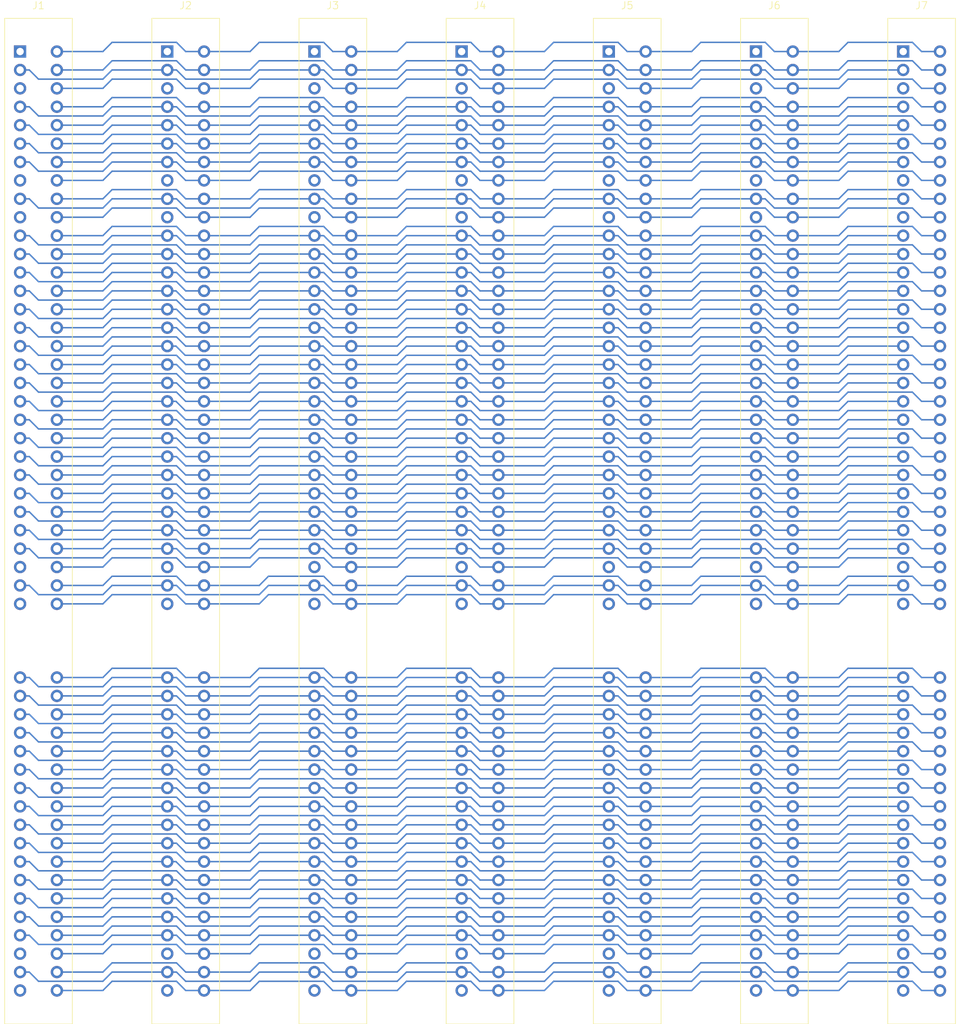
<source format=kicad_pcb>
(kicad_pcb (version 20240108) (generator "pcbnew") (generator_version "8.0")
  (layers (0 "F.Cu" signal) (31 "B.Cu" signal) (34 "B.Paste" user) (35 "F.Paste" user) (36 "B.SilkS" user "B.Silkscreen") (37 "F.SilkS" user "F.Silkscreen") (38 "B.Mask" user) (39 "F.Mask" user) (44 "Edge.Cuts" user))
  (net 0 "")
  (net 1 "/D13")
  (net 2 "/LA21")
  (net 3 "/IRQ6")
  (net 4 "/MASTER")
  (net 5 "/A9")
  (net 6 "/IRQ11")
  (net 7 "/IRQ7")
  (net 8 "/A4")
  (net 9 "+5V")
  (net 10 "/LA23")
  (net 11 "/AEN")
  (net 12 "/~{MEMWR}")
  (net 13 "/A3")
  (net 14 "/D9")
  (net 15 "/D1")
  (net 16 "/DRQ5")
  (net 17 "/~{MEMRD}")
  (net 18 "/D12")
  (net 19 "/IRQ15")
  (net 20 "/LA18")
  (net 21 "/A10")
  (net 22 "/A16")
  (net 23 "GND")
  (net 24 "/TC")
  (net 25 "/DRQ1")
  (net 26 "/IO")
  (net 27 "/DRQ7")
  (net 28 "/D4")
  (net 29 "/A2")
  (net 30 "/A15")
  (net 31 "/DRQ3")
  (net 32 "/IRQ3")
  (net 33 "/ALE")
  (net 34 "/D11")
  (net 35 "/D6")
  (net 36 "/D0")
  (net 37 "/RESET")
  (net 39 "/A6")
  (net 40 "/LA22")
  (net 41 "/~{MEMR}")
  (net 42 "/A11")
  (net 43 "/OSC")
  (net 44 "/D10")
  (net 45 "/IRQ5")
  (net 46 "/A12")
  (net 47 "/D8")
  (net 48 "/LA17")
  (net 49 "/~{IOR}")
  (net 50 "/~{DACK1}")
  (net 51 "/IORDY")
  (net 52 "/~{IOW}")
  (net 53 "/D5")
  (net 54 "/IRQ10")
  (net 55 "/A13")
  (net 56 "/D15")
  (net 57 "/A17")
  (net 58 "-12V")
  (net 59 "/A8")
  (net 60 "/~{DACK6}")
  (net 61 "/~{DACK5}")
  (net 62 "/CLK")
  (net 63 "/IRQ12")
  (net 64 "/A1")
  (net 65 "+12V")
  (net 66 "/IRQ14")
  (net 67 "/A14")
  (net 68 "/A5")
  (net 69 "/D3")
  (net 70 "/~{DACK3}")
  (net 71 "/A7")
  (net 72 "/LA19")
  (net 73 "-5V")
  (net 74 "/D14")
  (net 75 "/DRQ6")
  (net 76 "/IRQ2")
  (net 77 "/IRQ4")
  (net 78 "/~{DACK7}")
  (net 79 "/~{MEMCS16}")
  (net 80 "/SBHE")
  (net 81 "/A19")
  (net 82 "/~{MEMW}")
  (net 83 "/~{DACK0}")
  (net 84 "/LA20")
  (net 85 "/D7")
  (net 86 "/DRQ0")
  (net 87 "/D2")
  (net 88 "/~{REFRESH}")
  (net 89 "/~{DACK2}")
  (net 90 "/~{IOCS16}")
  (net 91 "/A18")
  (net 92 "/DRQ2")
  (net 93 "/A0")
  (footprint "pc-parts:645169-3" (layer "F.Cu") (at 60.96 92.71)
    (property "Reference" "J1")
    (property "Value" "Bus_ISA_16bit")
  )
  (footprint "pc-parts:645169-3" (layer "F.Cu") (at 121.92 92.71)
    (property "Reference" "J4")
    (property "Value" "Bus_ISA_16bit")
  )
  (footprint "pc-parts:645169-3" (layer "F.Cu") (at 142.24 92.71)
    (property "Reference" "J5")
    (property "Value" "Bus_ISA_16bit")
  )
  (footprint "pc-parts:645169-3" (layer "F.Cu") (at 101.6 92.71)
    (property "Reference" "J3")
    (property "Value" "Bus_ISA_16bit")
  )
  (footprint "pc-parts:645169-3" (layer "F.Cu") (at 81.28 92.71)
    (property "Reference" "J2")
    (property "Value" "Bus_ISA_16bit")
  )
  (footprint "pc-parts:645169-3" (layer "F.Cu") (at 182.88 92.71)
    (property "Reference" "J7")
    (property "Value" "Bus_ISA_16bit")
  )
  (footprint "pc-parts:645169-3" (layer "F.Cu") (at 162.56 92.71)
    (property "Reference" "J6")
    (property "Value" "Bus_ISA_16bit")
  )
  (segment (start 142.24 152.4) (end 144.78 152.4) (width 0.2) (layer "B.Cu") (net 1))
  (segment (start 162.56 152.4) (end 165.1 152.4) (width 0.2) (layer "B.Cu") (net 1))
  (segment (start 100.33 151.13) (end 101.6 152.4) (width 0.2) (layer "B.Cu") (net 1))
  (segment (start 124.46 152.4) (end 130.81 152.4) (width 0.2) (layer "B.Cu") (net 1))
  (segment (start 182.88 152.4) (end 185.42 152.4) (width 0.2) (layer "B.Cu") (net 1))
  (segment (start 132.08 151.13) (end 140.97 151.13) (width 0.2) (layer "B.Cu") (net 1))
  (segment (start 83.82 152.4) (end 90.17 152.4) (width 0.2) (layer "B.Cu") (net 1))
  (segment (start 91.44 151.13) (end 100.33 151.13) (width 0.2) (layer "B.Cu") (net 1))
  (segment (start 90.17 152.4) (end 91.44 151.13) (width 0.2) (layer "B.Cu") (net 1))
  (segment (start 144.78 152.4) (end 151.13 152.4) (width 0.2) (layer "B.Cu") (net 1))
  (segment (start 171.45 152.4) (end 172.72 151.13) (width 0.2) (layer "B.Cu") (net 1))
  (segment (start 151.13 152.4) (end 152.4 151.13) (width 0.2) (layer "B.Cu") (net 1))
  (segment (start 110.49 152.4) (end 104.14 152.4) (width 0.2) (layer "B.Cu") (net 1))
  (segment (start 71.12 151.13) (end 80.01 151.13) (width 0.2) (layer "B.Cu") (net 1))
  (segment (start 101.6 152.4) (end 104.14 152.4) (width 0.2) (layer "B.Cu") (net 1))
  (segment (start 63.5 152.4) (end 69.85 152.4) (width 0.2) (layer "B.Cu") (net 1))
  (segment (start 161.29 151.13) (end 162.56 152.4) (width 0.2) (layer "B.Cu") (net 1))
  (segment (start 130.81 152.4) (end 132.08 151.13) (width 0.2) (layer "B.Cu") (net 1))
  (segment (start 121.92 152.4) (end 120.65 151.13) (width 0.2) (layer "B.Cu") (net 1))
  (segment (start 124.46 152.4) (end 121.92 152.4) (width 0.2) (layer "B.Cu") (net 1))
  (segment (start 140.97 151.13) (end 142.24 152.4) (width 0.2) (layer "B.Cu") (net 1))
  (segment (start 165.1 152.4) (end 171.45 152.4) (width 0.2) (layer "B.Cu") (net 1))
  (segment (start 80.01 151.13) (end 81.28 152.4) (width 0.2) (layer "B.Cu") (net 1))
  (segment (start 81.28 152.4) (end 83.82 152.4) (width 0.2) (layer "B.Cu") (net 1))
  (segment (start 111.76 151.13) (end 110.49 152.4) (width 0.2) (layer "B.Cu") (net 1))
  (segment (start 120.65 151.13) (end 111.76 151.13) (width 0.2) (layer "B.Cu") (net 1))
  (segment (start 172.72 151.13) (end 181.61 151.13) (width 0.2) (layer "B.Cu") (net 1))
  (segment (start 69.85 152.4) (end 71.12 151.13) (width 0.2) (layer "B.Cu") (net 1))
  (segment (start 152.4 151.13) (end 161.29 151.13) (width 0.2) (layer "B.Cu") (net 1))
  (segment (start 181.61 151.13) (end 182.88 152.4) (width 0.2) (layer "B.Cu") (net 1))
  (segment (start 161.29 120.65) (end 152.4 120.65) (width 0.2) (layer "B.Cu") (net 2))
  (segment (start 172.72 120.65) (end 181.61 120.65) (width 0.2) (layer "B.Cu") (net 2))
  (segment (start 90.17 121.92) (end 83.82 121.92) (width 0.2) (layer "B.Cu") (net 2))
  (segment (start 171.45 121.92) (end 172.72 120.65) (width 0.2) (layer "B.Cu") (net 2))
  (segment (start 91.44 120.65) (end 90.17 121.92) (width 0.2) (layer "B.Cu") (net 2))
  (segment (start 111.76 120.65) (end 110.49 121.92) (width 0.2) (layer "B.Cu") (net 2))
  (segment (start 165.1 121.92) (end 171.45 121.92) (width 0.2) (layer "B.Cu") (net 2))
  (segment (start 140.97 120.65) (end 142.24 121.92) (width 0.2) (layer "B.Cu") (net 2))
  (segment (start 81.28 121.92) (end 80.01 120.65) (width 0.2) (layer "B.Cu") (net 2))
  (segment (start 132.08 120.65) (end 140.97 120.65) (width 0.2) (layer "B.Cu") (net 2))
  (segment (start 71.12 120.65) (end 69.85 121.92) (width 0.2) (layer "B.Cu") (net 2))
  (segment (start 80.01 120.65) (end 71.12 120.65) (width 0.2) (layer "B.Cu") (net 2))
  (segment (start 83.82 121.92) (end 81.28 121.92) (width 0.2) (layer "B.Cu") (net 2))
  (segment (start 124.46 121.92) (end 121.92 121.92) (width 0.2) (layer "B.Cu") (net 2))
  (segment (start 181.61 120.65) (end 182.88 121.92) (width 0.2) (layer "B.Cu") (net 2))
  (segment (start 162.56 121.92) (end 161.29 120.65) (width 0.2) (layer "B.Cu") (net 2))
  (segment (start 121.92 121.92) (end 120.65 120.65) (width 0.2) (layer "B.Cu") (net 2))
  (segment (start 69.85 121.92) (end 63.5 121.92) (width 0.2) (layer "B.Cu") (net 2))
  (segment (start 120.65 120.65) (end 111.76 120.65) (width 0.2) (layer "B.Cu") (net 2))
  (segment (start 104.14 121.92) (end 101.6 121.92) (width 0.2) (layer "B.Cu") (net 2))
  (segment (start 101.6 121.92) (end 100.33 120.65) (width 0.2) (layer "B.Cu") (net 2))
  (segment (start 152.4 120.65) (end 151.13 121.92) (width 0.2) (layer "B.Cu") (net 2))
  (segment (start 182.88 121.92) (end 185.42 121.92) (width 0.2) (layer "B.Cu") (net 2))
  (segment (start 142.24 121.92) (end 144.78 121.92) (width 0.2) (layer "B.Cu") (net 2))
  (segment (start 124.46 121.92) (end 130.81 121.92) (width 0.2) (layer "B.Cu") (net 2))
  (segment (start 165.1 121.92) (end 162.56 121.92) (width 0.2) (layer "B.Cu") (net 2))
  (segment (start 100.33 120.65) (end 91.44 120.65) (width 0.2) (layer "B.Cu") (net 2))
  (segment (start 110.49 121.92) (end 104.14 121.92) (width 0.2) (layer "B.Cu") (net 2))
  (segment (start 130.81 121.92) (end 132.08 120.65) (width 0.2) (layer "B.Cu") (net 2))
  (segment (start 151.13 121.92) (end 144.78 121.92) (width 0.2) (layer "B.Cu") (net 2))
  (segment (start 60.96 82.55) (end 59.69 81.28) (width 0.2) (layer "B.Cu") (net 3))
  (segment (start 71.12 81.28) (end 69.85 82.55) (width 0.2) (layer "B.Cu") (net 3))
  (segment (start 142.24 82.55) (end 151.13 82.55) (width 0.2) (layer "B.Cu") (net 3))
  (segment (start 152.4 81.28) (end 160.02 81.28) (width 0.2) (layer "B.Cu") (net 3))
  (segment (start 171.45 82.55) (end 162.56 82.55) (width 0.2) (layer "B.Cu") (net 3))
  (segment (start 78.74 81.28) (end 80.01 81.28) (width 0.2) (layer "B.Cu") (net 3))
  (segment (start 120.65 81.28) (end 119.38 81.28) (width 0.2) (layer "B.Cu") (net 3))
  (segment (start 139.7 81.28) (end 140.97 81.28) (width 0.2) (layer "B.Cu") (net 3))
  (segment (start 59.69 81.28) (end 58.42 81.28) (width 0.2) (layer "B.Cu") (net 3))
  (segment (start 139.7 81.28) (end 132.08 81.28) (width 0.2) (layer "B.Cu") (net 3))
  (segment (start 81.28 82.55) (end 90.17 82.55) (width 0.2) (layer "B.Cu") (net 3))
  (segment (start 80.01 81.28) (end 81.28 82.55) (width 0.2) (layer "B.Cu") (net 3))
  (segment (start 180.34 81.28) (end 172.72 81.28) (width 0.2) (layer "B.Cu") (net 3))
  (segment (start 101.6 82.55) (end 100.33 81.28) (width 0.2) (layer "B.Cu") (net 3))
  (segment (start 132.08 81.28) (end 130.81 82.55) (width 0.2) (layer "B.Cu") (net 3))
  (segment (start 121.92 82.55) (end 120.65 81.28) (width 0.2) (layer "B.Cu") (net 3))
  (segment (start 172.72 81.28) (end 171.45 82.55) (width 0.2) (layer "B.Cu") (net 3))
  (segment (start 140.97 81.28) (end 142.24 82.55) (width 0.2) (layer "B.Cu") (net 3))
  (segment (start 151.13 82.55) (end 152.4 81.28) (width 0.2) (layer "B.Cu") (net 3))
  (segment (start 90.17 82.55) (end 91.44 81.28) (width 0.2) (layer "B.Cu") (net 3))
  (segment (start 69.85 82.55) (end 60.96 82.55) (width 0.2) (layer "B.Cu") (net 3))
  (segment (start 119.38 81.28) (end 111.76 81.28) (width 0.2) (layer "B.Cu") (net 3))
  (segment (start 161.29 81.28) (end 160.02 81.28) (width 0.2) (layer "B.Cu") (net 3))
  (segment (start 130.81 82.55) (end 121.92 82.55) (width 0.2) (layer "B.Cu") (net 3))
  (segment (start 78.74 81.28) (end 71.12 81.28) (width 0.2) (layer "B.Cu") (net 3))
  (segment (start 110.49 82.55) (end 101.6 82.55) (width 0.2) (layer "B.Cu") (net 3))
  (segment (start 91.44 81.28) (end 99.06 81.28) (width 0.2) (layer "B.Cu") (net 3))
  (segment (start 111.76 81.28) (end 110.49 82.55) (width 0.2) (layer "B.Cu") (net 3))
  (segment (start 100.33 81.28) (end 99.06 81.28) (width 0.2) (layer "B.Cu") (net 3))
  (segment (start 162.56 82.55) (end 161.29 81.28) (width 0.2) (layer "B.Cu") (net 3))
  (segment (start 81.28 156.21) (end 90.17 156.21) (width 0.2) (layer "B.Cu") (net 4))
  (segment (start 110.49 156.21) (end 101.6 156.21) (width 0.2) (layer "B.Cu") (net 4))
  (segment (start 69.85 156.21) (end 60.96 156.21) (width 0.2) (layer "B.Cu") (net 4))
  (segment (start 101.6 156.21) (end 100.33 154.94) (width 0.2) (layer "B.Cu") (net 4))
  (segment (start 132.08 154.94) (end 139.7 154.94) (width 0.2) (layer "B.Cu") (net 4))
  (segment (start 100.33 154.94) (end 99.06 154.94) (width 0.2) (layer "B.Cu") (net 4))
  (segment (start 121.852081 156.21) (end 130.81 156.21) (width 0.2) (layer "B.Cu") (net 4))
  (segment (start 78.74 154.94) (end 80.01 154.94) (width 0.2) (layer "B.Cu") (net 4))
  (segment (start 130.81 156.21) (end 132.08 154.94) (width 0.2) (layer "B.Cu") (net 4))
  (segment (start 171.45 156.21) (end 172.72 154.94) (width 0.2) (layer "B.Cu") (net 4))
  (segment (start 120.582081 154.94) (end 121.852081 156.21) (width 0.2) (layer "B.Cu") (net 4))
  (segment (start 162.56 156.21) (end 171.45 156.21) (width 0.2) (layer "B.Cu") (net 4))
  (segment (start 59.69 154.94) (end 58.42 154.94) (width 0.2) (layer "B.Cu") (net 4))
  (segment (start 161.29 154.94) (end 162.56 156.21) (width 0.2) (layer "B.Cu") (net 4))
  (segment (start 139.7 154.94) (end 140.97 154.94) (width 0.2) (layer "B.Cu") (net 4))
  (segment (start 91.44 154.94) (end 99.06 154.94) (width 0.2) (layer "B.Cu") (net 4))
  (segment (start 111.76 154.94) (end 110.49 156.21) (width 0.2) (layer "B.Cu") (net 4))
  (segment (start 151.13 156.21) (end 152.4 154.94) (width 0.2) (layer "B.Cu") (net 4))
  (segment (start 160.02 154.94) (end 161.29 154.94) (width 0.2) (layer "B.Cu") (net 4))
  (segment (start 80.01 154.94) (end 81.28 156.21) (width 0.2) (layer "B.Cu") (net 4))
  (segment (start 90.17 156.21) (end 91.44 154.94) (width 0.2) (layer "B.Cu") (net 4))
  (segment (start 140.97 154.94) (end 142.24 156.21) (width 0.2) (layer "B.Cu") (net 4))
  (segment (start 152.4 154.94) (end 160.02 154.94) (width 0.2) (layer "B.Cu") (net 4))
  (segment (start 172.72 154.94) (end 180.34 154.94) (width 0.2) (layer "B.Cu") (net 4))
  (segment (start 71.12 154.94) (end 69.85 156.21) (width 0.2) (layer "B.Cu") (net 4))
  (segment (start 78.74 154.94) (end 71.12 154.94) (width 0.2) (layer "B.Cu") (net 4))
  (segment (start 142.24 156.21) (end 151.13 156.21) (width 0.2) (layer "B.Cu") (net 4))
  (segment (start 119.38 154.94) (end 111.76 154.94) (width 0.2) (layer "B.Cu") (net 4))
  (segment (start 119.38 154.94) (end 120.582081 154.94) (width 0.2) (layer "B.Cu") (net 4))
  (segment (start 60.96 156.21) (end 59.69 154.94) (width 0.2) (layer "B.Cu") (net 4))
  (segment (start 132.08 80.01) (end 140.97 80.01) (width 0.2) (layer "B.Cu") (net 5))
  (segment (start 121.92 81.28) (end 124.46 81.28) (width 0.2) (layer "B.Cu") (net 5))
  (segment (start 171.45 81.28) (end 172.72 80.01) (width 0.2) (layer "B.Cu") (net 5))
  (segment (start 69.85 81.28) (end 71.12 80.01) (width 0.2) (layer "B.Cu") (net 5))
  (segment (start 161.29 80.01) (end 152.4 80.01) (width 0.2) (layer "B.Cu") (net 5))
  (segment (start 124.46 81.28) (end 130.81 81.28) (width 0.2) (layer "B.Cu") (net 5))
  (segment (start 181.61 80.01) (end 182.88 81.28) (width 0.2) (layer "B.Cu") (net 5))
  (segment (start 71.12 80.01) (end 80.01 80.01) (width 0.2) (layer "B.Cu") (net 5))
  (segment (start 165.1 81.28) (end 171.45 81.28) (width 0.2) (layer "B.Cu") (net 5))
  (segment (start 140.97 80.01) (end 142.24 81.28) (width 0.2) (layer "B.Cu") (net 5))
  (segment (start 130.81 81.28) (end 132.08 80.01) (width 0.2) (layer "B.Cu") (net 5))
  (segment (start 142.24 81.28) (end 144.78 81.28) (width 0.2) (layer "B.Cu") (net 5))
  (segment (start 81.28 81.28) (end 83.82 81.28) (width 0.2) (layer "B.Cu") (net 5))
  (segment (start 63.5 81.28) (end 69.85 81.28) (width 0.2) (layer "B.Cu") (net 5))
  (segment (start 110.49 81.28) (end 111.76 80.01) (width 0.2) (layer "B.Cu") (net 5))
  (segment (start 172.72 80.01) (end 181.61 80.01) (width 0.2) (layer "B.Cu") (net 5))
  (segment (start 162.56 81.28) (end 161.29 80.01) (width 0.2) (layer "B.Cu") (net 5))
  (segment (start 101.6 81.28) (end 100.33 80.01) (width 0.2) (layer "B.Cu") (net 5))
  (segment (start 111.76 80.01) (end 120.65 80.01) (width 0.2) (layer "B.Cu") (net 5))
  (segment (start 152.4 80.01) (end 151.13 81.28) (width 0.2) (layer "B.Cu") (net 5))
  (segment (start 104.14 81.28) (end 101.6 81.28) (width 0.2) (layer "B.Cu") (net 5))
  (segment (start 165.1 81.28) (end 162.56 81.28) (width 0.2) (layer "B.Cu") (net 5))
  (segment (start 151.13 81.28) (end 144.78 81.28) (width 0.2) (layer "B.Cu") (net 5))
  (segment (start 100.33 80.01) (end 91.44 80.01) (width 0.2) (layer "B.Cu") (net 5))
  (segment (start 90.17 81.28) (end 83.82 81.28) (width 0.2) (layer "B.Cu") (net 5))
  (segment (start 104.14 81.28) (end 110.49 81.28) (width 0.2) (layer "B.Cu") (net 5))
  (segment (start 120.65 80.01) (end 121.92 81.28) (width 0.2) (layer "B.Cu") (net 5))
  (segment (start 80.01 80.01) (end 81.28 81.28) (width 0.2) (layer "B.Cu") (net 5))
  (segment (start 182.88 81.28) (end 185.42 81.28) (width 0.2) (layer "B.Cu") (net 5))
  (segment (start 91.44 80.01) (end 90.17 81.28) (width 0.2) (layer "B.Cu") (net 5))
  (segment (start 71.12 121.92) (end 78.74 121.92) (width 0.2) (layer "B.Cu") (net 6))
  (segment (start 142.24 123.19) (end 151.13 123.19) (width 0.2) (layer "B.Cu") (net 6))
  (segment (start 100.33 121.92) (end 101.6 123.19) (width 0.2) (layer "B.Cu") (net 6))
  (segment (start 132.08 121.92) (end 130.81 123.19) (width 0.2) (layer "B.Cu") (net 6))
  (segment (start 90.17 123.19) (end 91.44 121.92) (width 0.2) (layer "B.Cu") (net 6))
  (segment (start 151.13 123.19) (end 152.4 121.92) (width 0.2) (layer "B.Cu") (net 6))
  (segment (start 172.72 121.92) (end 171.45 123.19) (width 0.2) (layer "B.Cu") (net 6))
  (segment (start 59.69 121.92) (end 60.96 123.19) (width 0.2) (layer "B.Cu") (net 6))
  (segment (start 139.7 121.92) (end 140.97 121.92) (width 0.2) (layer "B.Cu") (net 6))
  (segment (start 140.97 121.92) (end 142.24 123.19) (width 0.2) (layer "B.Cu") (net 6))
  (segment (start 91.44 121.92) (end 99.06 121.92) (width 0.2) (layer "B.Cu") (net 6))
  (segment (start 101.6 123.19) (end 110.49 123.19) (width 0.2) (layer "B.Cu") (net 6))
  (segment (start 152.4 121.92) (end 160.02 121.92) (width 0.2) (layer "B.Cu") (net 6))
  (segment (start 99.06 121.92) (end 100.33 121.92) (width 0.2) (layer "B.Cu") (net 6))
  (segment (start 78.74 121.92) (end 80.01 121.92) (width 0.2) (layer "B.Cu") (net 6))
  (segment (start 58.42 121.92) (end 59.69 121.92) (width 0.2) (layer "B.Cu") (net 6))
  (segment (start 121.852081 123.19) (end 120.582081 121.92) (width 0.2) (layer "B.Cu") (net 6))
  (segment (start 69.85 123.19) (end 71.12 121.92) (width 0.2) (layer "B.Cu") (net 6))
  (segment (start 120.582081 121.92) (end 119.38 121.92) (width 0.2) (layer "B.Cu") (net 6))
  (segment (start 161.29 121.92) (end 160.02 121.92) (width 0.2) (layer "B.Cu") (net 6))
  (segment (start 81.28 123.19) (end 90.17 123.19) (width 0.2) (layer "B.Cu") (net 6))
  (segment (start 162.56 123.19) (end 161.29 121.92) (width 0.2) (layer "B.Cu") (net 6))
  (segment (start 80.01 121.92) (end 81.28 123.19) (width 0.2) (layer "B.Cu") (net 6))
  (segment (start 130.81 123.19) (end 121.852081 123.19) (width 0.2) (layer "B.Cu") (net 6))
  (segment (start 180.34 121.92) (end 172.72 121.92) (width 0.2) (layer "B.Cu") (net 6))
  (segment (start 171.45 123.19) (end 162.56 123.19) (width 0.2) (layer "B.Cu") (net 6))
  (segment (start 111.76 121.92) (end 119.38 121.92) (width 0.2) (layer "B.Cu") (net 6))
  (segment (start 139.7 121.92) (end 132.08 121.92) (width 0.2) (layer "B.Cu") (net 6))
  (segment (start 60.96 123.19) (end 69.85 123.19) (width 0.2) (layer "B.Cu") (net 6))
  (segment (start 110.49 123.19) (end 111.76 121.92) (width 0.2) (layer "B.Cu") (net 6))
  (segment (start 139.7 78.74) (end 140.97 78.74) (width 0.2) (layer "B.Cu") (net 7))
  (segment (start 161.222081 78.74) (end 160.02 78.74) (width 0.2) (layer "B.Cu") (net 7))
  (segment (start 59.69 78.74) (end 58.42 78.74) (width 0.2) (layer "B.Cu") (net 7))
  (segment (start 78.74 78.74) (end 71.12 78.74) (width 0.2) (layer "B.Cu") (net 7))
  (segment (start 90.17 80.01) (end 91.44 78.74) (width 0.2) (layer "B.Cu") (net 7))
  (segment (start 71.12 78.74) (end 69.85 80.01) (width 0.2) (layer "B.Cu") (net 7))
  (segment (start 121.92 80.01) (end 120.65 78.74) (width 0.2) (layer "B.Cu") (net 7))
  (segment (start 130.81 80.01) (end 121.92 80.01) (width 0.2) (layer "B.Cu") (net 7))
  (segment (start 80.01 78.74) (end 81.28 80.01) (width 0.2) (layer "B.Cu") (net 7))
  (segment (start 100.33 78.74) (end 99.06 78.74) (width 0.2) (layer "B.Cu") (net 7))
  (segment (start 172.72 78.74) (end 171.45 80.01) (width 0.2) (layer "B.Cu") (net 7))
  (segment (start 142.24 80.01) (end 151.13 80.01) (width 0.2) (layer "B.Cu") (net 7))
  (segment (start 111.76 78.74) (end 110.49 80.01) (width 0.2) (layer "B.Cu") (net 7))
  (segment (start 139.7 78.74) (end 132.08 78.74) (width 0.2) (layer "B.Cu") (net 7))
  (segment (start 162.492081 80.01) (end 161.222081 78.74) (width 0.2) (layer "B.Cu") (net 7))
  (segment (start 60.96 80.01) (end 59.69 78.74) (width 0.2) (layer "B.Cu") (net 7))
  (segment (start 81.28 80.01) (end 90.17 80.01) (width 0.2) (layer "B.Cu") (net 7))
  (segment (start 180.34 78.74) (end 172.72 78.74) (width 0.2) (layer "B.Cu") (net 7))
  (segment (start 132.08 78.74) (end 130.81 80.01) (width 0.2) (layer "B.Cu") (net 7))
  (segment (start 120.65 78.74) (end 119.38 78.74) (width 0.2) (layer "B.Cu") (net 7))
  (segment (start 69.85 80.01) (end 60.96 80.01) (width 0.2) (layer "B.Cu") (net 7))
  (segment (start 140.97 78.74) (end 142.24 80.01) (width 0.2) (layer "B.Cu") (net 7))
  (segment (start 91.44 78.74) (end 99.06 78.74) (width 0.2) (layer "B.Cu") (net 7))
  (segment (start 151.13 80.01) (end 152.4 78.74) (width 0.2) (layer "B.Cu") (net 7))
  (segment (start 110.49 80.01) (end 101.6 80.01) (width 0.2) (layer "B.Cu") (net 7))
  (segment (start 152.4 78.74) (end 160.02 78.74) (width 0.2) (layer "B.Cu") (net 7))
  (segment (start 78.74 78.74) (end 80.01 78.74) (width 0.2) (layer "B.Cu") (net 7))
  (segment (start 171.45 80.01) (end 162.492081 80.01) (width 0.2) (layer "B.Cu") (net 7))
  (segment (start 119.38 78.74) (end 111.76 78.74) (width 0.2) (layer "B.Cu") (net 7))
  (segment (start 101.6 80.01) (end 100.33 78.74) (width 0.2) (layer "B.Cu") (net 7))
  (segment (start 165.1 93.98) (end 171.45 93.98) (width 0.2) (layer "B.Cu") (net 8))
  (segment (start 120.65 92.71) (end 111.76 92.71) (width 0.2) (layer "B.Cu") (net 8))
  (segment (start 101.6 93.98) (end 100.33 92.71) (width 0.2) (layer "B.Cu") (net 8))
  (segment (start 161.29 92.71) (end 162.56 93.98) (width 0.2) (layer "B.Cu") (net 8))
  (segment (start 110.49 93.98) (end 104.14 93.98) (width 0.2) (layer "B.Cu") (net 8))
  (segment (start 71.12 92.71) (end 80.01 92.71) (width 0.2) (layer "B.Cu") (net 8))
  (segment (start 181.61 92.71) (end 182.88 93.98) (width 0.2) (layer "B.Cu") (net 8))
  (segment (start 142.24 93.98) (end 140.97 92.71) (width 0.2) (layer "B.Cu") (net 8))
  (segment (start 69.85 93.98) (end 71.12 92.71) (width 0.2) (layer "B.Cu") (net 8))
  (segment (start 172.72 92.71) (end 181.61 92.71) (width 0.2) (layer "B.Cu") (net 8))
  (segment (start 162.56 93.98) (end 165.1 93.98) (width 0.2) (layer "B.Cu") (net 8))
  (segment (start 63.5 93.98) (end 69.85 93.98) (width 0.2) (layer "B.Cu") (net 8))
  (segment (start 152.4 92.71) (end 161.29 92.71) (width 0.2) (layer "B.Cu") (net 8))
  (segment (start 144.78 93.98) (end 142.24 93.98) (width 0.2) (layer "B.Cu") (net 8))
  (segment (start 121.92 93.98) (end 120.65 92.71) (width 0.2) (layer "B.Cu") (net 8))
  (segment (start 151.13 93.98) (end 152.4 92.71) (width 0.2) (layer "B.Cu") (net 8))
  (segment (start 81.28 93.98) (end 83.82 93.98) (width 0.2) (layer "B.Cu") (net 8))
  (segment (start 100.33 92.71) (end 91.44 92.71) (width 0.2) (layer "B.Cu") (net 8))
  (segment (start 130.81 93.98) (end 124.46 93.98) (width 0.2) (layer "B.Cu") (net 8))
  (segment (start 104.14 93.98) (end 101.6 93.98) (width 0.2) (layer "B.Cu") (net 8))
  (segment (start 140.97 92.71) (end 132.08 92.71) (width 0.2) (layer "B.Cu") (net 8))
  (segment (start 90.17 93.98) (end 83.82 93.98) (width 0.2) (layer "B.Cu") (net 8))
  (segment (start 111.76 92.71) (end 110.49 93.98) (width 0.2) (layer "B.Cu") (net 8))
  (segment (start 132.08 92.71) (end 130.81 93.98) (width 0.2) (layer "B.Cu") (net 8))
  (segment (start 144.78 93.98) (end 151.13 93.98) (width 0.2) (layer "B.Cu") (net 8))
  (segment (start 80.01 92.71) (end 81.28 93.98) (width 0.2) (layer "B.Cu") (net 8))
  (segment (start 124.46 93.98) (end 121.92 93.98) (width 0.2) (layer "B.Cu") (net 8))
  (segment (start 171.45 93.98) (end 172.72 92.71) (width 0.2) (layer "B.Cu") (net 8))
  (segment (start 182.88 93.98) (end 185.42 93.98) (width 0.2) (layer "B.Cu") (net 8))
  (segment (start 91.44 92.71) (end 90.17 93.98) (width 0.2) (layer "B.Cu") (net 8))
  (segment (start 100.33 115.57) (end 91.44 115.57) (width 0.2) (layer "B.Cu") (net 10))
  (segment (start 80.01 115.57) (end 71.12 115.57) (width 0.2) (layer "B.Cu") (net 10))
  (segment (start 91.44 115.57) (end 90.17 116.84) (width 0.2) (layer "B.Cu") (net 10))
  (segment (start 171.45 116.84) (end 172.72 115.57) (width 0.2) (layer "B.Cu") (net 10))
  (segment (start 90.17 116.84) (end 83.82 116.84) (width 0.2) (layer "B.Cu") (net 10))
  (segment (start 140.97 115.57) (end 142.24 116.84) (width 0.2) (layer "B.Cu") (net 10))
  (segment (start 101.6 116.84) (end 100.33 115.57) (width 0.2) (layer "B.Cu") (net 10))
  (segment (start 69.85 116.84) (end 63.5 116.84) (width 0.2) (layer "B.Cu") (net 10))
  (segment (start 162.56 116.84) (end 161.29 115.57) (width 0.2) (layer "B.Cu") (net 10))
  (segment (start 165.1 116.84) (end 171.45 116.84) (width 0.2) (layer "B.Cu") (net 10))
  (segment (start 110.49 116.84) (end 104.14 116.84) (width 0.2) (layer "B.Cu") (net 10))
  (segment (start 104.14 116.84) (end 101.6 116.84) (width 0.2) (layer "B.Cu") (net 10))
  (segment (start 142.24 116.84) (end 144.78 116.84) (width 0.2) (layer "B.Cu") (net 10))
  (segment (start 124.46 116.84) (end 121.92 116.84) (width 0.2) (layer "B.Cu") (net 10))
  (segment (start 124.46 116.84) (end 130.81 116.84) (width 0.2) (layer "B.Cu") (net 10))
  (segment (start 71.12 115.57) (end 69.85 116.84) (width 0.2) (layer "B.Cu") (net 10))
  (segment (start 182.88 116.84) (end 185.42 116.84) (width 0.2) (layer "B.Cu") (net 10))
  (segment (start 172.72 115.57) (end 181.61 115.57) (width 0.2) (layer "B.Cu") (net 10))
  (segment (start 181.61 115.57) (end 182.88 116.84) (width 0.2) (layer "B.Cu") (net 10))
  (segment (start 120.65 115.57) (end 111.76 115.57) (width 0.2) (layer "B.Cu") (net 10))
  (segment (start 161.29 115.57) (end 152.4 115.57) (width 0.2) (layer "B.Cu") (net 10))
  (segment (start 165.1 116.84) (end 162.56 116.84) (width 0.2) (layer "B.Cu") (net 10))
  (segment (start 121.92 116.84) (end 120.65 115.57) (width 0.2) (layer "B.Cu") (net 10))
  (segment (start 111.76 115.57) (end 110.49 116.84) (width 0.2) (layer "B.Cu") (net 10))
  (segment (start 151.13 116.84) (end 144.78 116.84) (width 0.2) (layer "B.Cu") (net 10))
  (segment (start 132.08 115.57) (end 140.97 115.57) (width 0.2) (layer "B.Cu") (net 10))
  (segment (start 81.28 116.84) (end 80.01 115.57) (width 0.2) (layer "B.Cu") (net 10))
  (segment (start 152.4 115.57) (end 151.13 116.84) (width 0.2) (layer "B.Cu") (net 10))
  (segment (start 83.82 116.84) (end 81.28 116.84) (width 0.2) (layer "B.Cu") (net 10))
  (segment (start 130.81 116.84) (end 132.08 115.57) (width 0.2) (layer "B.Cu") (net 10))
  (segment (start 69.85 53.34) (end 71.12 52.07) (width 0.2) (layer "B.Cu") (net 11))
  (segment (start 151.13 53.34) (end 152.4 52.07) (width 0.2) (layer "B.Cu") (net 11))
  (segment (start 111.76 52.07) (end 120.65 52.07) (width 0.2) (layer "B.Cu") (net 11))
  (segment (start 172.72 52.07) (end 181.61 52.07) (width 0.2) (layer "B.Cu") (net 11))
  (segment (start 83.82 53.34) (end 90.17 53.34) (width 0.2) (layer "B.Cu") (net 11))
  (segment (start 90.17 53.34) (end 91.44 52.07) (width 0.2) (layer "B.Cu") (net 11))
  (segment (start 124.46 53.34) (end 130.81 53.34) (width 0.2) (layer "B.Cu") (net 11))
  (segment (start 110.49 53.34) (end 111.76 52.07) (width 0.2) (layer "B.Cu") (net 11))
  (segment (start 140.97 52.07) (end 142.24 53.34) (width 0.2) (layer "B.Cu") (net 11))
  (segment (start 120.65 52.07) (end 121.92 53.34) (width 0.2) (layer "B.Cu") (net 11))
  (segment (start 152.4 52.07) (end 161.29 52.07) (width 0.2) (layer "B.Cu") (net 11))
  (segment (start 162.56 53.34) (end 165.1 53.34) (width 0.2) (layer "B.Cu") (net 11))
  (segment (start 63.5 53.34) (end 69.85 53.34) (width 0.2) (layer "B.Cu") (net 11))
  (segment (start 144.78 53.34) (end 151.13 53.34) (width 0.2) (layer "B.Cu") (net 11))
  (segment (start 171.45 53.34) (end 172.72 52.07) (width 0.2) (layer "B.Cu") (net 11))
  (segment (start 161.29 52.07) (end 162.56 53.34) (width 0.2) (layer "B.Cu") (net 11))
  (segment (start 80.01 52.07) (end 81.28 53.34) (width 0.2) (layer "B.Cu") (net 11))
  (segment (start 121.92 53.34) (end 124.46 53.34) (width 0.2) (layer "B.Cu") (net 11))
  (segment (start 165.1 53.34) (end 171.45 53.34) (width 0.2) (layer "B.Cu") (net 11))
  (segment (start 71.12 52.07) (end 80.01 52.07) (width 0.2) (layer "B.Cu") (net 11))
  (segment (start 130.81 53.34) (end 132.08 52.07) (width 0.2) (layer "B.Cu") (net 11))
  (segment (start 181.61 52.07) (end 182.88 53.34) (width 0.2) (layer "B.Cu") (net 11))
  (segment (start 91.44 52.07) (end 100.33 52.07) (width 0.2) (layer "B.Cu") (net 11))
  (segment (start 182.88 53.34) (end 185.42 53.34) (width 0.2) (layer "B.Cu") (net 11))
  (segment (start 104.14 53.34) (end 110.49 53.34) (width 0.2) (layer "B.Cu") (net 11))
  (segment (start 132.08 52.07) (end 140.97 52.07) (width 0.2) (layer "B.Cu") (net 11))
  (segment (start 142.24 53.34) (end 144.78 53.34) (width 0.2) (layer "B.Cu") (net 11))
  (segment (start 101.6 53.34) (end 104.14 53.34) (width 0.2) (layer "B.Cu") (net 11))
  (segment (start 81.28 53.34) (end 83.82 53.34) (width 0.2) (layer "B.Cu") (net 11))
  (segment (start 100.33 52.07) (end 101.6 53.34) (width 0.2) (layer "B.Cu") (net 11))
  (segment (start 60.96 54.61) (end 69.85 54.61) (width 0.2) (layer "B.Cu") (net 12))
  (segment (start 110.49 54.61) (end 111.76 53.34) (width 0.2) (layer "B.Cu") (net 12))
  (segment (start 152.4 53.34) (end 151.13 54.61) (width 0.2) (layer "B.Cu") (net 12))
  (segment (start 130.81 54.61) (end 121.852081 54.61) (width 0.2) (layer "B.Cu") (net 12))
  (segment (start 81.28 54.61) (end 90.17 54.61) (width 0.2) (layer "B.Cu") (net 12))
  (segment (start 160.02 53.34) (end 161.29 53.34) (width 0.2) (layer "B.Cu") (net 12))
  (segment (start 140.97 53.34) (end 139.7 53.34) (width 0.2) (layer "B.Cu") (net 12))
  (segment (start 161.29 53.34) (end 162.56 54.61) (width 0.2) (layer "B.Cu") (net 12))
  (segment (start 101.6 54.61) (end 110.49 54.61) (width 0.2) (layer "B.Cu") (net 12))
  (segment (start 59.69 53.34) (end 60.96 54.61) (width 0.2) (layer "B.Cu") (net 12))
  (segment (start 91.44 53.34) (end 99.06 53.34) (width 0.2) (layer "B.Cu") (net 12))
  (segment (start 151.13 54.61) (end 142.24 54.61) (width 0.2) (layer "B.Cu") (net 12))
  (segment (start 80.01 53.34) (end 81.28 54.61) (width 0.2) (layer "B.Cu") (net 12))
  (segment (start 90.17 54.61) (end 91.44 53.34) (width 0.2) (layer "B.Cu") (net 12))
  (segment (start 171.45 54.61) (end 172.72 53.34) (width 0.2) (layer "B.Cu") (net 12))
  (segment (start 162.56 54.61) (end 171.45 54.61) (width 0.2) (layer "B.Cu") (net 12))
  (segment (start 99.06 53.34) (end 100.33 53.34) (width 0.2) (layer "B.Cu") (net 12))
  (segment (start 120.582081 53.34) (end 119.38 53.34) (width 0.2) (layer "B.Cu") (net 12))
  (segment (start 142.24 54.61) (end 140.97 53.34) (width 0.2) (layer "B.Cu") (net 12))
  (segment (start 139.7 53.34) (end 132.08 53.34) (width 0.2) (layer "B.Cu") (net 12))
  (segment (start 160.02 53.34) (end 152.4 53.34) (width 0.2) (layer "B.Cu") (net 12))
  (segment (start 100.33 53.34) (end 101.6 54.61) (width 0.2) (layer "B.Cu") (net 12))
  (segment (start 132.08 53.34) (end 130.81 54.61) (width 0.2) (layer "B.Cu") (net 12))
  (segment (start 111.76 53.34) (end 119.38 53.34) (width 0.2) (layer "B.Cu") (net 12))
  (segment (start 78.74 53.34) (end 80.01 53.34) (width 0.2) (layer "B.Cu") (net 12))
  (segment (start 121.852081 54.61) (end 120.582081 53.34) (width 0.2) (layer "B.Cu") (net 12))
  (segment (start 71.12 53.34) (end 78.74 53.34) (width 0.2) (layer "B.Cu") (net 12))
  (segment (start 69.85 54.61) (end 71.12 53.34) (width 0.2) (layer "B.Cu") (net 12))
  (segment (start 58.42 53.34) (end 59.69 53.34) (width 0.2) (layer "B.Cu") (net 12))
  (segment (start 172.72 53.34) (end 180.34 53.34) (width 0.2) (layer "B.Cu") (net 12))
  (segment (start 101.6 96.52) (end 100.33 95.25) (width 0.2) (layer "B.Cu") (net 13))
  (segment (start 91.44 95.25) (end 90.17 96.52) (width 0.2) (layer "B.Cu") (net 13))
  (segment (start 181.61 95.25) (end 182.88 96.52) (width 0.2) (layer "B.Cu") (net 13))
  (segment (start 144.78 96.52) (end 151.13 96.52) (width 0.2) (layer "B.Cu") (net 13))
  (segment (start 130.81 96.52) (end 124.46 96.52) (width 0.2) (layer "B.Cu") (net 13))
  (segment (start 104.14 96.52) (end 101.6 96.52) (width 0.2) (layer "B.Cu") (net 13))
  (segment (start 63.5 96.52) (end 69.85 96.52) (width 0.2) (layer "B.Cu") (net 13))
  (segment (start 140.97 95.25) (end 132.08 95.25) (width 0.2) (layer "B.Cu") (net 13))
  (segment (start 171.45 96.52) (end 172.72 95.25) (width 0.2) (layer "B.Cu") (net 13))
  (segment (start 144.78 96.52) (end 142.24 96.52) (width 0.2) (layer "B.Cu") (net 13))
  (segment (start 132.08 95.25) (end 130.81 96.52) (width 0.2) (layer "B.Cu") (net 13))
  (segment (start 71.12 95.25) (end 80.01 95.25) (width 0.2) (layer "B.Cu") (net 13))
  (segment (start 151.13 96.52) (end 152.4 95.25) (width 0.2) (layer "B.Cu") (net 13))
  (segment (start 121.92 96.52) (end 120.65 95.25) (width 0.2) (layer "B.Cu") (net 13))
  (segment (start 120.65 95.25) (end 111.76 95.25) (width 0.2) (layer "B.Cu") (net 13))
  (segment (start 90.17 96.52) (end 83.82 96.52) (width 0.2) (layer "B.Cu") (net 13))
  (segment (start 152.4 95.25) (end 161.29 95.25) (width 0.2) (layer "B.Cu") (net 13))
  (segment (start 110.49 96.52) (end 104.14 96.52) (width 0.2) (layer "B.Cu") (net 13))
  (segment (start 81.28 96.52) (end 83.82 96.52) (width 0.2) (layer "B.Cu") (net 13))
  (segment (start 142.24 96.52) (end 140.97 95.25) (width 0.2) (layer "B.Cu") (net 13))
  (segment (start 161.29 95.25) (end 162.56 96.52) (width 0.2) (layer "B.Cu") (net 13))
  (segment (start 80.01 95.25) (end 81.28 96.52) (width 0.2) (layer "B.Cu") (net 13))
  (segment (start 69.85 96.52) (end 71.12 95.25) (width 0.2) (layer "B.Cu") (net 13))
  (segment (start 165.1 96.52) (end 171.45 96.52) (width 0.2) (layer "B.Cu") (net 13))
  (segment (start 182.88 96.52) (end 185.42 96.52) (width 0.2) (layer "B.Cu") (net 13))
  (segment (start 111.76 95.25) (end 110.49 96.52) (width 0.2) (layer "B.Cu") (net 13))
  (segment (start 162.56 96.52) (end 165.1 96.52) (width 0.2) (layer "B.Cu") (net 13))
  (segment (start 172.72 95.25) (end 181.61 95.25) (width 0.2) (layer "B.Cu") (net 13))
  (segment (start 100.33 95.25) (end 91.44 95.25) (width 0.2) (layer "B.Cu") (net 13))
  (segment (start 124.46 96.52) (end 121.92 96.52) (width 0.2) (layer "B.Cu") (net 13))
  (segment (start 130.81 142.24) (end 132.08 140.97) (width 0.2) (layer "B.Cu") (net 14))
  (segment (start 110.49 142.24) (end 104.14 142.24) (width 0.2) (layer "B.Cu") (net 14))
  (segment (start 63.5 142.24) (end 69.85 142.24) (width 0.2) (layer "B.Cu") (net 14))
  (segment (start 182.88 142.24) (end 185.42 142.24) (width 0.2) (layer "B.Cu") (net 14))
  (segment (start 142.24 142.24) (end 144.78 142.24) (width 0.2) (layer "B.Cu") (net 14))
  (segment (start 100.33 140.97) (end 91.44 140.97) (width 0.2) (layer "B.Cu") (net 14))
  (segment (start 91.44 140.97) (end 90.17 142.24) (width 0.2) (layer "B.Cu") (net 14))
  (segment (start 101.6 142.24) (end 100.33 140.97) (width 0.2) (layer "B.Cu") (net 14))
  (segment (start 161.29 140.97) (end 162.56 142.24) (width 0.2) (layer "B.Cu") (net 14))
  (segment (start 69.85 142.24) (end 71.12 140.97) (width 0.2) (layer "B.Cu") (net 14))
  (segment (start 80.01 140.97) (end 81.28 142.24) (width 0.2) (layer "B.Cu") (net 14))
  (segment (start 162.56 142.24) (end 165.1 142.24) (width 0.2) (layer "B.Cu") (net 14))
  (segment (start 144.78 142.24) (end 151.13 142.24) (width 0.2) (layer "B.Cu") (net 14))
  (segment (start 181.61 140.97) (end 182.88 142.24) (width 0.2) (layer "B.Cu") (net 14))
  (segment (start 120.65 140.97) (end 111.76 140.97) (width 0.2) (layer "B.Cu") (net 14))
  (segment (start 124.46 142.24) (end 130.81 142.24) (width 0.2) (layer "B.Cu") (net 14))
  (segment (start 104.14 142.24) (end 101.6 142.24) (width 0.2) (layer "B.Cu") (net 14))
  (segment (start 132.08 140.97) (end 140.97 140.97) (width 0.2) (layer "B.Cu") (net 14))
  (segment (start 171.45 142.24) (end 172.72 140.97) (width 0.2) (layer "B.Cu") (net 14))
  (segment (start 124.46 142.24) (end 121.92 142.24) (width 0.2) (layer "B.Cu") (net 14))
  (segment (start 121.92 142.24) (end 120.65 140.97) (width 0.2) (layer "B.Cu") (net 14))
  (segment (start 152.4 140.97) (end 161.29 140.97) (width 0.2) (layer "B.Cu") (net 14))
  (segment (start 81.28 142.24) (end 83.82 142.24) (width 0.2) (layer "B.Cu") (net 14))
  (segment (start 140.97 140.97) (end 142.24 142.24) (width 0.2) (layer "B.Cu") (net 14))
  (segment (start 151.13 142.24) (end 152.4 140.97) (width 0.2) (layer "B.Cu") (net 14))
  (segment (start 172.72 140.97) (end 181.61 140.97) (width 0.2) (layer "B.Cu") (net 14))
  (segment (start 165.1 142.24) (end 171.45 142.24) (width 0.2) (layer "B.Cu") (net 14))
  (segment (start 111.76 140.97) (end 110.49 142.24) (width 0.2) (layer "B.Cu") (net 14))
  (segment (start 71.12 140.97) (end 80.01 140.97) (width 0.2) (layer "B.Cu") (net 14))
  (segment (start 90.17 142.24) (end 83.82 142.24) (width 0.2) (layer "B.Cu") (net 14))
  (segment (start 181.61 44.45) (end 182.88 45.72) (width 0.2) (layer "B.Cu") (net 15))
  (segment (start 104.14 45.72) (end 110.49 45.72) (width 0.2) (layer "B.Cu") (net 15))
  (segment (start 165.1 45.72) (end 171.45 45.72) (width 0.2) (layer "B.Cu") (net 15))
  (segment (start 172.72 44.45) (end 181.61 44.45) (width 0.2) (layer "B.Cu") (net 15))
  (segment (start 121.92 45.72) (end 124.46 45.72) (width 0.2) (layer "B.Cu") (net 15))
  (segment (start 140.97 44.45) (end 142.24 45.72) (width 0.2) (layer "B.Cu") (net 15))
  (segment (start 100.33 44.45) (end 101.6 45.72) (width 0.2) (layer "B.Cu") (net 15))
  (segment (start 111.76 44.45) (end 120.65 44.45) (width 0.2) (layer "B.Cu") (net 15))
  (segment (start 71.12 44.45) (end 80.01 44.45) (width 0.2) (layer "B.Cu") (net 15))
  (segment (start 151.13 45.72) (end 144.78 45.72) (width 0.2) (layer "B.Cu") (net 15))
  (segment (start 165.1 45.72) (end 162.56 45.72) (width 0.2) (layer "B.Cu") (net 15))
  (segment (start 142.24 45.72) (end 144.78 45.72) (width 0.2) (layer "B.Cu") (net 15))
  (segment (start 132.08 44.45) (end 140.97 44.45) (width 0.2) (layer "B.Cu") (net 15))
  (segment (start 90.17 45.72) (end 91.44 44.45) (width 0.2) (layer "B.Cu") (net 15))
  (segment (start 101.6 45.72) (end 104.14 45.72) (width 0.2) (layer "B.Cu") (net 15))
  (segment (start 91.44 44.45) (end 100.33 44.45) (width 0.2) (layer "B.Cu") (net 15))
  (segment (start 130.81 45.72) (end 132.08 44.45) (width 0.2) (layer "B.Cu") (net 15))
  (segment (start 83.82 45.72) (end 90.17 45.72) (width 0.2) (layer "B.Cu") (net 15))
  (segment (start 182.88 45.72) (end 185.42 45.72) (width 0.2) (layer "B.Cu") (net 15))
  (segment (start 81.28 45.72) (end 83.82 45.72) (width 0.2) (layer "B.Cu") (net 15))
  (segment (start 124.46 45.72) (end 130.81 45.72) (width 0.2) (layer "B.Cu") (net 15))
  (segment (start 110.49 45.72) (end 111.76 44.45) (width 0.2) (layer "B.Cu") (net 15))
  (segment (start 120.65 44.45) (end 121.92 45.72) (width 0.2) (layer "B.Cu") (net 15))
  (segment (start 161.29 44.45) (end 152.4 44.45) (width 0.2) (layer "B.Cu") (net 15))
  (segment (start 69.85 45.72) (end 71.12 44.45) (width 0.2) (layer "B.Cu") (net 15))
  (segment (start 63.5 45.72) (end 69.85 45.72) (width 0.2) (layer "B.Cu") (net 15))
  (segment (start 152.4 44.45) (end 151.13 45.72) (width 0.2) (layer "B.Cu") (net 15))
  (segment (start 171.45 45.72) (end 172.72 44.45) (width 0.2) (layer "B.Cu") (net 15))
  (segment (start 162.56 45.72) (end 161.29 44.45) (width 0.2) (layer "B.Cu") (net 15))
  (segment (start 80.01 44.45) (end 81.28 45.72) (width 0.2) (layer "B.Cu") (net 15))
  (segment (start 81.212081 140.97) (end 79.942081 139.7) (width 0.2) (layer "B.Cu") (net 16))
  (segment (start 91.44 139.7) (end 90.17 140.97) (width 0.2) (layer "B.Cu") (net 16))
  (segment (start 140.97 139.7) (end 142.24 140.97) (width 0.2) (layer "B.Cu") (net 16))
  (segment (start 120.65 139.7) (end 119.38 139.7) (width 0.2) (layer "B.Cu") (net 16))
  (segment (start 151.13 140.97) (end 152.4 139.7) (width 0.2) (layer "B.Cu") (net 16))
  (segment (start 69.85 140.97) (end 60.96 140.97) (width 0.2) (layer "B.Cu") (net 16))
  (segment (start 79.942081 139.7) (end 78.74 139.7) (width 0.2) (layer "B.Cu") (net 16))
  (segment (start 71.12 139.7) (end 69.85 140.97) (width 0.2) (layer "B.Cu") (net 16))
  (segment (start 99.06 139.7) (end 91.44 139.7) (width 0.2) (layer "B.Cu") (net 16))
  (segment (start 111.76 139.7) (end 119.38 139.7) (width 0.2) (layer "B.Cu") (net 16))
  (segment (start 152.4 139.7) (end 160.02 139.7) (width 0.2) (layer "B.Cu") (net 16))
  (segment (start 132.08 139.7) (end 130.81 140.97) (width 0.2) (layer "B.Cu") (net 16))
  (segment (start 121.92 140.97) (end 120.65 139.7) (width 0.2) (layer "B.Cu") (net 16))
  (segment (start 100.33 139.7) (end 101.6 140.97) (width 0.2) (layer "B.Cu") (net 16))
  (segment (start 180.34 139.7) (end 172.72 139.7) (width 0.2) (layer "B.Cu") (net 16))
  (segment (start 78.74 139.7) (end 71.12 139.7) (width 0.2) (layer "B.Cu") (net 16))
  (segment (start 101.6 140.97) (end 110.49 140.97) (width 0.2) (layer "B.Cu") (net 16))
  (segment (start 142.24 140.97) (end 151.13 140.97) (width 0.2) (layer "B.Cu") (net 16))
  (segment (start 110.49 140.97) (end 111.76 139.7) (width 0.2) (layer "B.Cu") (net 16))
  (segment (start 59.69 139.7) (end 58.42 139.7) (width 0.2) (layer "B.Cu") (net 16))
  (segment (start 172.72 139.7) (end 171.45 140.97) (width 0.2) (layer "B.Cu") (net 16))
  (segment (start 171.45 140.97) (end 162.56 140.97) (width 0.2) (layer "B.Cu") (net 16))
  (segment (start 161.29 139.7) (end 160.02 139.7) (width 0.2) (layer "B.Cu") (net 16))
  (segment (start 99.06 139.7) (end 100.33 139.7) (width 0.2) (layer "B.Cu") (net 16))
  (segment (start 139.7 139.7) (end 132.08 139.7) (width 0.2) (layer "B.Cu") (net 16))
  (segment (start 139.7 139.7) (end 140.97 139.7) (width 0.2) (layer "B.Cu") (net 16))
  (segment (start 162.56 140.97) (end 161.29 139.7) (width 0.2) (layer "B.Cu") (net 16))
  (segment (start 60.96 140.97) (end 59.69 139.7) (width 0.2) (layer "B.Cu") (net 16))
  (segment (start 90.17 140.97) (end 81.212081 140.97) (width 0.2) (layer "B.Cu") (net 16))
  (segment (start 130.81 140.97) (end 121.92 140.97) (width 0.2) (layer "B.Cu") (net 16))
  (segment (start 172.72 55.88) (end 171.45 57.15) (width 0.2) (layer "B.Cu") (net 17))
  (segment (start 69.85 57.15) (end 71.12 55.88) (width 0.2) (layer "B.Cu") (net 17))
  (segment (start 101.6 57.15) (end 110.49 57.15) (width 0.2) (layer "B.Cu") (net 17))
  (segment (start 142.24 57.15) (end 140.97 55.88) (width 0.2) (layer "B.Cu") (net 17))
  (segment (start 90.17 57.15) (end 91.44 55.88) (width 0.2) (layer "B.Cu") (net 17))
  (segment (start 58.42 55.88) (end 59.69 55.88) (width 0.2) (layer "B.Cu") (net 17))
  (segment (start 161.29 55.88) (end 160.02 55.88) (width 0.2) (layer "B.Cu") (net 17))
  (segment (start 111.76 55.88) (end 119.38 55.88) (width 0.2) (layer "B.Cu") (net 17))
  (segment (start 78.74 55.88) (end 80.01 55.88) (width 0.2) (layer "B.Cu") (net 17))
  (segment (start 132.08 55.88) (end 130.81 57.15) (width 0.2) (layer "B.Cu") (net 17))
  (segment (start 140.97 55.88) (end 139.7 55.88) (width 0.2) (layer "B.Cu") (net 17))
  (segment (start 151.13 57.15) (end 142.24 57.15) (width 0.2) (layer "B.Cu") (net 17))
  (segment (start 99.06 55.88) (end 100.33 55.88) (width 0.2) (layer "B.Cu") (net 17))
  (segment (start 80.01 55.88) (end 81.28 57.15) (width 0.2) (layer "B.Cu") (net 17))
  (segment (start 139.7 55.88) (end 132.08 55.88) (width 0.2) (layer "B.Cu") (net 17))
  (segment (start 59.69 55.88) (end 60.96 57.15) (width 0.2) (layer "B.Cu") (net 17))
  (segment (start 171.45 57.15) (end 162.56 57.15) (width 0.2) (layer "B.Cu") (net 17))
  (segment (start 121.92 57.15) (end 120.65 55.88) (width 0.2) (layer "B.Cu") (net 17))
  (segment (start 91.44 55.88) (end 99.06 55.88) (width 0.2) (layer "B.Cu") (net 17))
  (segment (start 100.33 55.88) (end 101.6 57.15) (width 0.2) (layer "B.Cu") (net 17))
  (segment (start 160.02 55.88) (end 152.4 55.88) (width 0.2) (layer "B.Cu") (net 17))
  (segment (start 71.12 55.88) (end 78.74 55.88) (width 0.2) (layer "B.Cu") (net 17))
  (segment (start 180.34 55.88) (end 172.72 55.88) (width 0.2) (layer "B.Cu") (net 17))
  (segment (start 60.96 57.15) (end 69.85 57.15) (width 0.2) (layer "B.Cu") (net 17))
  (segment (start 81.28 57.15) (end 90.17 57.15) (width 0.2) (layer "B.Cu") (net 17))
  (segment (start 130.81 57.15) (end 121.92 57.15) (width 0.2) (layer "B.Cu") (net 17))
  (segment (start 120.65 55.88) (end 119.38 55.88) (width 0.2) (layer "B.Cu") (net 17))
  (segment (start 152.4 55.88) (end 151.13 57.15) (width 0.2) (layer "B.Cu") (net 17))
  (segment (start 162.56 57.15) (end 161.29 55.88) (width 0.2) (layer "B.Cu") (net 17))
  (segment (start 110.49 57.15) (end 111.76 55.88) (width 0.2) (layer "B.Cu") (net 17))
  (segment (start 172.72 148.59) (end 181.61 148.59) (width 0.2) (layer "B.Cu") (net 18))
  (segment (start 111.76 148.59) (end 110.49 149.86) (width 0.2) (layer "B.Cu") (net 18))
  (segment (start 110.49 149.86) (end 104.14 149.86) (width 0.2) (layer "B.Cu") (net 18))
  (segment (start 71.12 148.59) (end 69.85 149.86) (width 0.2) (layer "B.Cu") (net 18))
  (segment (start 124.46 149.86) (end 130.81 149.86) (width 0.2) (layer "B.Cu") (net 18))
  (segment (start 181.61 148.59) (end 182.88 149.86) (width 0.2) (layer "B.Cu") (net 18))
  (segment (start 121.92 149.86) (end 120.65 148.59) (width 0.2) (layer "B.Cu") (net 18))
  (segment (start 162.56 149.86) (end 165.1 149.86) (width 0.2) (layer "B.Cu") (net 18))
  (segment (start 101.6 149.86) (end 100.33 148.59) (width 0.2) (layer "B.Cu") (net 18))
  (segment (start 182.88 149.86) (end 185.42 149.86) (width 0.2) (layer "B.Cu") (net 18))
  (segment (start 81.28 149.86) (end 80.01 148.59) (width 0.2) (layer "B.Cu") (net 18))
  (segment (start 91.44 148.59) (end 90.17 149.86) (width 0.2) (layer "B.Cu") (net 18))
  (segment (start 80.01 148.59) (end 71.12 148.59) (width 0.2) (layer "B.Cu") (net 18))
  (segment (start 165.1 149.86) (end 171.45 149.86) (width 0.2) (layer "B.Cu") (net 18))
  (segment (start 120.65 148.59) (end 111.76 148.59) (width 0.2) (layer "B.Cu") (net 18))
  (segment (start 132.08 148.59) (end 140.97 148.59) (width 0.2) (layer "B.Cu") (net 18))
  (segment (start 130.81 149.86) (end 132.08 148.59) (width 0.2) (layer "B.Cu") (net 18))
  (segment (start 83.82 149.86) (end 81.28 149.86) (width 0.2) (layer "B.Cu") (net 18))
  (segment (start 151.13 149.86) (end 152.4 148.59) (width 0.2) (layer "B.Cu") (net 18))
  (segment (start 90.17 149.86) (end 83.82 149.86) (width 0.2) (layer "B.Cu") (net 18))
  (segment (start 104.14 149.86) (end 101.6 149.86) (width 0.2) (layer "B.Cu") (net 18))
  (segment (start 140.97 148.59) (end 142.24 149.86) (width 0.2) (layer "B.Cu") (net 18))
  (segment (start 144.78 149.86) (end 151.13 149.86) (width 0.2) (layer "B.Cu") (net 18))
  (segment (start 152.4 148.59) (end 161.29 148.59) (width 0.2) (layer "B.Cu") (net 18))
  (segment (start 124.46 149.86) (end 121.92 149.86) (width 0.2) (layer "B.Cu") (net 18))
  (segment (start 171.45 149.86) (end 172.72 148.59) (width 0.2) (layer "B.Cu") (net 18))
  (segment (start 69.85 149.86) (end 63.5 149.86) (width 0.2) (layer "B.Cu") (net 18))
  (segment (start 142.24 149.86) (end 144.78 149.86) (width 0.2) (layer "B.Cu") (net 18))
  (segment (start 100.33 148.59) (end 91.44 148.59) (width 0.2) (layer "B.Cu") (net 18))
  (segment (start 161.29 148.59) (end 162.56 149.86) (width 0.2) (layer "B.Cu") (net 18))
  (segment (start 132.08 127) (end 130.81 128.27) (width 0.2) (layer "B.Cu") (net 19))
  (segment (start 100.33 127) (end 99.06 127) (width 0.2) (layer "B.Cu") (net 19))
  (segment (start 101.6 128.27) (end 100.33 127) (width 0.2) (layer "B.Cu") (net 19))
  (segment (start 180.34 127) (end 172.72 127) (width 0.2) (layer "B.Cu") (net 19))
  (segment (start 162.56 128.27) (end 161.29 127) (width 0.2) (layer "B.Cu") (net 19))
  (segment (start 142.24 128.27) (end 151.13 128.27) (width 0.2) (layer "B.Cu") (net 19))
  (segment (start 120.65 127) (end 119.38 127) (width 0.2) (layer "B.Cu") (net 19))
  (segment (start 60.96 128.27) (end 59.69 127) (width 0.2) (layer "B.Cu") (net 19))
  (segment (start 111.76 127) (end 110.49 128.27) (width 0.2) (layer "B.Cu") (net 19))
  (segment (start 99.06 127) (end 91.44 127) (width 0.2) (layer "B.Cu") (net 19))
  (segment (start 152.4 127) (end 160.02 127) (width 0.2) (layer "B.Cu") (net 19))
  (segment (start 139.7 127) (end 132.08 127) (width 0.2) (layer "B.Cu") (net 19))
  (segment (start 80.01 127) (end 78.74 127) (width 0.2) (layer "B.Cu") (net 19))
  (segment (start 91.44 127) (end 90.17 128.27) (width 0.2) (layer "B.Cu") (net 19))
  (segment (start 59.69 127) (end 58.42 127) (width 0.2) (layer "B.Cu") (net 19))
  (segment (start 139.7 127) (end 140.97 127) (width 0.2) (layer "B.Cu") (net 19))
  (segment (start 78.74 127) (end 71.12 127) (width 0.2) (layer "B.Cu") (net 19))
  (segment (start 161.29 127) (end 160.02 127) (width 0.2) (layer "B.Cu") (net 19))
  (segment (start 90.17 128.27) (end 81.28 128.27) (width 0.2) (layer "B.Cu") (net 19))
  (segment (start 172.72 127) (end 171.45 128.27) (width 0.2) (layer "B.Cu") (net 19))
  (segment (start 69.85 128.27) (end 60.96 128.27) (width 0.2) (layer "B.Cu") (net 19))
  (segment (start 71.12 127) (end 69.85 128.27) (width 0.2) (layer "B.Cu") (net 19))
  (segment (start 119.38 127) (end 111.76 127) (width 0.2) (layer "B.Cu") (net 19))
  (segment (start 171.45 128.27) (end 162.56 128.27) (width 0.2) (layer "B.Cu") (net 19))
  (segment (start 140.97 127) (end 142.24 128.27) (width 0.2) (layer "B.Cu") (net 19))
  (segment (start 130.81 128.27) (end 121.92 128.27) (width 0.2) (layer "B.Cu") (net 19))
  (segment (start 81.28 128.27) (end 80.01 127) (width 0.2) (layer "B.Cu") (net 19))
  (segment (start 110.49 128.27) (end 101.6 128.27) (width 0.2) (layer "B.Cu") (net 19))
  (segment (start 121.92 128.27) (end 120.65 127) (width 0.2) (layer "B.Cu") (net 19))
  (segment (start 151.13 128.27) (end 152.4 127) (width 0.2) (layer "B.Cu") (net 19))
  (segment (start 101.6 129.54) (end 104.14 129.54) (width 0.2) (layer "B.Cu") (net 20))
  (segment (start 132.08 128.27) (end 140.97 128.27) (width 0.2) (layer "B.Cu") (net 20))
  (segment (start 151.13 129.54) (end 144.78 129.54) (width 0.2) (layer "B.Cu") (net 20))
  (segment (start 162.56 129.54) (end 161.29 128.27) (width 0.2) (layer "B.Cu") (net 20))
  (segment (start 71.12 128.27) (end 80.01 128.27) (width 0.2) (layer "B.Cu") (net 20))
  (segment (start 181.61 128.27) (end 182.88 129.54) (width 0.2) (layer "B.Cu") (net 20))
  (segment (start 182.88 129.54) (end 185.42 129.54) (width 0.2) (layer "B.Cu") (net 20))
  (segment (start 63.5 129.54) (end 69.85 129.54) (width 0.2) (layer "B.Cu") (net 20))
  (segment (start 161.29 128.27) (end 152.4 128.27) (width 0.2) (layer "B.Cu") (net 20))
  (segment (start 110.49 129.54) (end 111.76 128.27) (width 0.2) (layer "B.Cu") (net 20))
  (segment (start 142.24 129.54) (end 144.78 129.54) (width 0.2) (layer "B.Cu") (net 20))
  (segment (start 83.82 129.54) (end 90.17 129.54) (width 0.2) (layer "B.Cu") (net 20))
  (segment (start 69.85 129.54) (end 71.12 128.27) (width 0.2) (layer "B.Cu") (net 20))
  (segment (start 172.72 128.27) (end 181.61 128.27) (width 0.2) (layer "B.Cu") (net 20))
  (segment (start 140.97 128.27) (end 142.24 129.54) (width 0.2) (layer "B.Cu") (net 20))
  (segment (start 104.14 129.54) (end 110.49 129.54) (width 0.2) (layer "B.Cu") (net 20))
  (segment (start 81.28 129.54) (end 83.82 129.54) (width 0.2) (layer "B.Cu") (net 20))
  (segment (start 111.76 128.27) (end 120.65 128.27) (width 0.2) (layer "B.Cu") (net 20))
  (segment (start 152.4 128.27) (end 151.13 129.54) (width 0.2) (layer "B.Cu") (net 20))
  (segment (start 171.45 129.54) (end 172.72 128.27) (width 0.2) (layer "B.Cu") (net 20))
  (segment (start 100.33 128.27) (end 101.6 129.54) (width 0.2) (layer "B.Cu") (net 20))
  (segment (start 91.44 128.27) (end 100.33 128.27) (width 0.2) (layer "B.Cu") (net 20))
  (segment (start 80.01 128.27) (end 81.28 129.54) (width 0.2) (layer "B.Cu") (net 20))
  (segment (start 90.17 129.54) (end 91.44 128.27) (width 0.2) (layer "B.Cu") (net 20))
  (segment (start 165.1 129.54) (end 171.45 129.54) (width 0.2) (layer "B.Cu") (net 20))
  (segment (start 121.92 129.54) (end 124.46 129.54) (width 0.2) (layer "B.Cu") (net 20))
  (segment (start 120.65 128.27) (end 121.92 129.54) (width 0.2) (layer "B.Cu") (net 20))
  (segment (start 165.1 129.54) (end 162.56 129.54) (width 0.2) (layer "B.Cu") (net 20))
  (segment (start 130.81 129.54) (end 132.08 128.27) (width 0.2) (layer "B.Cu") (net 20))
  (segment (start 124.46 129.54) (end 130.81 129.54) (width 0.2) (layer "B.Cu") (net 20))
  (segment (start 101.6 78.74) (end 100.33 77.47) (width 0.2) (layer "B.Cu") (net 21))
  (segment (start 162.56 78.74) (end 161.29 77.47) (width 0.2) (layer "B.Cu") (net 21))
  (segment (start 80.01 77.47) (end 81.28 78.74) (width 0.2) (layer "B.Cu") (net 21))
  (segment (start 161.29 77.47) (end 152.4 77.47) (width 0.2) (layer "B.Cu") (net 21))
  (segment (start 142.24 78.74) (end 144.78 78.74) (width 0.2) (layer "B.Cu") (net 21))
  (segment (start 152.4 77.47) (end 151.13 78.74) (width 0.2) (layer "B.Cu") (net 21))
  (segment (start 81.28 78.74) (end 83.82 78.74) (width 0.2) (layer "B.Cu") (net 21))
  (segment (start 100.33 77.47) (end 91.44 77.47) (width 0.2) (layer "B.Cu") (net 21))
  (segment (start 165.1 78.74) (end 162.56 78.74) (width 0.2) (layer "B.Cu") (net 21))
  (segment (start 181.61 77.47) (end 182.88 78.74) (width 0.2) (layer "B.Cu") (net 21))
  (segment (start 140.97 77.47) (end 142.24 78.74) (width 0.2) (layer "B.Cu") (net 21))
  (segment (start 182.88 78.74) (end 185.42 78.74) (width 0.2) (layer "B.Cu") (net 21))
  (segment (start 91.44 77.47) (end 90.17 78.74) (width 0.2) (layer "B.Cu") (net 21))
  (segment (start 171.45 78.74) (end 172.72 77.47) (width 0.2) (layer "B.Cu") (net 21))
  (segment (start 130.81 78.74) (end 132.08 77.47) (width 0.2) (layer "B.Cu") (net 21))
  (segment (start 71.12 77.47) (end 80.01 77.47) (width 0.2) (layer "B.Cu") (net 21))
  (segment (start 90.17 78.74) (end 83.82 78.74) (width 0.2) (layer "B.Cu") (net 21))
  (segment (start 69.85 78.74) (end 71.12 77.47) (width 0.2) (layer "B.Cu") (net 21))
  (segment (start 151.13 78.74) (end 144.78 78.74) (width 0.2) (layer "B.Cu") (net 21))
  (segment (start 110.49 78.74) (end 111.76 77.47) (width 0.2) (layer "B.Cu") (net 21))
  (segment (start 63.5 78.74) (end 69.85 78.74) (width 0.2) (layer "B.Cu") (net 21))
  (segment (start 121.92 78.74) (end 124.46 78.74) (width 0.2) (layer "B.Cu") (net 21))
  (segment (start 111.76 77.47) (end 120.65 77.47) (width 0.2) (layer "B.Cu") (net 21))
  (segment (start 104.14 78.74) (end 101.6 78.74) (width 0.2) (layer "B.Cu") (net 21))
  (segment (start 120.65 77.47) (end 121.92 78.74) (width 0.2) (layer "B.Cu") (net 21))
  (segment (start 104.14 78.74) (end 110.49 78.74) (width 0.2) (layer "B.Cu") (net 21))
  (segment (start 172.72 77.47) (end 181.61 77.47) (width 0.2) (layer "B.Cu") (net 21))
  (segment (start 132.08 77.47) (end 140.97 77.47) (width 0.2) (layer "B.Cu") (net 21))
  (segment (start 165.1 78.74) (end 171.45 78.74) (width 0.2) (layer "B.Cu") (net 21))
  (segment (start 124.46 78.74) (end 130.81 78.74) (width 0.2) (layer "B.Cu") (net 21))
  (segment (start 69.85 63.5) (end 71.12 62.23) (width 0.2) (layer "B.Cu") (net 22))
  (segment (start 104.14 63.5) (end 110.49 63.5) (width 0.2) (layer "B.Cu") (net 22))
  (segment (start 165.1 63.5) (end 162.56 63.5) (width 0.2) (layer "B.Cu") (net 22))
  (segment (start 172.72 62.23) (end 181.61 62.23) (width 0.2) (layer "B.Cu") (net 22))
  (segment (start 152.4 62.23) (end 151.13 63.5) (width 0.2) (layer "B.Cu") (net 22))
  (segment (start 132.08 62.23) (end 140.97 62.23) (width 0.2) (layer "B.Cu") (net 22))
  (segment (start 121.92 63.5) (end 124.46 63.5) (width 0.2) (layer "B.Cu") (net 22))
  (segment (start 83.82 63.5) (end 90.17 63.5) (width 0.2) (layer "B.Cu") (net 22))
  (segment (start 181.61 62.23) (end 182.88 63.5) (width 0.2) (layer "B.Cu") (net 22))
  (segment (start 162.56 63.5) (end 161.29 62.23) (width 0.2) (layer "B.Cu") (net 22))
  (segment (start 171.45 63.5) (end 172.72 62.23) (width 0.2) (layer "B.Cu") (net 22))
  (segment (start 140.97 62.23) (end 142.24 63.5) (width 0.2) (layer "B.Cu") (net 22))
  (segment (start 142.24 63.5) (end 144.78 63.5) (width 0.2) (layer "B.Cu") (net 22))
  (segment (start 110.49 63.5) (end 111.76 62.23) (width 0.2) (layer "B.Cu") (net 22))
  (segment (start 71.12 62.23) (end 80.01 62.23) (width 0.2) (layer "B.Cu") (net 22))
  (segment (start 111.76 62.23) (end 120.65 62.23) (width 0.2) (layer "B.Cu") (net 22))
  (segment (start 165.1 63.5) (end 171.45 63.5) (width 0.2) (layer "B.Cu") (net 22))
  (segment (start 124.46 63.5) (end 130.81 63.5) (width 0.2) (layer "B.Cu") (net 22))
  (segment (start 63.5 63.5) (end 69.85 63.5) (width 0.2) (layer "B.Cu") (net 22))
  (segment (start 90.17 63.5) (end 91.44 62.23) (width 0.2) (layer "B.Cu") (net 22))
  (segment (start 120.65 62.23) (end 121.92 63.5) (width 0.2) (layer "B.Cu") (net 22))
  (segment (start 161.29 62.23) (end 152.4 62.23) (width 0.2) (layer "B.Cu") (net 22))
  (segment (start 80.01 62.23) (end 81.28 63.5) (width 0.2) (layer "B.Cu") (net 22))
  (segment (start 91.44 62.23) (end 100.33 62.23) (width 0.2) (layer "B.Cu") (net 22))
  (segment (start 101.6 63.5) (end 104.14 63.5) (width 0.2) (layer "B.Cu") (net 22))
  (segment (start 151.13 63.5) (end 144.78 63.5) (width 0.2) (layer "B.Cu") (net 22))
  (segment (start 100.33 62.23) (end 101.6 63.5) (width 0.2) (layer "B.Cu") (net 22))
  (segment (start 182.88 63.5) (end 185.42 63.5) (width 0.2) (layer "B.Cu") (net 22))
  (segment (start 81.28 63.5) (end 83.82 63.5) (width 0.2) (layer "B.Cu") (net 22))
  (segment (start 130.81 63.5) (end 132.08 62.23) (width 0.2) (layer "B.Cu") (net 22))
  (segment (start 130.81 95.25) (end 132.08 93.98) (width 0.2) (layer "B.Cu") (net 24))
  (segment (start 78.74 93.98) (end 80.01 93.98) (width 0.2) (layer "B.Cu") (net 24))
  (segment (start 160.02 93.98) (end 161.29 93.98) (width 0.2) (layer "B.Cu") (net 24))
  (segment (start 140.97 93.98) (end 139.7 93.98) (width 0.2) (layer "B.Cu") (net 24))
  (segment (start 160.02 93.98) (end 152.4 93.98) (width 0.2) (layer "B.Cu") (net 24))
  (segment (start 151.13 95.25) (end 142.24 95.25) (width 0.2) (layer "B.Cu") (net 24))
  (segment (start 58.42 93.98) (end 59.69 93.98) (width 0.2) (layer "B.Cu") (net 24))
  (segment (start 110.49 95.25) (end 111.76 93.98) (width 0.2) (layer "B.Cu") (net 24))
  (segment (start 69.85 95.25) (end 71.12 93.98) (width 0.2) (layer "B.Cu") (net 24))
  (segment (start 100.33 93.98) (end 101.6 95.25) (width 0.2) (layer "B.Cu") (net 24))
  (segment (start 132.08 93.98) (end 139.7 93.98) (width 0.2) (layer "B.Cu") (net 24))
  (segment (start 119.38 93.98) (end 120.65 93.98) (width 0.2) (layer "B.Cu") (net 24))
  (segment (start 171.45 95.25) (end 162.56 95.25) (width 0.2) (layer "B.Cu") (net 24))
  (segment (start 172.72 93.98) (end 171.45 95.25) (width 0.2) (layer "B.Cu") (net 24))
  (segment (start 180.34 93.98) (end 172.72 93.98) (width 0.2) (layer "B.Cu") (net 24))
  (segment (start 121.92 95.25) (end 130.81 95.25) (width 0.2) (layer "B.Cu") (net 24))
  (segment (start 152.4 93.98) (end 151.13 95.25) (width 0.2) (layer "B.Cu") (net 24))
  (segment (start 111.76 93.98) (end 119.38 93.98) (width 0.2) (layer "B.Cu") (net 24))
  (segment (start 71.12 93.98) (end 78.74 93.98) (width 0.2) (layer "B.Cu") (net 24))
  (segment (start 59.69 93.98) (end 60.96 95.25) (width 0.2) (layer "B.Cu") (net 24))
  (segment (start 60.96 95.25) (end 69.85 95.25) (width 0.2) (layer "B.Cu") (net 24))
  (segment (start 99.06 93.98) (end 100.33 93.98) (width 0.2) (layer "B.Cu") (net 24))
  (segment (start 91.44 93.98) (end 99.06 93.98) (width 0.2) (layer "B.Cu") (net 24))
  (segment (start 162.56 95.25) (end 161.29 93.98) (width 0.2) (layer "B.Cu") (net 24))
  (segment (start 90.29 95.13) (end 91.44 93.98) (width 0.2) (layer "B.Cu") (net 24))
  (segment (start 81.16 95.13) (end 90.29 95.13) (width 0.2) (layer "B.Cu") (net 24))
  (segment (start 142.24 95.25) (end 140.97 93.98) (width 0.2) (layer "B.Cu") (net 24))
  (segment (start 101.6 95.25) (end 110.49 95.25) (width 0.2) (layer "B.Cu") (net 24))
  (segment (start 120.65 93.98) (end 121.92 95.25) (width 0.2) (layer "B.Cu") (net 24))
  (segment (start 80.01 93.98) (end 81.16 95.13) (width 0.2) (layer "B.Cu") (net 24))
  (segment (start 80.01 71.12) (end 81.28 72.39) (width 0.2) (layer "B.Cu") (net 25))
  (segment (start 120.582081 71.12) (end 119.38 71.12) (width 0.2) (layer "B.Cu") (net 25))
  (segment (start 132.08 71.12) (end 130.81 72.39) (width 0.2) (layer "B.Cu") (net 25))
  (segment (start 162.56 72.39) (end 161.29 71.12) (width 0.2) (layer "B.Cu") (net 25))
  (segment (start 152.4 71.12) (end 160.02 71.12) (width 0.2) (layer "B.Cu") (net 25))
  (segment (start 121.852081 72.39) (end 120.582081 71.12) (width 0.2) (layer "B.Cu") (net 25))
  (segment (start 60.96 72.39) (end 59.69 71.12) (width 0.2) (layer "B.Cu") (net 25))
  (segment (start 172.72 71.12) (end 171.45 72.39) (width 0.2) (layer "B.Cu") (net 25))
  (segment (start 139.7 71.12) (end 132.08 71.12) (width 0.2) (layer "B.Cu") (net 25))
  (segment (start 90.17 72.39) (end 91.44 71.12) (width 0.2) (layer "B.Cu") (net 25))
  (segment (start 91.44 71.12) (end 99.06 71.12) (width 0.2) (layer "B.Cu") (net 25))
  (segment (start 119.38 71.12) (end 111.76 71.12) (width 0.2) (layer "B.Cu") (net 25))
  (segment (start 101.532081 72.39) (end 100.33 71.187919) (width 0.2) (layer "B.Cu") (net 25))
  (segment (start 161.29 71.12) (end 160.02 71.12) (width 0.2) (layer "B.Cu") (net 25))
  (segment (start 111.76 71.12) (end 110.49 72.39) (width 0.2) (layer "B.Cu") (net 25))
  (segment (start 100.33 71.187919) (end 100.33 71.12) (width 0.2) (layer "B.Cu") (net 25))
  (segment (start 180.34 71.12) (end 172.72 71.12) (width 0.2) (layer "B.Cu") (net 25))
  (segment (start 130.81 72.39) (end 121.852081 72.39) (width 0.2) (layer "B.Cu") (net 25))
  (segment (start 151.13 72.39) (end 152.4 71.12) (width 0.2) (layer "B.Cu") (net 25))
  (segment (start 81.28 72.39) (end 90.17 72.39) (width 0.2) (layer "B.Cu") (net 25))
  (segment (start 171.45 72.39) (end 162.56 72.39) (width 0.2) (layer "B.Cu") (net 25))
  (segment (start 78.74 71.12) (end 71.12 71.12) (width 0.2) (layer "B.Cu") (net 25))
  (segment (start 69.85 72.39) (end 60.96 72.39) (width 0.2) (layer "B.Cu") (net 25))
  (segment (start 140.97 71.12) (end 142.24 72.39) (width 0.2) (layer "B.Cu") (net 25))
  (segment (start 71.12 71.12) (end 69.85 72.39) (width 0.2) (layer "B.Cu") (net 25))
  (segment (start 110.49 72.39) (end 101.532081 72.39) (width 0.2) (layer "B.Cu") (net 25))
  (segment (start 59.69 71.12) (end 58.42 71.12) (width 0.2) (layer "B.Cu") (net 25))
  (segment (start 139.7 71.12) (end 140.97 71.12) (width 0.2) (layer "B.Cu") (net 25))
  (segment (start 142.24 72.39) (end 151.13 72.39) (width 0.2) (layer "B.Cu") (net 25))
  (segment (start 100.33 71.12) (end 99.06 71.12) (width 0.2) (layer "B.Cu") (net 25))
  (segment (start 78.74 71.12) (end 80.01 71.12) (width 0.2) (layer "B.Cu") (net 25))
  (segment (start 161.29 26.67) (end 162.56 27.94) (width 0.2) (layer "B.Cu") (net 26))
  (segment (start 121.92 27.94) (end 124.46 27.94) (width 0.2) (layer "B.Cu") (net 26))
  (segment (start 111.76 26.67) (end 120.65 26.67) (width 0.2) (layer "B.Cu") (net 26))
  (segment (start 182.88 27.94) (end 185.42 27.94) (width 0.2) (layer "B.Cu") (net 26))
  (segment (start 81.28 27.94) (end 83.82 27.94) (width 0.2) (layer "B.Cu") (net 26))
  (segment (start 110.49 27.94) (end 111.76 26.67) (width 0.2) (layer "B.Cu") (net 26))
  (segment (start 162.56 27.94) (end 165.1 27.94) (width 0.2) (layer "B.Cu") (net 26))
  (segment (start 165.1 27.94) (end 171.45 27.94) (width 0.2) (layer "B.Cu") (net 26))
  (segment (start 172.72 26.67) (end 181.61 26.67) (width 0.2) (layer "B.Cu") (net 26))
  (segment (start 151.13 27.94) (end 152.4 26.67) (width 0.2) (layer "B.Cu") (net 26))
  (segment (start 69.85 27.94) (end 71.12 26.67) (width 0.2) (layer "B.Cu") (net 26))
  (segment (start 90.17 27.94) (end 91.44 26.67) (width 0.2) (layer "B.Cu") (net 26))
  (segment (start 181.61 26.67) (end 182.88 27.94) (width 0.2) (layer "B.Cu") (net 26))
  (segment (start 120.65 26.67) (end 121.92 27.94) (width 0.2) (layer "B.Cu") (net 26))
  (segment (start 101.6 27.94) (end 104.14 27.94) (width 0.2) (layer "B.Cu") (net 26))
  (segment (start 124.46 27.94) (end 130.81 27.94) (width 0.2) (layer "B.Cu") (net 26))
  (segment (start 63.5 27.94) (end 69.85 27.94) (width 0.2) (layer "B.Cu") (net 26))
  (segment (start 142.24 27.94) (end 144.78 27.94) (width 0.2) (layer "B.Cu") (net 26))
  (segment (start 132.08 26.67) (end 140.97 26.67) (width 0.2) (layer "B.Cu") (net 26))
  (segment (start 144.78 27.94) (end 151.13 27.94) (width 0.2) (layer "B.Cu") (net 26))
  (segment (start 71.12 26.67) (end 80.01 26.67) (width 0.2) (layer "B.Cu") (net 26))
  (segment (start 104.14 27.94) (end 110.49 27.94) (width 0.2) (layer "B.Cu") (net 26))
  (segment (start 80.01 26.67) (end 81.28 27.94) (width 0.2) (layer "B.Cu") (net 26))
  (segment (start 91.44 26.67) (end 100.33 26.67) (width 0.2) (layer "B.Cu") (net 26))
  (segment (start 152.4 26.67) (end 161.29 26.67) (width 0.2) (layer "B.Cu") (net 26))
  (segment (start 100.33 26.67) (end 101.6 27.94) (width 0.2) (layer "B.Cu") (net 26))
  (segment (start 140.97 26.67) (end 142.24 27.94) (width 0.2) (layer "B.Cu") (net 26))
  (segment (start 130.81 27.94) (end 132.08 26.67) (width 0.2) (layer "B.Cu") (net 26))
  (segment (start 171.45 27.94) (end 172.72 26.67) (width 0.2) (layer "B.Cu") (net 26))
  (segment (start 83.82 27.94) (end 90.17 27.94) (width 0.2) (layer "B.Cu") (net 26))
  (segment (start 101.6 151.13) (end 110.49 151.13) (width 0.2) (layer "B.Cu") (net 27))
  (segment (start 99.06 149.86) (end 100.33 149.86) (width 0.2) (layer "B.Cu") (net 27))
  (segment (start 139.7 149.86) (end 140.97 149.86) (width 0.2) (layer "B.Cu") (net 27))
  (segment (start 121.92 151.13) (end 120.65 149.86) (width 0.2) (layer "B.Cu") (net 27))
  (segment (start 110.49 151.13) (end 111.76 149.86) (width 0.2) (layer "B.Cu") (net 27))
  (segment (start 100.33 149.86) (end 101.6 151.13) (width 0.2) (layer "B.Cu") (net 27))
  (segment (start 71.12 149.86) (end 78.74 149.86) (width 0.2) (layer "B.Cu") (net 27))
  (segment (start 140.97 149.86) (end 142.24 151.13) (width 0.2) (layer "B.Cu") (net 27))
  (segment (start 142.24 151.13) (end 151.13 151.13) (width 0.2) (layer "B.Cu") (net 27))
  (segment (start 90.17 151.13) (end 81.28 151.13) (width 0.2) (layer "B.Cu") (net 27))
  (segment (start 132.08 149.86) (end 130.81 151.13) (width 0.2) (layer "B.Cu") (net 27))
  (segment (start 180.34 149.86) (end 172.72 149.86) (width 0.2) (layer "B.Cu") (net 27))
  (segment (start 60.96 151.13) (end 69.85 151.13) (width 0.2) (layer "B.Cu") (net 27))
  (segment (start 81.28 151.13) (end 80.01 149.86) (width 0.2) (layer "B.Cu") (net 27))
  (segment (start 120.65 149.86) (end 119.38 149.86) (width 0.2) (layer "B.Cu") (net 27))
  (segment (start 161.29 149.86) (end 160.02 149.86) (width 0.2) (layer "B.Cu") (net 27))
  (segment (start 130.81 151.13) (end 121.92 151.13) (width 0.2) (layer "B.Cu") (net 27))
  (segment (start 172.72 149.86) (end 171.45 151.13) (width 0.2) (layer "B.Cu") (net 27))
  (segment (start 111.76 149.86) (end 119.38 149.86) (width 0.2) (layer "B.Cu") (net 27))
  (segment (start 80.01 149.86) (end 78.74 149.86) (width 0.2) (layer "B.Cu") (net 27))
  (segment (start 152.4 149.86) (end 160.02 149.86) (width 0.2) (layer "B.Cu") (net 27))
  (segment (start 139.7 149.86) (end 132.08 149.86) (width 0.2) (layer "B.Cu") (net 27))
  (segment (start 91.44 149.86) (end 90.17 151.13) (width 0.2) (layer "B.Cu") (net 27))
  (segment (start 99.06 149.86) (end 91.44 149.86) (width 0.2) (layer "B.Cu") (net 27))
  (segment (start 171.45 151.13) (end 162.56 151.13) (width 0.2) (layer "B.Cu") (net 27))
  (segment (start 162.56 151.13) (end 161.29 149.86) (width 0.2) (layer "B.Cu") (net 27))
  (segment (start 59.69 149.86) (end 60.96 151.13) (width 0.2) (layer "B.Cu") (net 27))
  (segment (start 69.85 151.13) (end 71.12 149.86) (width 0.2) (layer "B.Cu") (net 27))
  (segment (start 151.13 151.13) (end 152.4 149.86) (width 0.2) (layer "B.Cu") (net 27))
  (segment (start 58.42 149.86) (end 59.69 149.86) (width 0.2) (layer "B.Cu") (net 27))
  (segment (start 172.72 36.83) (end 181.61 36.83) (width 0.2) (layer "B.Cu") (net 28))
  (segment (start 71.12 36.83) (end 80.01 36.83) (width 0.2) (layer "B.Cu") (net 28))
  (segment (start 81.28 38.1) (end 83.82 38.1) (width 0.2) (layer "B.Cu") (net 28))
  (segment (start 121.92 38.1) (end 120.65 36.83) (width 0.2) (layer "B.Cu") (net 28))
  (segment (start 130.81 38.1) (end 132.08 36.83) (width 0.2) (layer "B.Cu") (net 28))
  (segment (start 152.4 36.83) (end 161.29 36.83) (width 0.2) (layer "B.Cu") (net 28))
  (segment (start 91.44 36.83) (end 100.33 36.83) (width 0.2) (layer "B.Cu") (net 28))
  (segment (start 142.24 38.1) (end 144.78 38.1) (width 0.2) (layer "B.Cu") (net 28))
  (segment (start 110.49 38.1) (end 104.14 38.1) (width 0.2) (layer "B.Cu") (net 28))
  (segment (start 124.46 38.1) (end 121.92 38.1) (width 0.2) (layer "B.Cu") (net 28))
  (segment (start 90.17 38.1) (end 91.44 36.83) (width 0.2) (layer "B.Cu") (net 28))
  (segment (start 124.46 38.1) (end 130.81 38.1) (width 0.2) (layer "B.Cu") (net 28))
  (segment (start 132.08 36.83) (end 140.97 36.83) (width 0.2) (layer "B.Cu") (net 28))
  (segment (start 162.56 38.1) (end 165.1 38.1) (width 0.2) (layer "B.Cu") (net 28))
  (segment (start 144.78 38.1) (end 151.13 38.1) (width 0.2) (layer "B.Cu") (net 28))
  (segment (start 83.82 38.1) (end 90.17 38.1) (width 0.2) (layer "B.Cu") (net 28))
  (segment (start 171.45 38.1) (end 172.72 36.83) (width 0.2) (layer "B.Cu") (net 28))
  (segment (start 80.01 36.83) (end 81.28 38.1) (width 0.2) (layer "B.Cu") (net 28))
  (segment (start 182.88 38.1) (end 185.42 38.1) (width 0.2) (layer "B.Cu") (net 28))
  (segment (start 111.76 36.83) (end 110.49 38.1) (width 0.2) (layer "B.Cu") (net 28))
  (segment (start 100.33 36.83) (end 101.6 38.1) (width 0.2) (layer "B.Cu") (net 28))
  (segment (start 165.1 38.1) (end 171.45 38.1) (width 0.2) (layer "B.Cu") (net 28))
  (segment (start 140.97 36.83) (end 142.24 38.1) (width 0.2) (layer "B.Cu") (net 28))
  (segment (start 151.13 38.1) (end 152.4 36.83) (width 0.2) (layer "B.Cu") (net 28))
  (segment (start 101.6 38.1) (end 104.14 38.1) (width 0.2) (layer "B.Cu") (net 28))
  (segment (start 161.29 36.83) (end 162.56 38.1) (width 0.2) (layer "B.Cu") (net 28))
  (segment (start 69.85 38.1) (end 71.12 36.83) (width 0.2) (layer "B.Cu") (net 28))
  (segment (start 63.5 38.1) (end 69.85 38.1) (width 0.2) (layer "B.Cu") (net 28))
  (segment (start 181.61 36.83) (end 182.88 38.1) (width 0.2) (layer "B.Cu") (net 28))
  (segment (start 120.65 36.83) (end 111.76 36.83) (width 0.2) (layer "B.Cu") (net 28))
  (segment (start 80.01 97.79) (end 81.28 99.06) (width 0.2) (layer "B.Cu") (net 29))
  (segment (start 181.61 97.79) (end 182.88 99.06) (width 0.2) (layer "B.Cu") (net 29))
  (segment (start 140.97 97.79) (end 132.08 97.79) (width 0.2) (layer "B.Cu") (net 29))
  (segment (start 144.78 99.06) (end 151.13 99.06) (width 0.2) (layer "B.Cu") (net 29))
  (segment (start 151.13 99.06) (end 152.4 97.79) (width 0.2) (layer "B.Cu") (net 29))
  (segment (start 104.14 99.06) (end 110.49 99.06) (width 0.2) (layer "B.Cu") (net 29))
  (segment (start 130.81 99.06) (end 124.46 99.06) (width 0.2) (layer "B.Cu") (net 29))
  (segment (start 165.1 99.06) (end 171.45 99.06) (width 0.2) (layer "B.Cu") (net 29))
  (segment (start 81.28 99.06) (end 83.82 99.06) (width 0.2) (layer "B.Cu") (net 29))
  (segment (start 71.12 97.79) (end 80.01 97.79) (width 0.2) (layer "B.Cu") (net 29))
  (segment (start 144.78 99.06) (end 142.24 99.06) (width 0.2) (layer "B.Cu") (net 29))
  (segment (start 121.92 99.06) (end 124.46 99.06) (width 0.2) (layer "B.Cu") (net 29))
  (segment (start 111.76 97.79) (end 120.65 97.79) (width 0.2) (layer "B.Cu") (net 29))
  (segment (start 101.6 99.06) (end 100.33 97.79) (width 0.2) (layer "B.Cu") (net 29))
  (segment (start 110.49 99.06) (end 111.76 97.79) (width 0.2) (layer "B.Cu") (net 29))
  (segment (start 120.65 97.79) (end 121.92 99.06) (width 0.2) (layer "B.Cu") (net 29))
  (segment (start 152.4 97.79) (end 161.29 97.79) (width 0.2) (layer "B.Cu") (net 29))
  (segment (start 63.5 99.06) (end 69.85 99.06) (width 0.2) (layer "B.Cu") (net 29))
  (segment (start 91.44 97.79) (end 90.17 99.06) (width 0.2) (layer "B.Cu") (net 29))
  (segment (start 171.45 99.06) (end 172.72 97.79) (width 0.2) (layer "B.Cu") (net 29))
  (segment (start 69.85 99.06) (end 71.12 97.79) (width 0.2) (layer "B.Cu") (net 29))
  (segment (start 172.72 97.79) (end 181.61 97.79) (width 0.2) (layer "B.Cu") (net 29))
  (segment (start 182.88 99.06) (end 185.42 99.06) (width 0.2) (layer "B.Cu") (net 29))
  (segment (start 132.08 97.79) (end 130.81 99.06) (width 0.2) (layer "B.Cu") (net 29))
  (segment (start 100.33 97.79) (end 91.44 97.79) (width 0.2) (layer "B.Cu") (net 29))
  (segment (start 104.14 99.06) (end 101.6 99.06) (width 0.2) (layer "B.Cu") (net 29))
  (segment (start 161.29 97.79) (end 162.56 99.06) (width 0.2) (layer "B.Cu") (net 29))
  (segment (start 162.56 99.06) (end 165.1 99.06) (width 0.2) (layer "B.Cu") (net 29))
  (segment (start 142.24 99.06) (end 140.97 97.79) (width 0.2) (layer "B.Cu") (net 29))
  (segment (start 90.17 99.06) (end 83.82 99.06) (width 0.2) (layer "B.Cu") (net 29))
  (segment (start 110.49 66.04) (end 111.76 64.77) (width 0.2) (layer "B.Cu") (net 30))
  (segment (start 132.08 64.77) (end 140.97 64.77) (width 0.2) (layer "B.Cu") (net 30))
  (segment (start 124.46 66.04) (end 130.81 66.04) (width 0.2) (layer "B.Cu") (net 30))
  (segment (start 91.44 64.77) (end 100.33 64.77) (width 0.2) (layer "B.Cu") (net 30))
  (segment (start 130.81 66.04) (end 132.08 64.77) (width 0.2) (layer "B.Cu") (net 30))
  (segment (start 69.85 66.04) (end 71.12 64.77) (width 0.2) (layer "B.Cu") (net 30))
  (segment (start 100.33 64.77) (end 101.6 66.04) (width 0.2) (layer "B.Cu") (net 30))
  (segment (start 182.88 66.04) (end 185.42 66.04) (width 0.2) (layer "B.Cu") (net 30))
  (segment (start 83.82 66.04) (end 90.17 66.04) (width 0.2) (layer "B.Cu") (net 30))
  (segment (start 165.1 66.04) (end 162.56 66.04) (width 0.2) (layer "B.Cu") (net 30))
  (segment (start 162.56 66.04) (end 161.29 64.77) (width 0.2) (layer "B.Cu") (net 30))
  (segment (start 101.6 66.04) (end 104.14 66.04) (width 0.2) (layer "B.Cu") (net 30))
  (segment (start 71.12 64.77) (end 80.01 64.77) (width 0.2) (layer "B.Cu") (net 30))
  (segment (start 161.29 64.77) (end 152.4 64.77) (width 0.2) (layer "B.Cu") (net 30))
  (segment (start 90.17 66.04) (end 91.44 64.77) (width 0.2) (layer "B.Cu") (net 30))
  (segment (start 121.92 66.04) (end 124.46 66.04) (width 0.2) (layer "B.Cu") (net 30))
  (segment (start 171.45 66.04) (end 172.72 64.77) (width 0.2) (layer "B.Cu") (net 30))
  (segment (start 142.24 66.04) (end 144.78 66.04) (width 0.2) (layer "B.Cu") (net 30))
  (segment (start 140.97 64.77) (end 142.24 66.04) (width 0.2) (layer "B.Cu") (net 30))
  (segment (start 172.72 64.77) (end 181.61 64.77) (width 0.2) (layer "B.Cu") (net 30))
  (segment (start 151.13 66.04) (end 144.78 66.04) (width 0.2) (layer "B.Cu") (net 30))
  (segment (start 152.4 64.77) (end 151.13 66.04) (width 0.2) (layer "B.Cu") (net 30))
  (segment (start 111.76 64.77) (end 120.65 64.77) (width 0.2) (layer "B.Cu") (net 30))
  (segment (start 165.1 66.04) (end 171.45 66.04) (width 0.2) (layer "B.Cu") (net 30))
  (segment (start 80.01 64.77) (end 81.28 66.04) (width 0.2) (layer "B.Cu") (net 30))
  (segment (start 104.14 66.04) (end 110.49 66.04) (width 0.2) (layer "B.Cu") (net 30))
  (segment (start 81.28 66.04) (end 83.82 66.04) (width 0.2) (layer "B.Cu") (net 30))
  (segment (start 181.61 64.77) (end 182.88 66.04) (width 0.2) (layer "B.Cu") (net 30))
  (segment (start 120.65 64.77) (end 121.92 66.04) (width 0.2) (layer "B.Cu") (net 30))
  (segment (start 63.5 66.04) (end 69.85 66.04) (width 0.2) (layer "B.Cu") (net 30))
  (segment (start 172.72 66.04) (end 171.45 67.31) (width 0.2) (layer "B.Cu") (net 31))
  (segment (start 78.74 66.04) (end 80.01 66.04) (width 0.2) (layer "B.Cu") (net 31))
  (segment (start 78.74 66.04) (end 71.12 66.04) (width 0.2) (layer "B.Cu") (net 31))
  (segment (start 91.44 66.04) (end 99.06 66.04) (width 0.2) (layer "B.Cu") (net 31))
  (segment (start 101.6 67.31) (end 100.33 66.04) (width 0.2) (layer "B.Cu") (net 31))
  (segment (start 151.13 67.31) (end 152.4 66.04) (width 0.2) (layer "B.Cu") (net 31))
  (segment (start 139.7 66.04) (end 140.97 66.04) (width 0.2) (layer "B.Cu") (net 31))
  (segment (start 171.45 67.31) (end 162.56 67.31) (width 0.2) (layer "B.Cu") (net 31))
  (segment (start 180.34 66.04) (end 172.72 66.04) (width 0.2) (layer "B.Cu") (net 31))
  (segment (start 119.38 66.04) (end 111.76 66.04) (width 0.2) (layer "B.Cu") (net 31))
  (segment (start 71.12 66.04) (end 69.85 67.31) (width 0.2) (layer "B.Cu") (net 31))
  (segment (start 69.85 67.31) (end 60.96 67.31) (width 0.2) (layer "B.Cu") (net 31))
  (segment (start 132.08 66.04) (end 130.81 67.31) (width 0.2) (layer "B.Cu") (net 31))
  (segment (start 162.56 67.31) (end 161.29 66.04) (width 0.2) (layer "B.Cu") (net 31))
  (segment (start 100.33 66.04) (end 99.06 66.04) (width 0.2) (layer "B.Cu") (net 31))
  (segment (start 130.81 67.31) (end 121.852081 67.31) (width 0.2) (layer "B.Cu") (net 31))
  (segment (start 139.7 66.04) (end 132.08 66.04) (width 0.2) (layer "B.Cu") (net 31))
  (segment (start 60.96 67.31) (end 59.69 66.04) (width 0.2) (layer "B.Cu") (net 31))
  (segment (start 59.69 66.04) (end 58.42 66.04) (width 0.2) (layer "B.Cu") (net 31))
  (segment (start 121.852081 67.31) (end 120.582081 66.04) (width 0.2) (layer "B.Cu") (net 31))
  (segment (start 140.97 66.04) (end 142.24 67.31) (width 0.2) (layer "B.Cu") (net 31))
  (segment (start 152.4 66.04) (end 160.02 66.04) (width 0.2) (layer "B.Cu") (net 31))
  (segment (start 81.28 67.31) (end 90.17 67.31) (width 0.2) (layer "B.Cu") (net 31))
  (segment (start 161.29 66.04) (end 160.02 66.04) (width 0.2) (layer "B.Cu") (net 31))
  (segment (start 120.582081 66.04) (end 119.38 66.04) (width 0.2) (layer "B.Cu") (net 31))
  (segment (start 80.01 66.04) (end 81.28 67.31) (width 0.2) (layer "B.Cu") (net 31))
  (segment (start 111.76 66.04) (end 110.49 67.31) (width 0.2) (layer "B.Cu") (net 31))
  (segment (start 90.17 67.31) (end 91.44 66.04) (width 0.2) (layer "B.Cu") (net 31))
  (segment (start 110.49 67.31) (end 101.6 67.31) (width 0.2) (layer "B.Cu") (net 31))
  (segment (start 142.24 67.31) (end 151.13 67.31) (width 0.2) (layer "B.Cu") (net 31))
  (segment (start 180.34 88.9) (end 172.72 88.9) (width 0.2) (layer "B.Cu") (net 32))
  (segment (start 151.13 90.17) (end 142.172081 90.17) (width 0.2) (layer "B.Cu") (net 32))
  (segment (start 130.81 90.17) (end 121.92 90.17) (width 0.2) (layer "B.Cu") (net 32))
  (segment (start 59.69 88.9) (end 60.96 90.17) (width 0.2) (layer "B.Cu") (net 32))
  (segment (start 80.01 88.9) (end 81.28 90.17) (width 0.2) (layer "B.Cu") (net 32))
  (segment (start 160.02 88.9) (end 152.4 88.9) (width 0.2) (layer "B.Cu") (net 32))
  (segment (start 162.56 90.17) (end 161.29 88.9) (width 0.2) (layer "B.Cu") (net 32))
  (segment (start 140.902081 88.9) (end 139.7 88.9) (width 0.2) (layer "B.Cu") (net 32))
  (segment (start 78.74 88.9) (end 80.01 88.9) (width 0.2) (layer "B.Cu") (net 32))
  (segment (start 60.96 90.17) (end 69.85 90.17) (width 0.2) (layer "B.Cu") (net 32))
  (segment (start 119.38 88.9) (end 111.76 88.9) (width 0.2) (layer "B.Cu") (net 32))
  (segment (start 58.42 88.9) (end 59.69 88.9) (width 0.2) (layer "B.Cu") (net 32))
  (segment (start 142.172081 90.17) (end 140.902081 88.9) (width 0.2) (layer "B.Cu") (net 32))
  (segment (start 101.6 90.17) (end 100.33 88.9) (width 0.2) (layer "B.Cu") (net 32))
  (segment (start 171.45 90.17) (end 162.56 90.17) (width 0.2) (layer "B.Cu") (net 32))
  (segment (start 152.4 88.9) (end 151.13 90.17) (width 0.2) (layer "B.Cu") (net 32))
  (segment (start 132.08 88.9) (end 130.81 90.17) (width 0.2) (layer "B.Cu") (net 32))
  (segment (start 69.85 90.17) (end 71.12 88.9) (width 0.2) (layer "B.Cu") (net 32))
  (segment (start 71.12 88.9) (end 78.74 88.9) (width 0.2) (layer "B.Cu") (net 32))
  (segment (start 91.44 88.9) (end 99.06 88.9) (width 0.2) (layer "B.Cu") (net 32))
  (segment (start 121.92 90.17) (end 120.65 88.9) (width 0.2) (layer "B.Cu") (net 32))
  (segment (start 172.72 88.9) (end 171.45 90.17) (width 0.2) (layer "B.Cu") (net 32))
  (segment (start 160.02 88.9) (end 161.29 88.9) (width 0.2) (layer "B.Cu") (net 32))
  (segment (start 111.76 88.9) (end 110.49 90.17) (width 0.2) (layer "B.Cu") (net 32))
  (segment (start 100.33 88.9) (end 99.06 88.9) (width 0.2) (layer "B.Cu") (net 32))
  (segment (start 81.28 90.17) (end 90.17 90.17) (width 0.2) (layer "B.Cu") (net 32))
  (segment (start 110.49 90.17) (end 101.6 90.17) (width 0.2) (layer "B.Cu") (net 32))
  (segment (start 90.17 90.17) (end 91.44 88.9) (width 0.2) (layer "B.Cu") (net 32))
  (segment (start 139.7 88.9) (end 132.08 88.9) (width 0.2) (layer "B.Cu") (net 32))
  (segment (start 120.65 88.9) (end 119.38 88.9) (width 0.2) (layer "B.Cu") (net 32))
  (segment (start 132.08 96.52) (end 139.7 96.52) (width 0.2) (layer "B.Cu") (net 33))
  (segment (start 71.12 96.52) (end 78.74 96.52) (width 0.2) (layer "B.Cu") (net 33))
  (segment (start 80.01 96.52) (end 81.28 97.79) (width 0.2) (layer "B.Cu") (net 33))
  (segment (start 69.85 97.79) (end 71.12 96.52) (width 0.2) (layer "B.Cu") (net 33))
  (segment (start 140.97 96.52) (end 139.7 96.52) (width 0.2) (layer "B.Cu") (net 33))
  (segment (start 58.42 96.52) (end 59.69 96.52) (width 0.2) (layer "B.Cu") (net 33))
  (segment (start 161.29 96.52) (end 160.02 96.52) (width 0.2) (layer "B.Cu") (net 33))
  (segment (start 101.532081 97.79) (end 100.33 96.587919) (width 0.2) (layer "B.Cu") (net 33))
  (segment (start 162.56 97.79) (end 161.29 96.52) (width 0.2) (layer "B.Cu") (net 33))
  (segment (start 100.33 96.587919) (end 100.33 96.52) (width 0.2) (layer "B.Cu") (net 33))
  (segment (start 120.65 96.52) (end 121.92 97.79) (width 0.2) (layer "B.Cu") (net 33))
  (segment (start 171.45 97.79) (end 162.56 97.79) (width 0.2) (layer "B.Cu") (net 33))
  (segment (start 90.17 97.79) (end 91.44 96.52) (width 0.2) (layer "B.Cu") (net 33))
  (segment (start 160.02 96.52) (end 152.4 96.52) (width 0.2) (layer "B.Cu") (net 33))
  (segment (start 152.4 96.52) (end 151.13 97.79) (width 0.2) (layer "B.Cu") (net 33))
  (segment (start 91.44 96.52) (end 99.06 96.52) (width 0.2) (layer "B.Cu") (net 33))
  (segment (start 111.76 96.52) (end 110.49 97.79) (width 0.2) (layer "B.Cu") (net 33))
  (segment (start 78.74 96.52) (end 80.01 96.52) (width 0.2) (layer "B.Cu") (net 33))
  (segment (start 119.38 96.52) (end 111.76 96.52) (width 0.2) (layer "B.Cu") (net 33))
  (segment (start 151.13 97.79) (end 142.24 97.79) (width 0.2) (layer "B.Cu") (net 33))
  (segment (start 119.38 96.52) (end 120.65 96.52) (width 0.2) (layer "B.Cu") (net 33))
  (segment (start 172.72 96.52) (end 171.45 97.79) (width 0.2) (layer "B.Cu") (net 33))
  (segment (start 110.49 97.79) (end 101.532081 97.79) (width 0.2) (layer "B.Cu") (net 33))
  (segment (start 130.81 97.79) (end 132.08 96.52) (width 0.2) (layer "B.Cu") (net 33))
  (segment (start 100.33 96.52) (end 99.06 96.52) (width 0.2) (layer "B.Cu") (net 33))
  (segment (start 142.24 97.79) (end 140.97 96.52) (width 0.2) (layer "B.Cu") (net 33))
  (segment (start 59.69 96.52) (end 60.96 97.79) (width 0.2) (layer "B.Cu") (net 33))
  (segment (start 81.28 97.79) (end 90.17 97.79) (width 0.2) (layer "B.Cu") (net 33))
  (segment (start 60.96 97.79) (end 69.85 97.79) (width 0.2) (layer "B.Cu") (net 33))
  (segment (start 121.92 97.79) (end 130.81 97.79) (width 0.2) (layer "B.Cu") (net 33))
  (segment (start 180.34 96.52) (end 172.72 96.52) (width 0.2) (layer "B.Cu") (net 33))
  (segment (start 172.72 146.05) (end 181.61 146.05) (width 0.2) (layer "B.Cu") (net 34))
  (segment (start 124.46 147.32) (end 121.92 147.32) (width 0.2) (layer "B.Cu") (net 34))
  (segment (start 162.56 147.32) (end 165.1 147.32) (width 0.2) (layer "B.Cu") (net 34))
  (segment (start 132.08 146.05) (end 140.97 146.05) (width 0.2) (layer "B.Cu") (net 34))
  (segment (start 120.65 146.05) (end 111.76 146.05) (width 0.2) (layer "B.Cu") (net 34))
  (segment (start 171.45 147.32) (end 172.72 146.05) (width 0.2) (layer "B.Cu") (net 34))
  (segment (start 100.33 146.05) (end 91.44 146.05) (width 0.2) (layer "B.Cu") (net 34))
  (segment (start 151.13 147.32) (end 152.4 146.05) (width 0.2) (layer "B.Cu") (net 34))
  (segment (start 181.61 146.05) (end 182.88 147.32) (width 0.2) (layer "B.Cu") (net 34))
  (segment (start 152.4 146.05) (end 161.29 146.05) (width 0.2) (layer "B.Cu") (net 34))
  (segment (start 111.76 146.05) (end 110.49 147.32) (width 0.2) (layer "B.Cu") (net 34))
  (segment (start 165.1 147.32) (end 171.45 147.32) (width 0.2) (layer "B.Cu") (net 34))
  (segment (start 104.14 147.32) (end 101.6 147.32) (width 0.2) (layer "B.Cu") (net 34))
  (segment (start 110.49 147.32) (end 104.14 147.32) (width 0.2) (layer "B.Cu") (net 34))
  (segment (start 124.46 147.32) (end 130.81 147.32) (width 0.2) (layer "B.Cu") (net 34))
  (segment (start 80.01 146.05) (end 81.28 147.32) (width 0.2) (layer "B.Cu") (net 34))
  (segment (start 182.88 147.32) (end 185.42 147.32) (width 0.2) (layer "B.Cu") (net 34))
  (segment (start 71.12 146.05) (end 80.01 146.05) (width 0.2) (layer "B.Cu") (net 34))
  (segment (start 81.28 147.32) (end 83.82 147.32) (width 0.2) (layer "B.Cu") (net 34))
  (segment (start 63.5 147.32) (end 69.85 147.32) (width 0.2) (layer "B.Cu") (net 34))
  (segment (start 161.29 146.05) (end 162.56 147.32) (width 0.2) (layer "B.Cu") (net 34))
  (segment (start 101.6 147.32) (end 100.33 146.05) (width 0.2) (layer "B.Cu") (net 34))
  (segment (start 130.81 147.32) (end 132.08 146.05) (width 0.2) (layer "B.Cu") (net 34))
  (segment (start 144.78 147.32) (end 151.13 147.32) (width 0.2) (layer "B.Cu") (net 34))
  (segment (start 142.24 147.32) (end 144.78 147.32) (width 0.2) (layer "B.Cu") (net 34))
  (segment (start 91.44 146.05) (end 90.17 147.32) (width 0.2) (layer "B.Cu") (net 34))
  (segment (start 90.17 147.32) (end 83.82 147.32) (width 0.2) (layer "B.Cu") (net 34))
  (segment (start 140.97 146.05) (end 142.24 147.32) (width 0.2) (layer "B.Cu") (net 34))
  (segment (start 69.85 147.32) (end 71.12 146.05) (width 0.2) (layer "B.Cu") (net 34))
  (segment (start 121.92 147.32) (end 120.65 146.05) (width 0.2) (layer "B.Cu") (net 34))
  (segment (start 172.72 31.75) (end 181.61 31.75) (width 0.2) (layer "B.Cu") (net 35))
  (segment (start 144.78 33.02) (end 142.24 33.02) (width 0.2) (layer "B.Cu") (net 35))
  (segment (start 181.61 31.75) (end 182.88 33.02) (width 0.2) (layer "B.Cu") (net 35))
  (segment (start 161.29 31.75) (end 162.56 33.02) (width 0.2) (layer "B.Cu") (net 35))
  (segment (start 162.56 33.02) (end 165.1 33.02) (width 0.2) (layer "B.Cu") (net 35))
  (segment (start 63.5 33.02) (end 69.85 33.02) (width 0.2) (layer "B.Cu") (net 35))
  (segment (start 91.44 31.75) (end 100.33 31.75) (width 0.2) (layer "B.Cu") (net 35))
  (segment (start 182.88 33.02) (end 185.42 33.02) (width 0.2) (layer "B.Cu") (net 35))
  (segment (start 171.45 33.02) (end 172.72 31.75) (width 0.2) (layer "B.Cu") (net 35))
  (segment (start 144.78 33.02) (end 151.13 33.02) (width 0.2) (layer "B.Cu") (net 35))
  (segment (start 132.08 31.75) (end 130.81 33.02) (width 0.2) (layer "B.Cu") (net 35))
  (segment (start 83.82 33.02) (end 90.17 33.02) (width 0.2) (layer "B.Cu") (net 35))
  (segment (start 151.13 33.02) (end 152.4 31.75) (width 0.2) (layer "B.Cu") (net 35))
  (segment (start 71.12 31.75) (end 80.01 31.75) (width 0.2) (layer "B.Cu") (net 35))
  (segment (start 121.92 33.02) (end 124.46 33.02) (width 0.2) (layer "B.Cu") (net 35))
  (segment (start 152.4 31.75) (end 161.29 31.75) (width 0.2) (layer "B.Cu") (net 35))
  (segment (start 140.97 31.75) (end 132.08 31.75) (width 0.2) (layer "B.Cu") (net 35))
  (segment (start 104.14 33.02) (end 110.49 33.02) (width 0.2) (layer "B.Cu") (net 35))
  (segment (start 80.01 31.75) (end 81.28 33.02) (width 0.2) (layer "B.Cu") (net 35))
  (segment (start 111.76 31.75) (end 120.65 31.75) (width 0.2) (layer "B.Cu") (net 35))
  (segment (start 90.17 33.02) (end 91.44 31.75) (width 0.2) (layer "B.Cu") (net 35))
  (segment (start 101.6 33.02) (end 104.14 33.02) (width 0.2) (layer "B.Cu") (net 35))
  (segment (start 100.33 31.75) (end 101.6 33.02) (width 0.2) (layer "B.Cu") (net 35))
  (segment (start 110.49 33.02) (end 111.76 31.75) (width 0.2) (layer "B.Cu") (net 35))
  (segment (start 69.85 33.02) (end 71.12 31.75) (width 0.2) (layer "B.Cu") (net 35))
  (segment (start 130.81 33.02) (end 124.46 33.02) (width 0.2) (layer "B.Cu") (net 35))
  (segment (start 120.65 31.75) (end 121.92 33.02) (width 0.2) (layer "B.Cu") (net 35))
  (segment (start 81.28 33.02) (end 83.82 33.02) (width 0.2) (layer "B.Cu") (net 35))
  (segment (start 165.1 33.02) (end 171.45 33.02) (width 0.2) (layer "B.Cu") (net 35))
  (segment (start 142.24 33.02) (end 140.97 31.75) (width 0.2) (layer "B.Cu") (net 35))
  (segment (start 142.24 48.26) (end 140.97 46.99) (width 0.2) (layer "B.Cu") (net 36))
  (segment (start 120.65 46.99) (end 121.92 48.26) (width 0.2) (layer "B.Cu") (net 36))
  (segment (start 81.28 48.26) (end 83.82 48.26) (width 0.2) (layer "B.Cu") (net 36))
  (segment (start 144.78 48.26) (end 142.24 48.26) (width 0.2) (layer "B.Cu") (net 36))
  (segment (start 161.29 46.99) (end 162.56 48.26) (width 0.2) (layer "B.Cu") (net 36))
  (segment (start 111.76 46.99) (end 120.65 46.99) (width 0.2) (layer "B.Cu") (net 36))
  (segment (start 130.81 48.26) (end 124.46 48.26) (width 0.2) (layer "B.Cu") (net 36))
  (segment (start 90.17 48.26) (end 91.44 46.99) (width 0.2) (layer "B.Cu") (net 36))
  (segment (start 144.78 48.26) (end 151.13 48.26) (width 0.2) (layer "B.Cu") (net 36))
  (segment (start 101.6 48.26) (end 104.14 48.26) (width 0.2) (layer "B.Cu") (net 36))
  (segment (start 121.92 48.26) (end 124.46 48.26) (width 0.2) (layer "B.Cu") (net 36))
  (segment (start 182.88 48.26) (end 181.61 46.99) (width 0.2) (layer "B.Cu") (net 36))
  (segment (start 83.82 48.26) (end 90.17 48.26) (width 0.2) (layer "B.Cu") (net 36))
  (segment (start 71.12 46.99) (end 80.01 46.99) (width 0.2) (layer "B.Cu") (net 36))
  (segment (start 69.85 48.26) (end 71.12 46.99) (width 0.2) (layer "B.Cu") (net 36))
  (segment (start 63.5 48.26) (end 69.85 48.26) (width 0.2) (layer "B.Cu") (net 36))
  (segment (start 185.42 48.26) (end 182.88 48.26) (width 0.2) (layer "B.Cu") (net 36))
  (segment (start 91.44 46.99) (end 100.33 46.99) (width 0.2) (layer "B.Cu") (net 36))
  (segment (start 162.56 48.26) (end 165.1 48.26) (width 0.2) (layer "B.Cu") (net 36))
  (segment (start 80.01 46.99) (end 81.28 48.26) (width 0.2) (layer "B.Cu") (net 36))
  (segment (start 110.49 48.26) (end 111.76 46.99) (width 0.2) (layer "B.Cu") (net 36))
  (segment (start 151.13 48.26) (end 152.4 46.99) (width 0.2) (layer "B.Cu") (net 36))
  (segment (start 152.4 46.99) (end 161.29 46.99) (width 0.2) (layer "B.Cu") (net 36))
  (segment (start 172.72 46.99) (end 171.45 48.26) (width 0.2) (layer "B.Cu") (net 36))
  (segment (start 100.33 46.99) (end 101.6 48.26) (width 0.2) (layer "B.Cu") (net 36))
  (segment (start 171.45 48.26) (end 165.1 48.26) (width 0.2) (layer "B.Cu") (net 36))
  (segment (start 140.97 46.99) (end 132.08 46.99) (width 0.2) (layer "B.Cu") (net 36))
  (segment (start 104.14 48.26) (end 110.49 48.26) (width 0.2) (layer "B.Cu") (net 36))
  (segment (start 181.61 46.99) (end 172.72 46.99) (width 0.2) (layer "B.Cu") (net 36))
  (segment (start 132.08 46.99) (end 130.81 48.26) (width 0.2) (layer "B.Cu") (net 36))
  (segment (start 130.81 31.75) (end 132.08 30.48) (width 0.2) (layer "B.Cu") (net 37))
  (segment (start 119.38 30.48) (end 120.65 30.48) (width 0.2) (layer "B.Cu") (net 37))
  (segment (start 160.02 30.48) (end 152.4 30.48) (width 0.2) (layer "B.Cu") (net 37))
  (segment (start 121.92 31.75) (end 130.81 31.75) (width 0.2) (layer "B.Cu") (net 37))
  (segment (start 162.56 31.75) (end 171.45 31.75) (width 0.2) (layer "B.Cu") (net 37))
  (segment (start 60.96 31.75) (end 59.69 30.48) (width 0.2) (layer "B.Cu") (net 37))
  (segment (start 91.44 30.48) (end 99.06 30.48) (width 0.2) (layer "B.Cu") (net 37))
  (segment (start 160.02 30.48) (end 161.29 30.48) (width 0.2) (layer "B.Cu") (net 37))
  (segment (start 161.29 30.48) (end 162.56 31.75) (width 0.2) (layer "B.Cu") (net 37))
  (segment (start 100.33 30.48) (end 101.6 31.75) (width 0.2) (layer "B.Cu") (net 37))
  (segment (start 90.17 31.75) (end 91.44 30.48) (width 0.2) (layer "B.Cu") (net 37))
  (segment (start 81.28 31.75) (end 90.17 31.75) (width 0.2) (layer "B.Cu") (net 37))
  (segment (start 152.4 30.48) (end 151.13 31.75) (width 0.2) (layer "B.Cu") (net 37))
  (segment (start 151.13 31.75) (end 142.172081 31.75) (width 0.2) (layer "B.Cu") (net 37))
  (segment (start 71.12 30.48) (end 69.85 31.75) (width 0.2) (layer "B.Cu") (net 37))
  (segment (start 110.49 31.75) (end 111.76 30.48) (width 0.2) (layer "B.Cu") (net 37))
  (segment (start 78.74 30.48) (end 71.12 30.48) (width 0.2) (layer "B.Cu") (net 37))
  (segment (start 78.74 30.48) (end 80.01 30.48) (width 0.2) (layer "B.Cu") (net 37))
  (segment (start 111.76 30.48) (end 119.38 30.48) (width 0.2) (layer "B.Cu") (net 37))
  (segment (start 171.45 31.75) (end 172.72 30.48) (width 0.2) (layer "B.Cu") (net 37))
  (segment (start 80.01 30.48) (end 81.28 31.75) (width 0.2) (layer "B.Cu") (net 37))
  (segment (start 120.65 30.48) (end 121.92 31.75) (width 0.2) (layer "B.Cu") (net 37))
  (segment (start 101.6 31.75) (end 110.49 31.75) (width 0.2) (layer "B.Cu") (net 37))
  (segment (start 59.69 30.48) (end 58.42 30.48) (width 0.2) (layer "B.Cu") (net 37))
  (segment (start 142.172081 31.75) (end 140.902081 30.48) (width 0.2) (layer "B.Cu") (net 37))
  (segment (start 132.08 30.48) (end 139.7 30.48) (width 0.2) (layer "B.Cu") (net 37))
  (segment (start 140.902081 30.48) (end 139.7 30.48) (width 0.2) (layer "B.Cu") (net 37))
  (segment (start 69.85 31.75) (end 60.96 31.75) (width 0.2) (layer "B.Cu") (net 37))
  (segment (start 172.72 30.48) (end 180.34 30.48) (width 0.2) (layer "B.Cu") (net 37))
  (segment (start 99.06 30.48) (end 100.33 30.48) (width 0.2) (layer "B.Cu") (net 37))
  (segment (start 80.01 87.63) (end 81.28 88.9) (width 0.2) (layer "B.Cu") (net 39))
  (segment (start 181.61 87.63) (end 182.88 88.9) (width 0.2) (layer "B.Cu") (net 39))
  (segment (start 63.5 88.9) (end 69.85 88.9) (width 0.2) (layer "B.Cu") (net 39))
  (segment (start 91.44 87.63) (end 90.17 88.9) (width 0.2) (layer "B.Cu") (net 39))
  (segment (start 100.33 87.63) (end 91.44 87.63) (width 0.2) (layer "B.Cu") (net 39))
  (segment (start 69.85 88.9) (end 71.12 87.63) (width 0.2) (layer "B.Cu") (net 39))
  (segment (start 144.78 88.9) (end 151.13 88.9) (width 0.2) (layer "B.Cu") (net 39))
  (segment (start 104.14 88.9) (end 110.49 88.9) (width 0.2) (layer "B.Cu") (net 39))
  (segment (start 120.65 87.63) (end 121.92 88.9) (width 0.2) (layer "B.Cu") (net 39))
  (segment (start 161.29 87.63) (end 162.56 88.9) (width 0.2) (layer "B.Cu") (net 39))
  (segment (start 130.81 88.9) (end 132.08 87.63) (width 0.2) (layer "B.Cu") (net 39))
  (segment (start 142.24 88.9) (end 144.78 88.9) (width 0.2) (layer "B.Cu") (net 39))
  (segment (start 104.14 88.9) (end 101.6 88.9) (width 0.2) (layer "B.Cu") (net 39))
  (segment (start 171.45 88.9) (end 172.72 87.63) (width 0.2) (layer "B.Cu") (net 39))
  (segment (start 151.13 88.9) (end 152.4 87.63) (width 0.2) (layer "B.Cu") (net 39))
  (segment (start 152.4 87.63) (end 161.29 87.63) (width 0.2) (layer "B.Cu") (net 39))
  (segment (start 101.6 88.9) (end 100.33 87.63) (width 0.2) (layer "B.Cu") (net 39))
  (segment (start 110.49 88.9) (end 111.76 87.63) (width 0.2) (layer "B.Cu") (net 39))
  (segment (start 182.88 88.9) (end 185.42 88.9) (width 0.2) (layer "B.Cu") (net 39))
  (segment (start 165.1 88.9) (end 171.45 88.9) (width 0.2) (layer "B.Cu") (net 39))
  (segment (start 111.76 87.63) (end 120.65 87.63) (width 0.2) (layer "B.Cu") (net 39))
  (segment (start 124.46 88.9) (end 130.81 88.9) (width 0.2) (layer "B.Cu") (net 39))
  (segment (start 81.28 88.9) (end 83.82 88.9) (width 0.2) (layer "B.Cu") (net 39))
  (segment (start 121.92 88.9) (end 124.46 88.9) (width 0.2) (layer "B.Cu") (net 39))
  (segment (start 172.72 87.63) (end 181.61 87.63) (width 0.2) (layer "B.Cu") (net 39))
  (segment (start 132.08 87.63) (end 140.97 87.63) (width 0.2) (layer "B.Cu") (net 39))
  (segment (start 140.97 87.63) (end 142.24 88.9) (width 0.2) (layer "B.Cu") (net 39))
  (segment (start 71.12 87.63) (end 80.01 87.63) (width 0.2) (layer "B.Cu") (net 39))
  (segment (start 90.17 88.9) (end 83.82 88.9) (width 0.2) (layer "B.Cu") (net 39))
  (segment (start 162.56 88.9) (end 165.1 88.9) (width 0.2) (layer "B.Cu") (net 39))
  (segment (start 142.24 119.38) (end 144.78 119.38) (width 0.2) (layer "B.Cu") (net 40))
  (segment (start 130.81 119.38) (end 132.08 118.11) (width 0.2) (layer "B.Cu") (net 40))
  (segment (start 80.01 118.11) (end 81.28 119.38) (width 0.2) (layer "B.Cu") (net 40))
  (segment (start 172.72 118.11) (end 181.61 118.11) (width 0.2) (layer "B.Cu") (net 40))
  (segment (start 165.1 119.38) (end 171.45 119.38) (width 0.2) (layer "B.Cu") (net 40))
  (segment (start 152.4 118.11) (end 151.13 119.38) (width 0.2) (layer "B.Cu") (net 40))
  (segment (start 132.08 118.11) (end 140.97 118.11) (width 0.2) (layer "B.Cu") (net 40))
  (segment (start 104.14 119.38) (end 101.6 119.38) (width 0.2) (layer "B.Cu") (net 40))
  (segment (start 91.44 118.11) (end 90.17 119.38) (width 0.2) (layer "B.Cu") (net 40))
  (segment (start 121.92 119.38) (end 120.65 118.11) (width 0.2) (layer "B.Cu") (net 40))
  (segment (start 63.5 119.38) (end 69.85 119.38) (width 0.2) (layer "B.Cu") (net 40))
  (segment (start 182.88 119.38) (end 185.42 119.38) (width 0.2) (layer "B.Cu") (net 40))
  (segment (start 161.29 118.11) (end 152.4 118.11) (width 0.2) (layer "B.Cu") (net 40))
  (segment (start 151.13 119.38) (end 144.78 119.38) (width 0.2) (layer "B.Cu") (net 40))
  (segment (start 110.49 119.38) (end 104.14 119.38) (width 0.2) (layer "B.Cu") (net 40))
  (segment (start 181.61 118.11) (end 182.88 119.38) (width 0.2) (layer "B.Cu") (net 40))
  (segment (start 90.17 119.38) (end 83.82 119.38) (width 0.2) (layer "B.Cu") (net 40))
  (segment (start 162.56 119.38) (end 161.29 118.11) (width 0.2) (layer "B.Cu") (net 40))
  (segment (start 100.33 118.11) (end 91.44 118.11) (width 0.2) (layer "B.Cu") (net 40))
  (segment (start 124.46 119.38) (end 121.92 119.38) (width 0.2) (layer "B.Cu") (net 40))
  (segment (start 165.1 119.38) (end 162.56 119.38) (width 0.2) (layer "B.Cu") (net 40))
  (segment (start 111.76 118.11) (end 110.49 119.38) (width 0.2) (layer "B.Cu") (net 40))
  (segment (start 71.12 118.11) (end 80.01 118.11) (width 0.2) (layer "B.Cu") (net 40))
  (segment (start 69.85 119.38) (end 71.12 118.11) (width 0.2) (layer "B.Cu") (net 40))
  (segment (start 101.6 119.38) (end 100.33 118.11) (width 0.2) (layer "B.Cu") (net 40))
  (segment (start 124.46 119.38) (end 130.81 119.38) (width 0.2) (layer "B.Cu") (net 40))
  (segment (start 120.65 118.11) (end 111.76 118.11) (width 0.2) (layer "B.Cu") (net 40))
  (segment (start 171.45 119.38) (end 172.72 118.11) (width 0.2) (layer "B.Cu") (net 40))
  (segment (start 140.97 118.11) (end 142.24 119.38) (width 0.2) (layer "B.Cu") (net 40))
  (segment (start 81.28 119.38) (end 83.82 119.38) (width 0.2) (layer "B.Cu") (net 40))
  (segment (start 83.82 134.62) (end 81.28 134.62) (width 0.2) (layer "B.Cu") (net 41))
  (segment (start 91.44 133.35) (end 100.33 133.35) (width 0.2) (layer "B.Cu") (net 41))
  (segment (start 161.29 133.35) (end 162.56 134.62) (width 0.2) (layer "B.Cu") (net 41))
  (segment (start 124.46 134.62) (end 121.92 134.62) (width 0.2) (layer "B.Cu") (net 41))
  (segment (start 140.97 133.35) (end 142.24 134.62) (width 0.2) (layer "B.Cu") (net 41))
  (segment (start 80.01 133.35) (end 71.12 133.35) (width 0.2) (layer "B.Cu") (net 41))
  (segment (start 110.49 134.62) (end 104.14 134.62) (width 0.2) (layer "B.Cu") (net 41))
  (segment (start 81.28 134.62) (end 80.01 133.35) (width 0.2) (layer "B.Cu") (net 41))
  (segment (start 101.6 134.62) (end 104.14 134.62) (width 0.2) (layer "B.Cu") (net 41))
  (segment (start 121.92 134.62) (end 120.65 133.35) (width 0.2) (layer "B.Cu") (net 41))
  (segment (start 182.88 134.62) (end 185.42 134.62) (width 0.2) (layer "B.Cu") (net 41))
  (segment (start 162.56 134.62) (end 165.1 134.62) (width 0.2) (layer "B.Cu") (net 41))
  (segment (start 172.72 133.35) (end 181.61 133.35) (width 0.2) (layer "B.Cu") (net 41))
  (segment (start 100.33 133.35) (end 101.6 134.62) (width 0.2) (layer "B.Cu") (net 41))
  (segment (start 71.12 133.35) (end 69.85 134.62) (width 0.2) (layer "B.Cu") (net 41))
  (segment (start 171.45 134.62) (end 172.72 133.35) (width 0.2) (layer "B.Cu") (net 41))
  (segment (start 142.24 134.62) (end 144.78 134.62) (width 0.2) (layer "B.Cu") (net 41))
  (segment (start 181.61 133.35) (end 182.88 134.62) (width 0.2) (layer "B.Cu") (net 41))
  (segment (start 144.78 134.62) (end 151.13 134.62) (width 0.2) (layer "B.Cu") (net 41))
  (segment (start 63.5 134.62) (end 69.85 134.62) (width 0.2) (layer "B.Cu") (net 41))
  (segment (start 124.46 134.62) (end 130.81 134.62) (width 0.2) (layer "B.Cu") (net 41))
  (segment (start 111.76 133.35) (end 110.49 134.62) (width 0.2) (layer "B.Cu") (net 41))
  (segment (start 130.81 134.62) (end 132.08 133.35) (width 0.2) (layer "B.Cu") (net 41))
  (segment (start 151.13 134.62) (end 152.4 133.35) (width 0.2) (layer "B.Cu") (net 41))
  (segment (start 83.82 134.62) (end 90.17 134.62) (width 0.2) (layer "B.Cu") (net 41))
  (segment (start 165.1 134.62) (end 171.45 134.62) (width 0.2) (layer "B.Cu") (net 41))
  (segment (start 132.08 133.35) (end 140.97 133.35) (width 0.2) (layer "B.Cu") (net 41))
  (segment (start 152.4 133.35) (end 161.29 133.35) (width 0.2) (layer "B.Cu") (net 41))
  (segment (start 90.17 134.62) (end 91.44 133.35) (width 0.2) (layer "B.Cu") (net 41))
  (segment (start 120.65 133.35) (end 111.76 133.35) (width 0.2) (layer "B.Cu") (net 41))
  (segment (start 171.45 76.2) (end 172.72 74.93) (width 0.2) (layer "B.Cu") (net 42))
  (segment (start 63.5 76.2) (end 69.85 76.2) (width 0.2) (layer "B.Cu") (net 42))
  (segment (start 140.97 74.93) (end 142.24 76.2) (width 0.2) (layer "B.Cu") (net 42))
  (segment (start 104.14 76.2) (end 110.49 76.2) (width 0.2) (layer "B.Cu") (net 42))
  (segment (start 121.92 76.2) (end 124.46 76.2) (width 0.2) (layer "B.Cu") (net 42))
  (segment (start 100.33 74.93) (end 91.44 74.93) (width 0.2) (layer "B.Cu") (net 42))
  (segment (start 120.65 74.93) (end 121.92 76.2) (width 0.2) (layer "B.Cu") (net 42))
  (segment (start 181.61 74.93) (end 182.88 76.2) (width 0.2) (layer "B.Cu") (net 42))
  (segment (start 152.4 74.93) (end 151.13 76.2) (width 0.2) (layer "B.Cu") (net 42))
  (segment (start 71.12 74.93) (end 80.01 74.93) (width 0.2) (layer "B.Cu") (net 42))
  (segment (start 162.56 76.2) (end 161.29 74.93) (width 0.2) (layer "B.Cu") (net 42))
  (segment (start 165.1 76.2) (end 162.56 76.2) (width 0.2) (layer "B.Cu") (net 42))
  (segment (start 111.76 74.93) (end 120.65 74.93) (width 0.2) (layer "B.Cu") (net 42))
  (segment (start 165.1 76.2) (end 171.45 76.2) (width 0.2) (layer "B.Cu") (net 42))
  (segment (start 81.28 76.2) (end 83.82 76.2) (width 0.2) (layer "B.Cu") (net 42))
  (segment (start 104.14 76.2) (end 101.6 76.2) (width 0.2) (layer "B.Cu") (net 42))
  (segment (start 124.46 76.2) (end 130.81 76.2) (width 0.2) (layer "B.Cu") (net 42))
  (segment (start 91.44 74.93) (end 90.17 76.2) (width 0.2) (layer "B.Cu") (net 42))
  (segment (start 132.08 74.93) (end 140.97 74.93) (width 0.2) (layer "B.Cu") (net 42))
  (segment (start 110.49 76.2) (end 111.76 74.93) (width 0.2) (layer "B.Cu") (net 42))
  (segment (start 182.88 76.2) (end 185.42 76.2) (width 0.2) (layer "B.Cu") (net 42))
  (segment (start 142.24 76.2) (end 144.78 76.2) (width 0.2) (layer "B.Cu") (net 42))
  (segment (start 101.6 76.2) (end 100.33 74.93) (width 0.2) (layer "B.Cu") (net 42))
  (segment (start 151.13 76.2) (end 144.78 76.2) (width 0.2) (layer "B.Cu") (net 42))
  (segment (start 161.29 74.93) (end 152.4 74.93) (width 0.2) (layer "B.Cu") (net 42))
  (segment (start 80.01 74.93) (end 81.28 76.2) (width 0.2) (layer "B.Cu") (net 42))
  (segment (start 130.81 76.2) (end 132.08 74.93) (width 0.2) (layer "B.Cu") (net 42))
  (segment (start 172.72 74.93) (end 181.61 74.93) (width 0.2) (layer "B.Cu") (net 42))
  (segment (start 69.85 76.2) (end 71.12 74.93) (width 0.2) (layer "B.Cu") (net 42))
  (segment (start 90.17 76.2) (end 83.82 76.2) (width 0.2) (layer "B.Cu") (net 42))
  (segment (start 92.71 101.6) (end 91.44 102.87) (width 0.2) (layer "B.Cu") (net 43))
  (segment (start 160.02 101.6) (end 161.222081 101.6) (width 0.2) (layer "B.Cu") (net 43))
  (segment (start 100.33 101.6) (end 101.6 102.87) (width 0.2) (layer "B.Cu") (net 43))
  (segment (start 120.582081 101.6) (end 119.38 101.6) (width 0.2) (layer "B.Cu") (net 43))
  (segment (start 99.06 101.6) (end 92.71 101.6) (width 0.2) (layer "B.Cu") (net 43))
  (segment (start 101.6 102.87) (end 110.49 102.87) (width 0.2) (layer "B.Cu") (net 43))
  (segment (start 162.492081 102.87) (end 171.45 102.87) (width 0.2) (layer "B.Cu") (net 43))
  (segment (start 91.44 102.87) (end 81.28 102.87) (width 0.2) (layer "B.Cu") (net 43))
  (segment (start 151.13 102.87) (end 152.4 101.6) (width 0.2) (layer "B.Cu") (net 43))
  (segment (start 142.24 102.87) (end 151.13 102.87) (width 0.2) (layer "B.Cu") (net 43))
  (segment (start 132.08 101.6) (end 130.81 102.87) (width 0.2) (layer "B.Cu") (net 43))
  (segment (start 80.01 101.6) (end 78.74 101.6) (width 0.2) (layer "B.Cu") (net 43))
  (segment (start 121.852081 102.87) (end 120.582081 101.6) (width 0.2) (layer "B.Cu") (net 43))
  (segment (start 59.69 101.6) (end 60.96 102.87) (width 0.2) (layer "B.Cu") (net 43))
  (segment (start 139.7 101.6) (end 140.97 101.6) (width 0.2) (layer "B.Cu") (net 43))
  (segment (start 152.4 101.6) (end 160.02 101.6) (width 0.2) (layer "B.Cu") (net 43))
  (segment (start 111.76 101.6) (end 119.38 101.6) (width 0.2) (layer "B.Cu") (net 43))
  (segment (start 130.81 102.87) (end 121.852081 102.87) (width 0.2) (layer "B.Cu") (net 43))
  (segment (start 139.7 101.6) (end 132.08 101.6) (width 0.2) (layer "B.Cu") (net 43))
  (segment (start 60.96 102.87) (end 69.85 102.87) (width 0.2) (layer "B.Cu") (net 43))
  (segment (start 161.222081 101.6) (end 162.492081 102.87) (width 0.2) (layer "B.Cu") (net 43))
  (segment (start 171.45 102.87) (end 172.72 101.6) (width 0.2) (layer "B.Cu") (net 43))
  (segment (start 58.42 101.6) (end 59.69 101.6) (width 0.2) (layer "B.Cu") (net 43))
  (segment (start 172.72 101.6) (end 180.34 101.6) (width 0.2) (layer "B.Cu") (net 43))
  (segment (start 140.97 101.6) (end 142.24 102.87) (width 0.2) (layer "B.Cu") (net 43))
  (segment (start 69.85 102.87) (end 71.12 101.6) (width 0.2) (layer "B.Cu") (net 43))
  (segment (start 99.06 101.6) (end 100.33 101.6) (width 0.2) (layer "B.Cu") (net 43))
  (segment (start 81.28 102.87) (end 80.01 101.6) (width 0.2) (layer "B.Cu") (net 43))
  (segment (start 71.12 101.6) (end 78.74 101.6) (width 0.2) (layer "B.Cu") (net 43))
  (segment (start 110.49 102.87) (end 111.76 101.6) (width 0.2) (layer "B.Cu") (net 43))
  (segment (start 83.82 144.78) (end 81.28 144.78) (width 0.2) (layer "B.Cu") (net 44))
  (segment (start 110.49 144.78) (end 104.14 144.78) (width 0.2) (layer "B.Cu") (net 44))
  (segment (start 152.4 143.51) (end 161.29 143.51) (width 0.2) (layer "B.Cu") (net 44))
  (segment (start 120.65 143.51) (end 111.76 143.51) (width 0.2) (layer "B.Cu") (net 44))
  (segment (start 80.01 143.51) (end 71.12 143.51) (width 0.2) (layer "B.Cu") (net 44))
  (segment (start 91.44 143.51) (end 90.17 144.78) (width 0.2) (layer "B.Cu") (net 44))
  (segment (start 124.46 144.78) (end 121.92 144.78) (width 0.2) (layer "B.Cu") (net 44))
  (segment (start 181.61 143.51) (end 182.88 144.78) (width 0.2) (layer "B.Cu") (net 44))
  (segment (start 111.76 143.51) (end 110.49 144.78) (width 0.2) (layer "B.Cu") (net 44))
  (segment (start 121.92 144.78) (end 120.65 143.51) (width 0.2) (layer "B.Cu") (net 44))
  (segment (start 132.08 143.51) (end 140.97 143.51) (width 0.2) (layer "B.Cu") (net 44))
  (segment (start 140.97 143.51) (end 142.24 144.78) (width 0.2) (layer "B.Cu") (net 44))
  (segment (start 124.46 144.78) (end 130.81 144.78) (width 0.2) (layer "B.Cu") (net 44))
  (segment (start 151.13 144.78) (end 152.4 143.51) (width 0.2) (layer "B.Cu") (net 44))
  (segment (start 165.1 144.78) (end 171.45 144.78) (width 0.2) (layer "B.Cu") (net 44))
  (segment (start 130.81 144.78) (end 132.08 143.51) (width 0.2) (layer "B.Cu") (net 44))
  (segment (start 101.6 144.78) (end 100.33 143.51) (width 0.2) (layer "B.Cu") (net 44))
  (segment (start 69.85 144.78) (end 63.5 144.78) (width 0.2) (layer "B.Cu") (net 44))
  (segment (start 90.17 144.78) (end 83.82 144.78) (width 0.2) (layer "B.Cu") (net 44))
  (segment (start 104.14 144.78) (end 101.6 144.78) (width 0.2) (layer "B.Cu") (net 44))
  (segment (start 142.24 144.78) (end 144.78 144.78) (width 0.2) (layer "B.Cu") (net 44))
  (segment (start 161.29 143.51) (end 162.56 144.78) (width 0.2) (layer "B.Cu") (net 44))
  (segment (start 182.88 144.78) (end 185.42 144.78) (width 0.2) (layer "B.Cu") (net 44))
  (segment (start 71.12 143.51) (end 69.85 144.78) (width 0.2) (layer "B.Cu") (net 44))
  (segment (start 172.72 143.51) (end 181.61 143.51) (width 0.2) (layer "B.Cu") (net 44))
  (segment (start 171.45 144.78) (end 172.72 143.51) (width 0.2) (layer "B.Cu") (net 44))
  (segment (start 162.56 144.78) (end 165.1 144.78) (width 0.2) (layer "B.Cu") (net 44))
  (segment (start 81.28 144.78) (end 80.01 143.51) (width 0.2) (layer "B.Cu") (net 44))
  (segment (start 144.78 144.78) (end 151.13 144.78) (width 0.2) (layer "B.Cu") (net 44))
  (segment (start 100.33 143.51) (end 91.44 143.51) (width 0.2) (layer "B.Cu") (net 44))
  (segment (start 101.6 85.09) (end 100.33 83.82) (width 0.2) (layer "B.Cu") (net 45))
  (segment (start 161.29 83.82) (end 162.56 85.09) (width 0.2) (layer "B.Cu") (net 45))
  (segment (start 142.24 85.09) (end 140.97 83.82) (width 0.2) (layer "B.Cu") (net 45))
  (segment (start 59.69 83.82) (end 60.96 85.09) (width 0.2) (layer "B.Cu") (net 45))
  (segment (start 60.96 85.09) (end 69.85 85.09) (width 0.2) (layer "B.Cu") (net 45))
  (segment (start 58.42 83.82) (end 59.69 83.82) (width 0.2) (layer "B.Cu") (net 45))
  (segment (start 151.13 85.09) (end 142.24 85.09) (width 0.2) (layer "B.Cu") (net 45))
  (segment (start 130.81 85.09) (end 121.92 85.09) (width 0.2) (layer "B.Cu") (net 45))
  (segment (start 139.7 83.82) (end 132.08 83.82) (width 0.2) (layer "B.Cu") (net 45))
  (segment (start 78.74 83.82) (end 80.01 83.82) (width 0.2) (layer "B.Cu") (net 45))
  (segment (start 110.49 85.09) (end 101.6 85.09) (width 0.2) (layer "B.Cu") (net 45))
  (segment (start 171.45 85.09) (end 172.72 83.82) (width 0.2) (layer "B.Cu") (net 45))
  (segment (start 132.08 83.82) (end 130.81 85.09) (width 0.2) (layer "B.Cu") (net 45))
  (segment (start 160.02 83.82) (end 161.29 83.82) (width 0.2) (layer "B.Cu") (net 45))
  (segment (start 80.01 83.82) (end 81.28 85.09) (width 0.2) (layer "B.Cu") (net 45))
  (segment (start 81.28 85.09) (end 90.17 85.09) (width 0.2) (layer "B.Cu") (net 45))
  (segment (start 119.38 83.82) (end 111.76 83.82) (width 0.2) (layer "B.Cu") (net 45))
  (segment (start 90.17 85.09) (end 91.44 83.82) (width 0.2) (layer "B.Cu") (net 45))
  (segment (start 91.44 83.82) (end 99.06 83.82) (width 0.2) (layer "B.Cu") (net 45))
  (segment (start 162.56 85.09) (end 171.45 85.09) (width 0.2) (layer "B.Cu") (net 45))
  (segment (start 111.76 83.82) (end 110.49 85.09) (width 0.2) (layer "B.Cu") (net 45))
  (segment (start 120.65 83.82) (end 119.38 83.82) (width 0.2) (layer "B.Cu") (net 45))
  (segment (start 69.85 85.09) (end 71.12 83.82) (width 0.2) (layer "B.Cu") (net 45))
  (segment (start 100.33 83.82) (end 99.06 83.82) (width 0.2) (layer "B.Cu") (net 45))
  (segment (start 71.12 83.82) (end 78.74 83.82) (width 0.2) (layer "B.Cu") (net 45))
  (segment (start 121.92 85.09) (end 120.65 83.82) (width 0.2) (layer "B.Cu") (net 45))
  (segment (start 152.4 83.82) (end 151.13 85.09) (width 0.2) (layer "B.Cu") (net 45))
  (segment (start 140.97 83.82) (end 139.7 83.82) (width 0.2) (layer "B.Cu") (net 45))
  (segment (start 160.02 83.82) (end 152.4 83.82) (width 0.2) (layer "B.Cu") (net 45))
  (segment (start 172.72 83.82) (end 180.34 83.82) (width 0.2) (layer "B.Cu") (net 45))
  (segment (start 161.29 72.39) (end 152.4 72.39) (width 0.2) (layer "B.Cu") (net 46))
  (segment (start 165.1 73.66) (end 171.45 73.66) (width 0.2) (layer "B.Cu") (net 46))
  (segment (start 121.92 73.66) (end 124.46 73.66) (width 0.2) (layer "B.Cu") (net 46))
  (segment (start 120.65 72.39) (end 121.92 73.66) (width 0.2) (layer "B.Cu") (net 46))
  (segment (start 162.56 73.66) (end 161.29 72.39) (width 0.2) (layer "B.Cu") (net 46))
  (segment (start 151.13 73.66) (end 144.78 73.66) (width 0.2) (layer "B.Cu") (net 46))
  (segment (start 104.14 73.66) (end 110.49 73.66) (width 0.2) (layer "B.Cu") (net 46))
  (segment (start 104.14 73.66) (end 101.6 73.66) (width 0.2) (layer "B.Cu") (net 46))
  (segment (start 80.01 72.39) (end 81.28 73.66) (width 0.2) (layer "B.Cu") (net 46))
  (segment (start 71.12 72.39) (end 80.01 72.39) (width 0.2) (layer "B.Cu") (net 46))
  (segment (start 142.24 73.66) (end 144.78 73.66) (width 0.2) (layer "B.Cu") (net 46))
  (segment (start 100.33 72.39) (end 91.44 72.39) (width 0.2) (layer "B.Cu") (net 46))
  (segment (start 69.85 73.66) (end 71.12 72.39) (width 0.2) (layer "B.Cu") (net 46))
  (segment (start 182.88 73.66) (end 185.42 73.66) (width 0.2) (layer "B.Cu") (net 46))
  (segment (start 132.08 72.39) (end 140.97 72.39) (width 0.2) (layer "B.Cu") (net 46))
  (segment (start 111.76 72.39) (end 120.65 72.39) (width 0.2) (layer "B.Cu") (net 46))
  (segment (start 101.6 73.66) (end 100.33 72.39) (width 0.2) (layer "B.Cu") (net 46))
  (segment (start 63.5 73.66) (end 69.85 73.66) (width 0.2) (layer "B.Cu") (net 46))
  (segment (start 171.45 73.66) (end 172.72 72.39) (width 0.2) (layer "B.Cu") (net 46))
  (segment (start 90.17 73.66) (end 83.82 73.66) (width 0.2) (layer "B.Cu") (net 46))
  (segment (start 124.46 73.66) (end 130.81 73.66) (width 0.2) (layer "B.Cu") (net 46))
  (segment (start 110.49 73.66) (end 111.76 72.39) (width 0.2) (layer "B.Cu") (net 46))
  (segment (start 91.44 72.39) (end 90.17 73.66) (width 0.2) (layer "B.Cu") (net 46))
  (segment (start 172.72 72.39) (end 181.61 72.39) (width 0.2) (layer "B.Cu") (net 46))
  (segment (start 165.1 73.66) (end 162.56 73.66) (width 0.2) (layer "B.Cu") (net 46))
  (segment (start 130.81 73.66) (end 132.08 72.39) (width 0.2) (layer "B.Cu") (net 46))
  (segment (start 81.28 73.66) (end 83.82 73.66) (width 0.2) (layer "B.Cu") (net 46))
  (segment (start 140.97 72.39) (end 142.24 73.66) (width 0.2) (layer "B.Cu") (net 46))
  (segment (start 181.61 72.39) (end 182.88 73.66) (width 0.2) (layer "B.Cu") (net 46))
  (segment (start 152.4 72.39) (end 151.13 73.66) (width 0.2) (layer "B.Cu") (net 46))
  (segment (start 83.82 139.7) (end 81.28 139.7) (width 0.2) (layer "B.Cu") (net 47))
  (segment (start 140.97 138.43) (end 142.24 139.7) (width 0.2) (layer "B.Cu") (net 47))
  (segment (start 182.88 139.7) (end 185.42 139.7) (width 0.2) (layer "B.Cu") (net 47))
  (segment (start 80.01 138.43) (end 71.12 138.43) (width 0.2) (layer "B.Cu") (net 47))
  (segment (start 162.56 139.7) (end 165.1 139.7) (width 0.2) (layer "B.Cu") (net 47))
  (segment (start 120.65 138.43) (end 111.76 138.43) (width 0.2) (layer "B.Cu") (net 47))
  (segment (start 130.81 139.7) (end 132.08 138.43) (width 0.2) (layer "B.Cu") (net 47))
  (segment (start 110.49 139.7) (end 104.14 139.7) (width 0.2) (layer "B.Cu") (net 47))
  (segment (start 101.6 139.7) (end 104.14 139.7) (width 0.2) (layer "B.Cu") (net 47))
  (segment (start 171.45 139.7) (end 172.72 138.43) (width 0.2) (layer "B.Cu") (net 47))
  (segment (start 111.76 138.43) (end 110.49 139.7) (width 0.2) (layer "B.Cu") (net 47))
  (segment (start 124.46 139.7) (end 130.81 139.7) (width 0.2) (layer "B.Cu") (net 47))
  (segment (start 161.29 138.43) (end 162.56 139.7) (width 0.2) (layer "B.Cu") (net 47))
  (segment (start 151.13 139.7) (end 152.4 138.43) (width 0.2) (layer "B.Cu") (net 47))
  (segment (start 152.4 138.43) (end 161.29 138.43) (width 0.2) (layer "B.Cu") (net 47))
  (segment (start 69.85 139.7) (end 63.5 139.7) (width 0.2) (layer "B.Cu") (net 47))
  (segment (start 181.61 138.43) (end 182.88 139.7) (width 0.2) (layer "B.Cu") (net 47))
  (segment (start 91.44 138.43) (end 100.33 138.43) (width 0.2) (layer "B.Cu") (net 47))
  (segment (start 172.72 138.43) (end 181.61 138.43) (width 0.2) (layer "B.Cu") (net 47))
  (segment (start 144.78 139.7) (end 151.13 139.7) (width 0.2) (layer "B.Cu") (net 47))
  (segment (start 142.24 139.7) (end 144.78 139.7) (width 0.2) (layer "B.Cu") (net 47))
  (segment (start 90.17 139.7) (end 91.44 138.43) (width 0.2) (layer "B.Cu") (net 47))
  (segment (start 165.1 139.7) (end 171.45 139.7) (width 0.2) (layer "B.Cu") (net 47))
  (segment (start 132.08 138.43) (end 140.97 138.43) (width 0.2) (layer "B.Cu") (net 47))
  (segment (start 83.82 139.7) (end 90.17 139.7) (width 0.2) (layer "B.Cu") (net 47))
  (segment (start 71.12 138.43) (end 69.85 139.7) (width 0.2) (layer "B.Cu") (net 47))
  (segment (start 81.28 139.7) (end 80.01 138.43) (width 0.2) (layer "B.Cu") (net 47))
  (segment (start 124.46 139.7) (end 121.92 139.7) (width 0.2) (layer "B.Cu") (net 47))
  (segment (start 100.33 138.43) (end 101.6 139.7) (width 0.2) (layer "B.Cu") (net 47))
  (segment (start 121.92 139.7) (end 120.65 138.43) (width 0.2) (layer "B.Cu") (net 47))
  (segment (start 121.92 132.08) (end 124.46 132.08) (width 0.2) (layer "B.Cu") (net 48))
  (segment (start 120.65 130.81) (end 121.92 132.08) (width 0.2) (layer "B.Cu") (net 48))
  (segment (start 172.72 130.81) (end 181.61 130.81) (width 0.2) (layer "B.Cu") (net 48))
  (segment (start 101.6 132.08) (end 104.14 132.08) (width 0.2) (layer "B.Cu") (net 48))
  (segment (start 71.12 130.81) (end 80.01 130.81) (width 0.2) (layer "B.Cu") (net 48))
  (segment (start 165.1 132.08) (end 171.45 132.08) (width 0.2) (layer "B.Cu") (net 48))
  (segment (start 83.82 132.08) (end 90.17 132.08) (width 0.2) (layer "B.Cu") (net 48))
  (segment (start 140.97 130.81) (end 142.24 132.08) (width 0.2) (layer "B.Cu") (net 48))
  (segment (start 110.49 132.08) (end 111.76 130.81) (width 0.2) (layer "B.Cu") (net 48))
  (segment (start 80.01 130.81) (end 81.28 132.08) (width 0.2) (layer "B.Cu") (net 48))
  (segment (start 124.46 132.08) (end 130.81 132.08) (width 0.2) (layer "B.Cu") (net 48))
  (segment (start 104.14 132.08) (end 110.49 132.08) (width 0.2) (layer "B.Cu") (net 48))
  (segment (start 162.56 132.08) (end 161.29 130.81) (width 0.2) (layer "B.Cu") (net 48))
  (segment (start 161.29 130.81) (end 152.4 130.81) (width 0.2) (layer "B.Cu") (net 48))
  (segment (start 142.24 132.08) (end 144.78 132.08) (width 0.2) (layer "B.Cu") (net 48))
  (segment (start 130.81 132.08) (end 132.08 130.81) (width 0.2) (layer "B.Cu") (net 48))
  (segment (start 90.17 132.08) (end 91.44 130.81) (width 0.2) (layer "B.Cu") (net 48))
  (segment (start 100.33 130.81) (end 101.6 132.08) (width 0.2) (layer "B.Cu") (net 48))
  (segment (start 182.88 132.08) (end 185.42 132.08) (width 0.2) (layer "B.Cu") (net 48))
  (segment (start 165.1 132.08) (end 162.56 132.08) (width 0.2) (layer "B.Cu") (net 48))
  (segment (start 181.61 130.81) (end 182.88 132.08) (width 0.2) (layer "B.Cu") (net 48))
  (segment (start 69.85 132.08) (end 71.12 130.81) (width 0.2) (layer "B.Cu") (net 48))
  (segment (start 81.28 132.08) (end 83.82 132.08) (width 0.2) (layer "B.Cu") (net 48))
  (segment (start 171.45 132.08) (end 172.72 130.81) (width 0.2) (layer "B.Cu") (net 48))
  (segment (start 151.13 132.08) (end 144.78 132.08) (width 0.2) (layer "B.Cu") (net 48))
  (segment (start 63.5 132.08) (end 69.85 132.08) (width 0.2) (layer "B.Cu") (net 48))
  (segment (start 152.4 130.81) (end 151.13 132.08) (width 0.2) (layer "B.Cu") (net 48))
  (segment (start 91.44 130.81) (end 100.33 130.81) (width 0.2) (layer "B.Cu") (net 48))
  (segment (start 132.08 130.81) (end 140.97 130.81) (width 0.2) (layer "B.Cu") (net 48))
  (segment (start 111.76 130.81) (end 120.65 130.81) (width 0.2) (layer "B.Cu") (net 48))
  (segment (start 180.34 60.96) (end 172.72 60.96) (width 0.2) (layer "B.Cu") (net 49))
  (segment (start 71.12 60.96) (end 69.85 62.23) (width 0.2) (layer "B.Cu") (net 49))
  (segment (start 139.7 60.96) (end 140.97 60.96) (width 0.2) (layer "B.Cu") (net 49))
  (segment (start 69.85 62.23) (end 60.96 62.23) (width 0.2) (layer "B.Cu") (net 49))
  (segment (start 79.942081 60.96) (end 78.74 60.96) (width 0.2) (layer "B.Cu") (net 49))
  (segment (start 100.262081 60.96) (end 99.06 60.96) (width 0.2) (layer "B.Cu") (net 49))
  (segment (start 78.74 60.96) (end 71.12 60.96) (width 0.2) (layer "B.Cu") (net 49))
  (segment (start 119.38 60.96) (end 111.76 60.96) (width 0.2) (layer "B.Cu") (net 49))
  (segment (start 101.532081 62.23) (end 100.262081 60.96) (width 0.2) (layer "B.Cu") (net 49))
  (segment (start 142.24 62.23) (end 151.13 62.23) (width 0.2) (layer "B.Cu") (net 49))
  (segment (start 151.13 62.23) (end 152.4 60.96) (width 0.2) (layer "B.Cu") (net 49))
  (segment (start 132.08 60.96) (end 130.81 62.23) (width 0.2) (layer "B.Cu") (net 49))
  (segment (start 161.29 60.96) (end 160.02 60.96) (width 0.2) (layer "B.Cu") (net 49))
  (segment (start 172.72 60.96) (end 171.45 62.23) (width 0.2) (layer "B.Cu") (net 49))
  (segment (start 111.76 60.96) (end 110.49 62.23) (width 0.2) (layer "B.Cu") (net 49))
  (segment (start 130.81 62.23) (end 121.852081 62.23) (width 0.2) (layer "B.Cu") (net 49))
  (segment (start 121.852081 62.23) (end 120.582081 60.96) (width 0.2) (layer "B.Cu") (net 49))
  (segment (start 99.06 60.96) (end 91.44 60.96) (width 0.2) (layer "B.Cu") (net 49))
  (segment (start 60.96 62.23) (end 59.69 60.96) (width 0.2) (layer "B.Cu") (net 49))
  (segment (start 140.97 60.96) (end 142.24 62.23) (width 0.2) (layer "B.Cu") (net 49))
  (segment (start 139.7 60.96) (end 132.08 60.96) (width 0.2) (layer "B.Cu") (net 49))
  (segment (start 81.212081 62.23) (end 79.942081 60.96) (width 0.2) (layer "B.Cu") (net 49))
  (segment (start 171.45 62.23) (end 162.56 62.23) (width 0.2) (layer "B.Cu") (net 49))
  (segment (start 152.4 60.96) (end 160.02 60.96) (width 0.2) (layer "B.Cu") (net 49))
  (segment (start 120.582081 60.96) (end 119.38 60.96) (width 0.2) (layer "B.Cu") (net 49))
  (segment (start 91.44 60.96) (end 90.17 62.23) (width 0.2) (layer "B.Cu") (net 49))
  (segment (start 90.17 62.23) (end 81.212081 62.23) (width 0.2) (layer "B.Cu") (net 49))
  (segment (start 59.69 60.96) (end 58.42 60.96) (width 0.2) (layer "B.Cu") (net 49))
  (segment (start 162.56 62.23) (end 161.29 60.96) (width 0.2) (layer "B.Cu") (net 49))
  (segment (start 110.49 62.23) (end 101.532081 62.23) (width 0.2) (layer "B.Cu") (net 49))
  (segment (start 121.92 69.85) (end 120.65 68.58) (width 0.2) (layer "B.Cu") (net 50))
  (segment (start 71.12 68.58) (end 78.74 68.58) (width 0.2) (layer "B.Cu") (net 50))
  (segment (start 130.81 69.85) (end 121.92 69.85) (width 0.2) (layer "B.Cu") (net 50))
  (segment (start 120.65 68.58) (end 119.38 68.58) (width 0.2) (layer "B.Cu") (net 50))
  (segment (start 172.72 68.58) (end 171.45 69.85) (width 0.2) (layer "B.Cu") (net 50))
  (segment (start 78.74 68.58) (end 79.942081 68.58) (width 0.2) (layer "B.Cu") (net 50))
  (segment (start 152.4 68.58) (end 160.02 68.58) (width 0.2) (layer "B.Cu") (net 50))
  (segment (start 111.76 68.58) (end 110.49 69.85) (width 0.2) (layer "B.Cu") (net 50))
  (segment (start 151.13 69.85) (end 152.4 68.58) (width 0.2) (layer "B.Cu") (net 50))
  (segment (start 132.08 68.58) (end 130.81 69.85) (width 0.2) (layer "B.Cu") (net 50))
  (segment (start 60.96 69.85) (end 69.85 69.85) (width 0.2) (layer "B.Cu") (net 50))
  (segment (start 69.85 69.85) (end 71.12 68.58) (width 0.2) (layer "B.Cu") (net 50))
  (segment (start 180.34 68.58) (end 172.72 68.58) (width 0.2) (layer "B.Cu") (net 50))
  (segment (start 100.262081 68.58) (end 99.06 68.58) (width 0.2) (layer "B.Cu") (net 50))
  (segment (start 58.42 68.58) (end 59.69 68.58) (width 0.2) (layer "B.Cu") (net 50))
  (segment (start 81.212081 69.85) (end 90.17 69.85) (width 0.2) (layer "B.Cu") (net 50))
  (segment (start 162.56 69.85) (end 161.29 68.58) (width 0.2) (layer "B.Cu") (net 50))
  (segment (start 119.38 68.58) (end 111.76 68.58) (width 0.2) (layer "B.Cu") (net 50))
  (segment (start 101.532081 69.85) (end 100.262081 68.58) (width 0.2) (layer "B.Cu") (net 50))
  (segment (start 161.29 68.58) (end 160.02 68.58) (width 0.2) (layer "B.Cu") (net 50))
  (segment (start 139.7 68.58) (end 140.97 68.58) (width 0.2) (layer "B.Cu") (net 50))
  (segment (start 110.49 69.85) (end 101.532081 69.85) (width 0.2) (layer "B.Cu") (net 50))
  (segment (start 140.97 68.58) (end 142.24 69.85) (width 0.2) (layer "B.Cu") (net 50))
  (segment (start 90.17 69.85) (end 91.44 68.58) (width 0.2) (layer "B.Cu") (net 50))
  (segment (start 91.44 68.58) (end 99.06 68.58) (width 0.2) (layer "B.Cu") (net 50))
  (segment (start 171.45 69.85) (end 162.56 69.85) (width 0.2) (layer "B.Cu") (net 50))
  (segment (start 79.942081 68.58) (end 81.212081 69.85) (width 0.2) (layer "B.Cu") (net 50))
  (segment (start 142.24 69.85) (end 151.13 69.85) (width 0.2) (layer "B.Cu") (net 50))
  (segment (start 139.7 68.58) (end 132.08 68.58) (width 0.2) (layer "B.Cu") (net 50))
  (segment (start 59.69 68.58) (end 60.96 69.85) (width 0.2) (layer "B.Cu") (net 50))
  (segment (start 130.81 50.8) (end 124.46 50.8) (width 0.2) (layer "B.Cu") (net 51))
  (segment (start 90.17 50.8) (end 91.44 49.53) (width 0.2) (layer "B.Cu") (net 51))
  (segment (start 132.08 49.53) (end 130.81 50.8) (width 0.2) (layer "B.Cu") (net 51))
  (segment (start 104.14 50.8) (end 110.49 50.8) (width 0.2) (layer "B.Cu") (net 51))
  (segment (start 142.24 50.8) (end 140.97 49.53) (width 0.2) (layer "B.Cu") (net 51))
  (segment (start 172.72 49.53) (end 181.61 49.53) (width 0.2) (layer "B.Cu") (net 51))
  (segment (start 71.12 49.53) (end 80.01 49.53) (width 0.2) (layer "B.Cu") (net 51))
  (segment (start 144.78 50.8) (end 142.24 50.8) (width 0.2) (layer "B.Cu") (net 51))
  (segment (start 81.28 50.8) (end 83.82 50.8) (width 0.2) (layer "B.Cu") (net 51))
  (segment (start 144.78 50.8) (end 151.13 50.8) (width 0.2) (layer "B.Cu") (net 51))
  (segment (start 83.82 50.8) (end 90.17 50.8) (width 0.2) (layer "B.Cu") (net 51))
  (segment (start 100.33 49.53) (end 101.6 50.8) (width 0.2) (layer "B.Cu") (net 51))
  (segment (start 181.61 49.53) (end 182.88 50.8) (width 0.2) (layer "B.Cu") (net 51))
  (segment (start 80.01 49.53) (end 81.28 50.8) (width 0.2) (layer "B.Cu") (net 51))
  (segment (start 111.76 49.53) (end 120.65 49.53) (width 0.2) (layer "B.Cu") (net 51))
  (segment (start 171.45 50.8) (end 172.72 49.53) (width 0.2) (layer "B.Cu") (net 51))
  (segment (start 91.44 49.53) (end 100.33 49.53) (width 0.2) (layer "B.Cu") (net 51))
  (segment (start 101.6 50.8) (end 104.14 50.8) (width 0.2) (layer "B.Cu") (net 51))
  (segment (start 151.13 50.8) (end 152.4 49.53) (width 0.2) (layer "B.Cu") (net 51))
  (segment (start 63.5 50.8) (end 69.85 50.8) (width 0.2) (layer "B.Cu") (net 51))
  (segment (start 120.65 49.53) (end 121.92 50.8) (width 0.2) (layer "B.Cu") (net 51))
  (segment (start 69.85 50.8) (end 71.12 49.53) (width 0.2) (layer "B.Cu") (net 51))
  (segment (start 152.4 49.53) (end 161.29 49.53) (width 0.2) (layer "B.Cu") (net 51))
  (segment (start 121.92 50.8) (end 124.46 50.8) (width 0.2) (layer "B.Cu") (net 51))
  (segment (start 161.29 49.53) (end 162.56 50.8) (width 0.2) (layer "B.Cu") (net 51))
  (segment (start 165.1 50.8) (end 171.45 50.8) (width 0.2) (layer "B.Cu") (net 51))
  (segment (start 140.97 49.53) (end 132.08 49.53) (width 0.2) (layer "B.Cu") (net 51))
  (segment (start 182.88 50.8) (end 185.42 50.8) (width 0.2) (layer "B.Cu") (net 51))
  (segment (start 110.49 50.8) (end 111.76 49.53) (width 0.2) (layer "B.Cu") (net 51))
  (segment (start 162.56 50.8) (end 165.1 50.8) (width 0.2) (layer "B.Cu") (net 51))
  (segment (start 130.81 59.69) (end 132.08 58.42) (width 0.2) (layer "B.Cu") (net 52))
  (segment (start 81.28 59.69) (end 80.01 58.42) (width 0.2) (layer "B.Cu") (net 52))
  (segment (start 101.6 59.69) (end 100.33 58.42) (width 0.2) (layer "B.Cu") (net 52))
  (segment (start 139.7 58.42) (end 140.97 58.42) (width 0.2) (layer "B.Cu") (net 52))
  (segment (start 69.85 59.69) (end 71.12 58.42) (width 0.2) (layer "B.Cu") (net 52))
  (segment (start 121.92 59.69) (end 130.81 59.69) (width 0.2) (layer "B.Cu") (net 52))
  (segment (start 120.65 58.42) (end 121.92 59.69) (width 0.2) (layer "B.Cu") (net 52))
  (segment (start 60.96 59.69) (end 69.85 59.69) (width 0.2) (layer "B.Cu") (net 52))
  (segment (start 132.08 58.42) (end 139.7 58.42) (width 0.2) (layer "B.Cu") (net 52))
  (segment (start 171.45 59.69) (end 162.56 59.69) (width 0.2) (layer "B.Cu") (net 52))
  (segment (start 162.56 59.69) (end 161.29 58.42) (width 0.2) (layer "B.Cu") (net 52))
  (segment (start 91.44 58.42) (end 90.17 59.69) (width 0.2) (layer "B.Cu") (net 52))
  (segment (start 100.33 58.42) (end 99.06 58.42) (width 0.2) (layer "B.Cu") (net 52))
  (segment (start 71.12 58.42) (end 78.74 58.42) (width 0.2) (layer "B.Cu") (net 52))
  (segment (start 111.76 58.42) (end 110.49 59.69) (width 0.2) (layer "B.Cu") (net 52))
  (segment (start 80.01 58.42) (end 78.74 58.42) (width 0.2) (layer "B.Cu") (net 52))
  (segment (start 110.49 59.69) (end 101.6 59.69) (width 0.2) (layer "B.Cu") (net 52))
  (segment (start 152.4 58.42) (end 160.02 58.42) (width 0.2) (layer "B.Cu") (net 52))
  (segment (start 59.69 58.42) (end 60.96 59.69) (width 0.2) (layer "B.Cu") (net 52))
  (segment (start 119.38 58.42) (end 120.65 58.42) (width 0.2) (layer "B.Cu") (net 52))
  (segment (start 58.42 58.42) (end 59.69 58.42) (width 0.2) (layer "B.Cu") (net 52))
  (segment (start 172.72 58.42) (end 171.45 59.69) (width 0.2) (layer "B.Cu") (net 52))
  (segment (start 99.06 58.42) (end 91.44 58.42) (width 0.2) (layer "B.Cu") (net 52))
  (segment (start 142.24 59.69) (end 151.13 59.69) (width 0.2) (layer "B.Cu") (net 52))
  (segment (start 90.17 59.69) (end 81.28 59.69) (width 0.2) (layer "B.Cu") (net 52))
  (segment (start 161.29 58.42) (end 160.02 58.42) (width 0.2) (layer "B.Cu") (net 52))
  (segment (start 151.13 59.69) (end 152.4 58.42) (width 0.2) (layer "B.Cu") (net 52))
  (segment (start 119.38 58.42) (end 111.76 58.42) (width 0.2) (layer "B.Cu") (net 52))
  (segment (start 180.34 58.42) (end 172.72 58.42) (width 0.2) (layer "B.Cu") (net 52))
  (segment (start 140.97 58.42) (end 142.24 59.69) (width 0.2) (layer "B.Cu") (net 52))
  (segment (start 90.17 35.56) (end 91.44 34.29) (width 0.2) (layer "B.Cu") (net 53))
  (segment (start 120.65 34.29) (end 121.92 35.56) (width 0.2) (layer "B.Cu") (net 53))
  (segment (start 181.61 34.29) (end 182.88 35.56) (width 0.2) (layer "B.Cu") (net 53))
  (segment (start 121.92 35.56) (end 124.46 35.56) (width 0.2) (layer "B.Cu") (net 53))
  (segment (start 63.5 35.56) (end 69.85 35.56) (width 0.2) (layer "B.Cu") (net 53))
  (segment (start 172.72 34.29) (end 181.61 34.29) (width 0.2) (layer "B.Cu") (net 53))
  (segment (start 144.78 35.56) (end 151.13 35.56) (width 0.2) (layer "B.Cu") (net 53))
  (segment (start 81.28 35.56) (end 83.82 35.56) (width 0.2) (layer "B.Cu") (net 53))
  (segment (start 91.44 34.29) (end 100.33 34.29) (width 0.2) (layer "B.Cu") (net 53))
  (segment (start 161.29 34.29) (end 162.56 35.56) (width 0.2) (layer "B.Cu") (net 53))
  (segment (start 71.12 34.29) (end 80.01 34.29) (width 0.2) (layer "B.Cu") (net 53))
  (segment (start 171.45 35.56) (end 172.72 34.29) (width 0.2) (layer "B.Cu") (net 53))
  (segment (start 142.24 35.56) (end 144.78 35.56) (width 0.2) (layer "B.Cu") (net 53))
  (segment (start 140.97 34.29) (end 142.24 35.56) (width 0.2) (layer "B.Cu") (net 53))
  (segment (start 152.4 34.29) (end 161.29 34.29) (width 0.2) (layer "B.Cu") (net 53))
  (segment (start 162.56 35.56) (end 165.1 35.56) (width 0.2) (layer "B.Cu") (net 53))
  (segment (start 100.33 34.29) (end 101.6 35.56) (width 0.2) (layer "B.Cu") (net 53))
  (segment (start 165.1 35.56) (end 171.45 35.56) (width 0.2) (layer "B.Cu") (net 53))
  (segment (start 130.81 35.56) (end 132.08 34.29) (width 0.2) (layer "B.Cu") (net 53))
  (segment (start 151.13 35.56) (end 152.4 34.29) (width 0.2) (layer "B.Cu") (net 53))
  (segment (start 69.85 35.56) (end 71.12 34.29) (width 0.2) (layer "B.Cu") (net 53))
  (segment (start 101.6 35.56) (end 104.14 35.56) (width 0.2) (layer "B.Cu") (net 53))
  (segment (start 132.08 34.29) (end 140.97 34.29) (width 0.2) (layer "B.Cu") (net 53))
  (segment (start 80.01 34.29) (end 81.28 35.56) (width 0.2) (layer "B.Cu") (net 53))
  (segment (start 111.76 34.29) (end 120.65 34.29) (width 0.2) (layer "B.Cu") (net 53))
  (segment (start 104.14 35.56) (end 110.49 35.56) (width 0.2) (layer "B.Cu") (net 53))
  (segment (start 110.49 35.56) (end 111.76 34.29) (width 0.2) (layer "B.Cu") (net 53))
  (segment (start 83.82 35.56) (end 90.17 35.56) (width 0.2) (layer "B.Cu") (net 53))
  (segment (start 124.46 35.56) (end 130.81 35.56) (width 0.2) (layer "B.Cu") (net 53))
  (segment (start 182.88 35.56) (end 185.42 35.56) (width 0.2) (layer "B.Cu") (net 53))
  (segment (start 121.92 120.65) (end 120.65 119.38) (width 0.2) (layer "B.Cu") (net 54))
  (segment (start 101.6 120.65) (end 110.49 120.65) (width 0.2) (layer "B.Cu") (net 54))
  (segment (start 162.56 120.65) (end 161.29 119.38) (width 0.2) (layer "B.Cu") (net 54))
  (segment (start 172.72 119.38) (end 171.45 120.65) (width 0.2) (layer "B.Cu") (net 54))
  (segment (start 59.69 119.38) (end 58.42 119.38) (width 0.2) (layer "B.Cu") (net 54))
  (segment (start 152.4 119.38) (end 160.02 119.38) (width 0.2) (layer "B.Cu") (net 54))
  (segment (start 142.24 120.65) (end 151.13 120.65) (width 0.2) (layer "B.Cu") (net 54))
  (segment (start 60.96 120.65) (end 59.69 119.38) (width 0.2) (layer "B.Cu") (net 54))
  (segment (start 161.29 119.38) (end 160.02 119.38) (width 0.2) (layer "B.Cu") (net 54))
  (segment (start 100.33 119.38) (end 101.6 120.65) (width 0.2) (layer "B.Cu") (net 54))
  (segment (start 110.49 120.65) (end 111.76 119.38) (width 0.2) (layer "B.Cu") (net 54))
  (segment (start 132.08 119.38) (end 130.81 120.65) (width 0.2) (layer "B.Cu") (net 54))
  (segment (start 99.06 119.38) (end 100.33 119.38) (width 0.2) (layer "B.Cu") (net 54))
  (segment (start 151.13 120.65) (end 152.4 119.38) (width 0.2) (layer "B.Cu") (net 54))
  (segment (start 90.17 120.65) (end 91.44 119.38) (width 0.2) (layer "B.Cu") (net 54))
  (segment (start 80.01 119.38) (end 81.28 120.65) (width 0.2) (layer "B.Cu") (net 54))
  (segment (start 69.85 120.65) (end 60.96 120.65) (width 0.2) (layer "B.Cu") (net 54))
  (segment (start 139.7 119.38) (end 132.08 119.38) (width 0.2) (layer "B.Cu") (net 54))
  (segment (start 111.76 119.38) (end 119.38 119.38) (width 0.2) (layer "B.Cu") (net 54))
  (segment (start 78.74 119.38) (end 71.12 119.38) (width 0.2) (layer "B.Cu") (net 54))
  (segment (start 71.12 119.38) (end 69.85 120.65) (width 0.2) (layer "B.Cu") (net 54))
  (segment (start 130.81 120.65) (end 121.92 120.65) (width 0.2) (layer "B.Cu") (net 54))
  (segment (start 139.7 119.38) (end 140.97 119.38) (width 0.2) (layer "B.Cu") (net 54))
  (segment (start 78.74 119.38) (end 80.01 119.38) (width 0.2) (layer "B.Cu") (net 54))
  (segment (start 91.44 119.38) (end 99.06 119.38) (width 0.2) (layer "B.Cu") (net 54))
  (segment (start 81.28 120.65) (end 90.17 120.65) (width 0.2) (layer "B.Cu") (net 54))
  (segment (start 180.34 119.38) (end 172.72 119.38) (width 0.2) (layer "B.Cu") (net 54))
  (segment (start 171.45 120.65) (end 162.56 120.65) (width 0.2) (layer "B.Cu") (net 54))
  (segment (start 140.97 119.38) (end 142.24 120.65) (width 0.2) (layer "B.Cu") (net 54))
  (segment (start 119.38 119.38) (end 120.65 119.38) (width 0.2) (layer "B.Cu") (net 54))
  (segment (start 124.46 71.12) (end 130.81 71.12) (width 0.2) (layer "B.Cu") (net 55))
  (segment (start 140.97 69.85) (end 142.24 71.12) (width 0.2) (layer "B.Cu") (net 55))
  (segment (start 165.1 71.12) (end 162.56 71.12) (width 0.2) (layer "B.Cu") (net 55))
  (segment (start 100.33 69.85) (end 91.44 69.85) (width 0.2) (layer "B.Cu") (net 55))
  (segment (start 69.85 71.12) (end 71.12 69.85) (width 0.2) (layer "B.Cu") (net 55))
  (segment (start 80.01 69.85) (end 81.28 71.12) (width 0.2) (layer "B.Cu") (net 55))
  (segment (start 121.92 71.12) (end 124.46 71.12) (width 0.2) (layer "B.Cu") (net 55))
  (segment (start 142.24 71.12) (end 144.78 71.12) (width 0.2) (layer "B.Cu") (net 55))
  (segment (start 104.14 71.12) (end 110.49 71.12) (width 0.2) (layer "B.Cu") (net 55))
  (segment (start 91.44 69.85) (end 90.17 71.12) (width 0.2) (layer "B.Cu") (net 55))
  (segment (start 162.56 71.12) (end 161.29 69.85) (width 0.2) (layer "B.Cu") (net 55))
  (segment (start 172.72 69.85) (end 181.61 69.85) (width 0.2) (layer "B.Cu") (net 55))
  (segment (start 120.65 69.85) (end 121.92 71.12) (width 0.2) (layer "B.Cu") (net 55))
  (segment (start 63.5 71.12) (end 69.85 71.12) (width 0.2) (layer "B.Cu") (net 55))
  (segment (start 111.76 69.85) (end 120.65 69.85) (width 0.2) (layer "B.Cu") (net 55))
  (segment (start 104.14 71.12) (end 101.6 71.12) (width 0.2) (layer "B.Cu") (net 55))
  (segment (start 165.1 71.12) (end 171.45 71.12) (width 0.2) (layer "B.Cu") (net 55))
  (segment (start 130.81 71.12) (end 132.08 69.85) (width 0.2) (layer "B.Cu") (net 55))
  (segment (start 151.13 71.12) (end 144.78 71.12) (width 0.2) (layer "B.Cu") (net 55))
  (segment (start 161.29 69.85) (end 152.4 69.85) (width 0.2) (layer "B.Cu") (net 55))
  (segment (start 132.08 69.85) (end 140.97 69.85) (width 0.2) (layer "B.Cu") (net 55))
  (segment (start 182.88 71.12) (end 185.42 71.12) (width 0.2) (layer "B.Cu") (net 55))
  (segment (start 101.6 71.12) (end 100.33 69.85) (width 0.2) (layer "B.Cu") (net 55))
  (segment (start 152.4 69.85) (end 151.13 71.12) (width 0.2) (layer "B.Cu") (net 55))
  (segment (start 81.28 71.12) (end 83.82 71.12) (width 0.2) (layer "B.Cu") (net 55))
  (segment (start 181.61 69.85) (end 182.88 71.12) (width 0.2) (layer "B.Cu") (net 55))
  (segment (start 171.45 71.12) (end 172.72 69.85) (width 0.2) (layer "B.Cu") (net 55))
  (segment (start 71.12 69.85) (end 80.01 69.85) (width 0.2) (layer "B.Cu") (net 55))
  (segment (start 90.17 71.12) (end 83.82 71.12) (width 0.2) (layer "B.Cu") (net 55))
  (segment (start 110.49 71.12) (end 111.76 69.85) (width 0.2) (layer "B.Cu") (net 55))
  (segment (start 152.4 156.21) (end 161.29 156.21) (width 0.2) (layer "B.Cu") (net 56))
  (segment (start 162.56 157.48) (end 165.1 157.48) (width 0.2) (layer "B.Cu") (net 56))
  (segment (start 121.92 157.48) (end 124.46 157.48) (width 0.2) (layer "B.Cu") (net 56))
  (segment (start 120.65 156.21) (end 121.92 157.48) (width 0.2) (layer "B.Cu") (net 56))
  (segment (start 104.14 157.48) (end 110.49 157.48) (width 0.2) (layer "B.Cu") (net 56))
  (segment (start 71.12 156.21) (end 80.01 156.21) (width 0.2) (layer "B.Cu") (net 56))
  (segment (start 151.13 157.48) (end 152.4 156.21) (width 0.2) (layer "B.Cu") (net 56))
  (segment (start 63.5 157.48) (end 69.85 157.48) (width 0.2) (layer "B.Cu") (net 56))
  (segment (start 132.08 156.21) (end 140.97 156.21) (width 0.2) (layer "B.Cu") (net 56))
  (segment (start 111.76 156.21) (end 120.65 156.21) (width 0.2) (layer "B.Cu") (net 56))
  (segment (start 81.28 157.48) (end 83.82 157.48) (width 0.2) (layer "B.Cu") (net 56))
  (segment (start 104.14 157.48) (end 101.6 157.48) (width 0.2) (layer "B.Cu") (net 56))
  (segment (start 100.33 156.21) (end 91.44 156.21) (width 0.2) (layer "B.Cu") (net 56))
  (segment (start 80.01 156.21) (end 81.28 157.48) (width 0.2) (layer "B.Cu") (net 56))
  (segment (start 171.45 157.48) (end 172.72 156.21) (width 0.2) (layer "B.Cu") (net 56))
  (segment (start 91.44 156.21) (end 90.17 157.48) (width 0.2) (layer "B.Cu") (net 56))
  (segment (start 165.1 157.48) (end 171.45 157.48) (width 0.2) (layer "B.Cu") (net 56))
  (segment (start 69.85 157.48) (end 71.12 156.21) (width 0.2) (layer "B.Cu") (net 56))
  (segment (start 172.72 156.21) (end 181.61 156.21) (width 0.2) (layer "B.Cu") (net 56))
  (segment (start 90.17 157.48) (end 83.82 157.48) (width 0.2) (layer "B.Cu") (net 56))
  (segment (start 144.78 157.48) (end 151.13 157.48) (width 0.2) (layer "B.Cu") (net 56))
  (segment (start 124.46 157.48) (end 130.81 157.48) (width 0.2) (layer "B.Cu") (net 56))
  (segment (start 161.29 156.21) (end 162.56 157.48) (width 0.2) (layer "B.Cu") (net 56))
  (segment (start 110.49 157.48) (end 111.76 156.21) (width 0.2) (layer "B.Cu") (net 56))
  (segment (start 181.61 156.21) (end 182.88 157.48) (width 0.2) (layer "B.Cu") (net 56))
  (segment (start 140.97 156.21) (end 142.24 157.48) (width 0.2) (layer "B.Cu") (net 56))
  (segment (start 101.6 157.48) (end 100.33 156.21) (width 0.2) (layer "B.Cu") (net 56))
  (segment (start 142.24 157.48) (end 144.78 157.48) (width 0.2) (layer "B.Cu") (net 56))
  (segment (start 182.88 157.48) (end 185.42 157.48) (width 0.2) (layer "B.Cu") (net 56))
  (segment (start 130.81 157.48) (end 132.08 156.21) (width 0.2) (layer "B.Cu") (net 56))
  (segment (start 132.08 59.69) (end 140.97 59.69) (width 0.2) (layer "B.Cu") (net 57))
  (segment (start 171.45 60.96) (end 172.72 59.69) (width 0.2) (layer "B.Cu") (net 57))
  (segment (start 120.65 59.69) (end 121.92 60.96) (width 0.2) (layer "B.Cu") (net 57))
  (segment (start 104.14 60.96) (end 110.49 60.96) (width 0.2) (layer "B.Cu") (net 57))
  (segment (start 165.1 60.96) (end 171.45 60.96) (width 0.2) (layer "B.Cu") (net 57))
  (segment (start 142.24 60.96) (end 144.78 60.96) (width 0.2) (layer "B.Cu") (net 57))
  (segment (start 182.88 60.96) (end 185.42 60.96) (width 0.2) (layer "B.Cu") (net 57))
  (segment (start 111.76 59.69) (end 120.65 59.69) (width 0.2) (layer "B.Cu") (net 57))
  (segment (start 152.4 59.69) (end 151.13 60.96) (width 0.2) (layer "B.Cu") (net 57))
  (segment (start 81.28 60.96) (end 83.82 60.96) (width 0.2) (layer "B.Cu") (net 57))
  (segment (start 100.33 59.69) (end 101.6 60.96) (width 0.2) (layer "B.Cu") (net 57))
  (segment (start 90.17 60.96) (end 91.44 59.69) (width 0.2) (layer "B.Cu") (net 57))
  (segment (start 162.56 60.96) (end 161.29 59.69) (width 0.2) (layer "B.Cu") (net 57))
  (segment (start 181.61 59.69) (end 182.88 60.96) (width 0.2) (layer "B.Cu") (net 57))
  (segment (start 110.49 60.96) (end 111.76 59.69) (width 0.2) (layer "B.Cu") (net 57))
  (segment (start 83.82 60.96) (end 90.17 60.96) (width 0.2) (layer "B.Cu") (net 57))
  (segment (start 69.85 60.96) (end 71.12 59.69) (width 0.2) (layer "B.Cu") (net 57))
  (segment (start 101.6 60.96) (end 104.14 60.96) (width 0.2) (layer "B.Cu") (net 57))
  (segment (start 63.5 60.96) (end 69.85 60.96) (width 0.2) (layer "B.Cu") (net 57))
  (segment (start 130.81 60.96) (end 132.08 59.69) (width 0.2) (layer "B.Cu") (net 57))
  (segment (start 71.12 59.69) (end 80.01 59.69) (width 0.2) (layer "B.Cu") (net 57))
  (segment (start 172.72 59.69) (end 181.61 59.69) (width 0.2) (layer "B.Cu") (net 57))
  (segment (start 80.01 59.69) (end 81.28 60.96) (width 0.2) (layer "B.Cu") (net 57))
  (segment (start 140.97 59.69) (end 142.24 60.96) (width 0.2) (layer "B.Cu") (net 57))
  (segment (start 121.92 60.96) (end 124.46 60.96) (width 0.2) (layer "B.Cu") (net 57))
  (segment (start 151.13 60.96) (end 144.78 60.96) (width 0.2) (layer "B.Cu") (net 57))
  (segment (start 165.1 60.96) (end 162.56 60.96) (width 0.2) (layer "B.Cu") (net 57))
  (segment (start 161.29 59.69) (end 152.4 59.69) (width 0.2) (layer "B.Cu") (net 57))
  (segment (start 124.46 60.96) (end 130.81 60.96) (width 0.2) (layer "B.Cu") (net 57))
  (segment (start 91.44 59.69) (end 100.33 59.69) (width 0.2) (layer "B.Cu") (net 57))
  (segment (start 152.4 43.18) (end 160.02 43.18) (width 0.2) (layer "B.Cu") (net 58))
  (segment (start 161.29 43.18) (end 160.02 43.18) (width 0.2) (layer "B.Cu") (net 58))
  (segment (start 100.33 43.18) (end 101.6 44.45) (width 0.2) (layer "B.Cu") (net 58))
  (segment (start 99.06 43.18) (end 100.33 43.18) (width 0.2) (layer "B.Cu") (net 58))
  (segment (start 119.38 43.18) (end 120.65 43.18) (width 0.2) (layer "B.Cu") (net 58))
  (segment (start 101.6 44.45) (end 110.49 44.45) (width 0.2) (layer "B.Cu") (net 58))
  (segment (start 110.49 44.45) (end 111.76 43.18) (width 0.2) (layer "B.Cu") (net 58))
  (segment (start 121.92 44.45) (end 130.81 44.45) (width 0.2) (layer "B.Cu") (net 58))
  (segment (start 91.44 43.18) (end 99.06 43.18) (width 0.2) (layer "B.Cu") (net 58))
  (segment (start 132.08 43.18) (end 139.7 43.18) (width 0.2) (layer "B.Cu") (net 58))
  (segment (start 140.97 43.18) (end 142.24 44.45) (width 0.2) (layer "B.Cu") (net 58))
  (segment (start 139.7 43.18) (end 140.97 43.18) (width 0.2) (layer "B.Cu") (net 58))
  (segment (start 81.28 44.45) (end 90.17 44.45) (width 0.2) (layer "B.Cu") (net 58))
  (segment (start 58.42 43.18) (end 59.69 43.18) (width 0.2) (layer "B.Cu") (net 58))
  (segment (start 78.74 43.18) (end 80.01 43.18) (width 0.2) (layer "B.Cu") (net 58))
  (segment (start 180.34 43.18) (end 172.72 43.18) (width 0.2) (layer "B.Cu") (net 58))
  (segment (start 60.96 44.45) (end 69.85 44.45) (width 0.2) (layer "B.Cu") (net 58))
  (segment (start 90.17 44.45) (end 91.44 43.18) (width 0.2) (layer "B.Cu") (net 58))
  (segment (start 69.85 44.45) (end 71.12 43.18) (width 0.2) (layer "B.Cu") (net 58))
  (segment (start 111.76 43.18) (end 119.38 43.18) (width 0.2) (layer "B.Cu") (net 58))
  (segment (start 71.12 43.18) (end 78.74 43.18) (width 0.2) (layer "B.Cu") (net 58))
  (segment (start 162.56 44.45) (end 161.29 43.18) (width 0.2) (layer "B.Cu") (net 58))
  (segment (start 171.45 44.45) (end 162.56 44.45) (width 0.2) (layer "B.Cu") (net 58))
  (segment (start 151.13 44.45) (end 152.4 43.18) (width 0.2) (layer "B.Cu") (net 58))
  (segment (start 59.69 43.18) (end 60.96 44.45) (width 0.2) (layer "B.Cu") (net 58))
  (segment (start 120.65 43.18) (end 121.92 44.45) (width 0.2) (layer "B.Cu") (net 58))
  (segment (start 142.24 44.45) (end 151.13 44.45) (width 0.2) (layer "B.Cu") (net 58))
  (segment (start 130.81 44.45) (end 132.08 43.18) (width 0.2) (layer "B.Cu") (net 58))
  (segment (start 80.01 43.18) (end 81.28 44.45) (width 0.2) (layer "B.Cu") (net 58))
  (segment (start 172.72 43.18) (end 171.45 44.45) (width 0.2) (layer "B.Cu") (net 58))
  (segment (start 91.44 82.55) (end 90.17 83.82) (width 0.2) (layer "B.Cu") (net 59))
  (segment (start 144.78 83.82) (end 151.13 83.82) (width 0.2) (layer "B.Cu") (net 59))
  (segment (start 120.65 82.55) (end 121.92 83.82) (width 0.2) (layer "B.Cu") (net 59))
  (segment (start 130.81 83.82) (end 132.08 82.55) (width 0.2) (layer "B.Cu") (net 59))
  (segment (start 172.72 82.55) (end 181.61 82.55) (width 0.2) (layer "B.Cu") (net 59))
  (segment (start 121.92 83.82) (end 124.46 83.82) (width 0.2) (layer "B.Cu") (net 59))
  (segment (start 80.01 82.55) (end 81.28 83.82) (width 0.2) (layer "B.Cu") (net 59))
  (segment (start 104.14 83.82) (end 101.6 83.82) (width 0.2) (layer "B.Cu") (net 59))
  (segment (start 81.28 83.82) (end 83.82 83.82) (width 0.2) (layer "B.Cu") (net 59))
  (segment (start 100.33 82.55) (end 91.44 82.55) (width 0.2) (layer "B.Cu") (net 59))
  (segment (start 110.49 83.82) (end 111.76 82.55) (width 0.2) (layer "B.Cu") (net 59))
  (segment (start 181.61 82.55) (end 182.88 83.82) (width 0.2) (layer "B.Cu") (net 59))
  (segment (start 132.08 82.55) (end 140.97 82.55) (width 0.2) (layer "B.Cu") (net 59))
  (segment (start 165.1 83.82) (end 171.45 83.82) (width 0.2) (layer "B.Cu") (net 59))
  (segment (start 152.4 82.55) (end 161.29 82.55) (width 0.2) (layer "B.Cu") (net 59))
  (segment (start 111.76 82.55) (end 120.65 82.55) (width 0.2) (layer "B.Cu") (net 59))
  (segment (start 101.6 83.82) (end 100.33 82.55) (width 0.2) (layer "B.Cu") (net 59))
  (segment (start 151.13 83.82) (end 152.4 82.55) (width 0.2) (layer "B.Cu") (net 59))
  (segment (start 140.97 82.55) (end 142.24 83.82) (width 0.2) (layer "B.Cu") (net 59))
  (segment (start 142.24 83.82) (end 144.78 83.82) (width 0.2) (layer "B.Cu") (net 59))
  (segment (start 71.12 82.55) (end 80.01 82.55) (width 0.2) (layer "B.Cu") (net 59))
  (segment (start 63.5 83.82) (end 69.85 83.82) (width 0.2) (layer "B.Cu") (net 59))
  (segment (start 104.14 83.82) (end 110.49 83.82) (width 0.2) (layer "B.Cu") (net 59))
  (segment (start 69.85 83.82) (end 71.12 82.55) (width 0.2) (layer "B.Cu") (net 59))
  (segment (start 124.46 83.82) (end 130.81 83.82) (width 0.2) (layer "B.Cu") (net 59))
  (segment (start 162.56 83.82) (end 165.1 83.82) (width 0.2) (layer "B.Cu") (net 59))
  (segment (start 171.45 83.82) (end 172.72 82.55) (width 0.2) (layer "B.Cu") (net 59))
  (segment (start 90.17 83.82) (end 83.82 83.82) (width 0.2) (layer "B.Cu") (net 59))
  (segment (start 161.29 82.55) (end 162.56 83.82) (width 0.2) (layer "B.Cu") (net 59))
  (segment (start 182.88 83.82) (end 185.42 83.82) (width 0.2) (layer "B.Cu") (net 59))
  (segment (start 60.96 143.51) (end 69.85 143.51) (width 0.2) (layer "B.Cu") (net 60))
  (segment (start 101.6 143.51) (end 110.49 143.51) (width 0.2) (layer "B.Cu") (net 60))
  (segment (start 100.33 142.24) (end 101.6 143.51) (width 0.2) (layer "B.Cu") (net 60))
  (segment (start 91.44 142.24) (end 99.06 142.24) (width 0.2) (layer "B.Cu") (net 60))
  (segment (start 139.7 142.24) (end 132.08 142.24) (width 0.2) (layer "B.Cu") (net 60))
  (segment (start 151.13 143.51) (end 152.4 142.24) (width 0.2) (layer "B.Cu") (net 60))
  (segment (start 99.06 142.24) (end 100.33 142.24) (width 0.2) (layer "B.Cu") (net 60))
  (segment (start 139.7 142.24) (end 140.97 142.24) (width 0.2) (layer "B.Cu") (net 60))
  (segment (start 140.97 142.24) (end 142.24 143.51) (width 0.2) (layer "B.Cu") (net 60))
  (segment (start 90.17 143.51) (end 91.44 142.24) (width 0.2) (layer "B.Cu") (net 60))
  (segment (start 120.65 142.24) (end 119.38 142.24) (width 0.2) (layer "B.Cu") (net 60))
  (segment (start 161.29 142.24) (end 160.02 142.24) (width 0.2) (layer "B.Cu") (net 60))
  (segment (start 80.01 142.24) (end 81.28 143.51) (width 0.2) (layer "B.Cu") (net 60))
  (segment (start 111.76 142.24) (end 119.38 142.24) (width 0.2) (layer "B.Cu") (net 60))
  (segment (start 130.81 143.51) (end 121.92 143.51) (width 0.2) (layer "B.Cu") (net 60))
  (segment (start 58.42 142.24) (end 59.69 142.24) (width 0.2) (layer "B.Cu") (net 60))
  (segment (start 132.08 142.24) (end 130.81 143.51) (width 0.2) (layer "B.Cu") (net 60))
  (segment (start 71.12 142.24) (end 78.74 142.24) (width 0.2) (layer "B.Cu") (net 60))
  (segment (start 78.74 142.24) (end 80.01 142.24) (width 0.2) (layer "B.Cu") (net 60))
  (segment (start 172.72 142.24) (end 171.45 143.51) (width 0.2) (layer "B.Cu") (net 60))
  (segment (start 59.69 142.24) (end 60.96 143.51) (width 0.2) (layer "B.Cu") (net 60))
  (segment (start 142.24 143.51) (end 151.13 143.51) (width 0.2) (layer "B.Cu") (net 60))
  (segment (start 180.34 142.24) (end 172.72 142.24) (width 0.2) (layer "B.Cu") (net 60))
  (segment (start 152.4 142.24) (end 160.02 142.24) (width 0.2) (layer "B.Cu") (net 60))
  (segment (start 69.85 143.51) (end 71.12 142.24) (width 0.2) (layer "B.Cu") (net 60))
  (segment (start 162.56 143.51) (end 161.29 142.24) (width 0.2) (layer "B.Cu") (net 60))
  (segment (start 110.49 143.51) (end 111.76 142.24) (width 0.2) (layer "B.Cu") (net 60))
  (segment (start 171.45 143.51) (end 162.56 143.51) (width 0.2) (layer "B.Cu") (net 60))
  (segment (start 81.28 143.51) (end 90.17 143.51) (width 0.2) (layer "B.Cu") (net 60))
  (segment (start 121.92 143.51) (end 120.65 142.24) (width 0.2) (layer "B.Cu") (net 60))
  (segment (start 139.7 137.16) (end 140.97 137.16) (width 0.2) (layer "B.Cu") (net 61))
  (segment (start 152.4 137.16) (end 160.02 137.16) (width 0.2) (layer "B.Cu") (net 61))
  (segment (start 69.85 138.43) (end 71.12 137.16) (width 0.2) (layer "B.Cu") (net 61))
  (segment (start 161.29 137.16) (end 160.02 137.16) (width 0.2) (layer "B.Cu") (net 61))
  (segment (start 111.76 137.16) (end 119.38 137.16) (width 0.2) (layer "B.Cu") (net 61))
  (segment (start 100.33 137.16) (end 101.6 138.43) (width 0.2) (layer "B.Cu") (net 61))
  (segment (start 80.01 137.16) (end 78.74 137.16) (width 0.2) (layer "B.Cu") (net 61))
  (segment (start 110.49 138.43) (end 111.76 137.16) (width 0.2) (layer "B.Cu") (net 61))
  (segment (start 171.45 138.43) (end 162.56 138.43) (width 0.2) (layer "B.Cu") (net 61))
  (segment (start 140.97 137.16) (end 142.24 138.43) (width 0.2) (layer "B.Cu") (net 61))
  (segment (start 142.24 138.43) (end 151.13 138.43) (width 0.2) (layer "B.Cu") (net 61))
  (segment (start 139.7 137.16) (end 132.08 137.16) (width 0.2) (layer "B.Cu") (net 61))
  (segment (start 180.34 137.16) (end 172.72 137.16) (width 0.2) (layer "B.Cu") (net 61))
  (segment (start 81.28 138.43) (end 80.01 137.16) (width 0.2) (layer "B.Cu") (net 61))
  (segment (start 90.17 138.43) (end 81.28 138.43) (width 0.2) (layer "B.Cu") (net 61))
  (segment (start 99.06 137.16) (end 91.44 137.16) (width 0.2) (layer "B.Cu") (net 61))
  (segment (start 58.42 137.16) (end 59.69 137.16) (width 0.2) (layer "B.Cu") (net 61))
  (segment (start 132.08 137.16) (end 130.81 138.43) (width 0.2) (layer "B.Cu") (net 61))
  (segment (start 101.6 138.43) (end 110.49 138.43) (width 0.2) (layer "B.Cu") (net 61))
  (segment (start 130.81 138.43) (end 121.852081 138.43) (width 0.2) (layer "B.Cu") (net 61))
  (segment (start 121.852081 138.43) (end 120.582081 137.16) (width 0.2) (layer "B.Cu") (net 61))
  (segment (start 71.12 137.16) (end 78.74 137.16) (width 0.2) (layer "B.Cu") (net 61))
  (segment (start 99.06 137.16) (end 100.33 137.16) (width 0.2) (layer "B.Cu") (net 61))
  (segment (start 120.582081 137.16) (end 119.38 137.16) (width 0.2) (layer "B.Cu") (net 61))
  (segment (start 172.72 137.16) (end 171.45 138.43) (width 0.2) (layer "B.Cu") (net 61))
  (segment (start 60.96 138.43) (end 69.85 138.43) (width 0.2) (layer "B.Cu") (net 61))
  (segment (start 59.69 137.16) (end 60.96 138.43) (width 0.2) (layer "B.Cu") (net 61))
  (segment (start 91.44 137.16) (end 90.17 138.43) (width 0.2) (layer "B.Cu") (net 61))
  (segment (start 151.13 138.43) (end 152.4 137.16) (width 0.2) (layer "B.Cu") (net 61))
  (segment (start 162.56 138.43) (end 161.29 137.16) (width 0.2) (layer "B.Cu") (net 61))
  (segment (start 60.96 77.47) (end 69.85 77.47) (width 0.2) (layer "B.Cu") (net 62))
  (segment (start 152.4 76.2) (end 160.02 76.2) (width 0.2) (layer "B.Cu") (net 62))
  (segment (start 132.08 76.2) (end 130.81 77.47) (width 0.2) (layer "B.Cu") (net 62))
  (segment (start 151.13 77.47) (end 152.4 76.2) (width 0.2) (layer "B.Cu") (net 62))
  (segment (start 120.65 76.2) (end 119.38 76.2) (width 0.2) (layer "B.Cu") (net 62))
  (segment (start 100.33 76.2) (end 99.06 76.2) (width 0.2) (layer "B.Cu") (net 62))
  (segment (start 139.7 76.2) (end 132.08 76.2) (width 0.2) (layer "B.Cu") (net 62))
  (segment (start 140.97 76.2) (end 142.24 77.47) (width 0.2) (layer "B.Cu") (net 62))
  (segment (start 79.942081 76.2) (end 81.212081 77.47) (width 0.2) (layer "B.Cu") (net 62))
  (segment (start 172.72 76.2) (end 171.45 77.47) (width 0.2) (layer "B.Cu") (net 62))
  (segment (start 91.44 76.2) (end 99.06 76.2) (width 0.2) (layer "B.Cu") (net 62))
  (segment (start 180.34 76.2) (end 172.72 76.2) (width 0.2) (layer "B.Cu") (net 62))
  (segment (start 111.76 76.2) (end 110.49 77.47) (width 0.2) (layer "B.Cu") (net 62))
  (segment (start 171.45 77.47) (end 162.492081 77.47) (width 0.2) (layer "B.Cu") (net 62))
  (segment (start 101.6 77.47) (end 100.33 76.2) (width 0.2) (layer "B.Cu") (net 62))
  (segment (start 161.222081 76.2) (end 160.02 76.2) (width 0.2) (layer "B.Cu") (net 62))
  (segment (start 78.74 76.2) (end 79.942081 76.2) (width 0.2) (layer "B.Cu") (net 62))
  (segment (start 139.7 76.2) (end 140.97 76.2) (width 0.2) (layer "B.Cu") (net 62))
  (segment (start 119.38 76.2) (end 111.76 76.2) (width 0.2) (layer "B.Cu") (net 62))
  (segment (start 69.85 77.47) (end 71.12 76.2) (width 0.2) (layer "B.Cu") (net 62))
  (segment (start 71.12 76.2) (end 78.74 76.2) (width 0.2) (layer "B.Cu") (net 62))
  (segment (start 59.69 76.2) (end 60.96 77.47) (width 0.2) (layer "B.Cu") (net 62))
  (segment (start 110.49 77.47) (end 101.6 77.47) (width 0.2) (layer "B.Cu") (net 62))
  (segment (start 81.212081 77.47) (end 90.17 77.47) (width 0.2) (layer "B.Cu") (net 62))
  (segment (start 162.492081 77.47) (end 161.222081 76.2) (width 0.2) (layer "B.Cu") (net 62))
  (segment (start 142.24 77.47) (end 151.13 77.47) (width 0.2) (layer "B.Cu") (net 62))
  (segment (start 58.42 76.2) (end 59.69 76.2) (width 0.2) (layer "B.Cu") (net 62))
  (segment (start 90.17 77.47) (end 91.44 76.2) (width 0.2) (layer "B.Cu") (net 62))
  (segment (start 121.92 77.47) (end 120.65 76.2) (width 0.2) (layer "B.Cu") (net 62))
  (segment (start 130.81 77.47) (end 121.92 77.47) (width 0.2) (layer "B.Cu") (net 62))
  (segment (start 59.69 124.46) (end 58.42 124.46) (width 0.2) (layer "B.Cu") (net 63))
  (segment (start 132.08 124.46) (end 130.81 125.73) (width 0.2) (layer "B.Cu") (net 63))
  (segment (start 162.56 125.73) (end 171.45 125.73) (width 0.2) (layer "B.Cu") (net 63))
  (segment (start 90.17 125.73) (end 91.44 124.46) (width 0.2) (layer "B.Cu") (net 63))
  (segment (start 160.02 124.46) (end 161.29 124.46) (width 0.2) (layer "B.Cu") (net 63))
  (segment (start 171.45 125.73) (end 172.72 124.46) (width 0.2) (layer "B.Cu") (net 63))
  (segment (start 101.6 125.73) (end 100.33 124.46) (width 0.2) (layer "B.Cu") (net 63))
  (segment (start 151.13 125.73) (end 152.4 124.46) (width 0.2) (layer "B.Cu") (net 63))
  (segment (start 120.65 124.46) (end 119.38 124.46) (width 0.2) (layer "B.Cu") (net 63))
  (segment (start 60.96 125.73) (end 59.69 124.46) (width 0.2) (layer "B.Cu") (net 63))
  (segment (start 152.4 124.46) (end 160.02 124.46) (width 0.2) (layer "B.Cu") (net 63))
  (segment (start 172.72 124.46) (end 180.34 124.46) (width 0.2) (layer "B.Cu") (net 63))
  (segment (start 99.06 124.46) (end 100.33 124.46) (width 0.2) (layer "B.Cu") (net 63))
  (segment (start 119.38 124.46) (end 111.76 124.46) (width 0.2) (layer "B.Cu") (net 63))
  (segment (start 111.76 124.46) (end 110.49 125.73) (width 0.2) (layer "B.Cu") (net 63))
  (segment (start 139.7 124.46) (end 140.97 124.46) (width 0.2) (layer "B.Cu") (net 63))
  (segment (start 161.29 124.46) (end 162.56 125.73) (width 0.2) (layer "B.Cu") (net 63))
  (segment (start 121.92 125.73) (end 120.65 124.46) (width 0.2) (layer "B.Cu") (net 63))
  (segment (start 81.28 125.73) (end 90.17 125.73) (width 0.2) (layer "B.Cu") (net 63))
  (segment (start 140.97 124.46) (end 142.24 125.73) (width 0.2) (layer "B.Cu") (net 63))
  (segment (start 91.44 124.46) (end 99.06 124.46) (width 0.2) (layer "B.Cu") (net 63))
  (segment (start 110.49 125.73) (end 101.6 125.73) (width 0.2) (layer "B.Cu") (net 63))
  (segment (start 80.01 124.46) (end 81.28 125.73) (width 0.2) (layer "B.Cu") (net 63))
  (segment (start 78.74 124.46) (end 71.12 124.46) (width 0.2) (layer "B.Cu") (net 63))
  (segment (start 130.81 125.73) (end 121.92 125.73) (width 0.2) (layer "B.Cu") (net 63))
  (segment (start 69.85 125.73) (end 60.96 125.73) (width 0.2) (layer "B.Cu") (net 63))
  (segment (start 71.12 124.46) (end 69.85 125.73) (width 0.2) (layer "B.Cu") (net 63))
  (segment (start 142.24 125.73) (end 151.13 125.73) (width 0.2) (layer "B.Cu") (net 63))
  (segment (start 78.74 124.46) (end 80.01 124.46) (width 0.2) (layer "B.Cu") (net 63))
  (segment (start 139.7 124.46) (end 132.08 124.46) (width 0.2) (layer "B.Cu") (net 63))
  (segment (start 100.33 100.33) (end 101.6 101.6) (width 0.2) (layer "B.Cu") (net 64))
  (segment (start 181.61 100.33) (end 182.88 101.6) (width 0.2) (layer "B.Cu") (net 64))
  (segment (start 171.45 101.6) (end 172.72 100.33) (width 0.2) (layer "B.Cu") (net 64))
  (segment (start 91.44 101.6) (end 92.71 100.33) (width 0.2) (layer "B.Cu") (net 64))
  (segment (start 130.81 101.6) (end 132.08 100.33) (width 0.2) (layer "B.Cu") (net 64))
  (segment (start 121.92 101.6) (end 120.65 100.33) (width 0.2) (layer "B.Cu") (net 64))
  (segment (start 124.46 101.6) (end 121.92 101.6) (width 0.2) (layer "B.Cu") (net 64))
  (segment (start 182.88 101.6) (end 185.42 101.6) (width 0.2) (layer "B.Cu") (net 64))
  (segment (start 63.5 101.6) (end 69.85 101.6) (width 0.2) (layer "B.Cu") (net 64))
  (segment (start 161.29 100.33) (end 152.4 100.33) (width 0.2) (layer "B.Cu") (net 64))
  (segment (start 71.12 100.33) (end 80.01 100.33) (width 0.2) (layer "B.Cu") (net 64))
  (segment (start 111.76 100.33) (end 110.49 101.6) (width 0.2) (layer "B.Cu") (net 64))
  (segment (start 101.6 101.6) (end 104.14 101.6) (width 0.2) (layer "B.Cu") (net 64))
  (segment (start 110.49 101.6) (end 104.14 101.6) (width 0.2) (layer "B.Cu") (net 64))
  (segment (start 165.1 101.6) (end 162.56 101.6) (width 0.2) (layer "B.Cu") (net 64))
  (segment (start 83.82 101.6) (end 91.44 101.6) (width 0.2) (layer "B.Cu") (net 64))
  (segment (start 151.13 101.6) (end 144.78 101.6) (width 0.2) (layer "B.Cu") (net 64))
  (segment (start 132.08 100.33) (end 140.97 100.33) (width 0.2) (layer "B.Cu") (net 64))
  (segment (start 165.1 101.6) (end 171.45 101.6) (width 0.2) (layer "B.Cu") (net 64))
  (segment (start 81.28 101.6) (end 83.82 101.6) (width 0.2) (layer "B.Cu") (net 64))
  (segment (start 152.4 100.33) (end 151.13 101.6) (width 0.2) (layer "B.Cu") (net 64))
  (segment (start 142.24 101.6) (end 144.78 101.6) (width 0.2) (layer "B.Cu") (net 64))
  (segment (start 69.85 101.6) (end 71.12 100.33) (width 0.2) (layer "B.Cu") (net 64))
  (segment (start 172.72 100.33) (end 181.61 100.33) (width 0.2) (layer "B.Cu") (net 64))
  (segment (start 162.56 101.6) (end 161.29 100.33) (width 0.2) (layer "B.Cu") (net 64))
  (segment (start 80.01 100.33) (end 81.28 101.6) (width 0.2) (layer "B.Cu") (net 64))
  (segment (start 140.97 100.33) (end 142.24 101.6) (width 0.2) (layer "B.Cu") (net 64))
  (segment (start 92.71 100.33) (end 100.33 100.33) (width 0.2) (layer "B.Cu") (net 64))
  (segment (start 124.46 101.6) (end 130.81 101.6) (width 0.2) (layer "B.Cu") (net 64))
  (segment (start 120.65 100.33) (end 111.76 100.33) (width 0.2) (layer "B.Cu") (net 64))
  (segment (start 130.81 49.53) (end 132.08 48.26) (width 0.2) (layer "B.Cu") (net 65))
  (segment (start 151.13 49.53) (end 142.172081 49.53) (width 0.2) (layer "B.Cu") (net 65))
  (segment (start 171.45 49.53) (end 172.72 48.26) (width 0.2) (layer "B.Cu") (net 65))
  (segment (start 162.56 49.53) (end 171.45 49.53) (width 0.2) (layer "B.Cu") (net 65))
  (segment (start 90.17 49.53) (end 91.44 48.26) (width 0.2) (layer "B.Cu") (net 65))
  (segment (start 152.4 48.26) (end 151.13 49.53) (width 0.2) (layer "B.Cu") (net 65))
  (segment (start 101.6 49.53) (end 110.49 49.53) (width 0.2) (layer "B.Cu") (net 65))
  (segment (start 80.01 48.26) (end 81.28 49.53) (width 0.2) (layer "B.Cu") (net 65))
  (segment (start 140.902081 48.26) (end 139.7 48.26) (width 0.2) (layer "B.Cu") (net 65))
  (segment (start 81.28 49.53) (end 90.17 49.53) (width 0.2) (layer "B.Cu") (net 65))
  (segment (start 99.06 48.26) (end 100.33 48.26) (width 0.2) (layer "B.Cu") (net 65))
  (segment (start 78.74 48.26) (end 80.01 48.26) (width 0.2) (layer "B.Cu") (net 65))
  (segment (start 132.08 48.26) (end 139.7 48.26) (width 0.2) (layer "B.Cu") (net 65))
  (segment (start 100.33 48.26) (end 101.6 49.53) (width 0.2) (layer "B.Cu") (net 65))
  (segment (start 172.72 48.26) (end 180.34 48.26) (width 0.2) (layer "B.Cu") (net 65))
  (segment (start 160.02 48.26) (end 152.4 48.26) (width 0.2) (layer "B.Cu") (net 65))
  (segment (start 121.92 49.53) (end 130.81 49.53) (width 0.2) (layer "B.Cu") (net 65))
  (segment (start 60.96 49.53) (end 69.85 49.53) (width 0.2) (layer "B.Cu") (net 65))
  (segment (start 58.42 48.26) (end 59.69 48.26) (width 0.2) (layer "B.Cu") (net 65))
  (segment (start 69.85 49.53) (end 71.12 48.26) (width 0.2) (layer "B.Cu") (net 65))
  (segment (start 120.65 48.26) (end 121.92 49.53) (width 0.2) (layer "B.Cu") (net 65))
  (segment (start 119.38 48.26) (end 120.65 48.26) (width 0.2) (layer "B.Cu") (net 65))
  (segment (start 111.76 48.26) (end 119.38 48.26) (width 0.2) (layer "B.Cu") (net 65))
  (segment (start 160.02 48.26) (end 161.29 48.26) (width 0.2) (layer "B.Cu") (net 65))
  (segment (start 71.12 48.26) (end 78.74 48.26) (width 0.2) (layer "B.Cu") (net 65))
  (segment (start 91.44 48.26) (end 99.06 48.26) (width 0.2) (layer "B.Cu") (net 65))
  (segment (start 110.49 49.53) (end 111.76 48.26) (width 0.2) (layer "B.Cu") (net 65))
  (segment (start 59.69 48.26) (end 60.96 49.53) (width 0.2) (layer "B.Cu") (net 65))
  (segment (start 142.172081 49.53) (end 140.902081 48.26) (width 0.2) (layer "B.Cu") (net 65))
  (segment (start 161.29 48.26) (end 162.56 49.53) (width 0.2) (layer "B.Cu") (net 65))
  (segment (start 139.7 129.54) (end 132.08 129.54) (width 0.2) (layer "B.Cu") (net 66))
  (segment (start 91.44 129.54) (end 90.17 130.81) (width 0.2) (layer "B.Cu") (net 66))
  (segment (start 110.49 130.81) (end 101.6 130.81) (width 0.2) (layer "B.Cu") (net 66))
  (segment (start 172.72 129.54) (end 171.45 130.81) (width 0.2) (layer "B.Cu") (net 66))
  (segment (start 152.4 129.54) (end 160.02 129.54) (width 0.2) (layer "B.Cu") (net 66))
  (segment (start 130.81 130.81) (end 121.92 130.81) (width 0.2) (layer "B.Cu") (net 66))
  (segment (start 119.38 129.54) (end 111.76 129.54) (width 0.2) (layer "B.Cu") (net 66))
  (segment (start 180.34 129.54) (end 172.72 129.54) (width 0.2) (layer "B.Cu") (net 66))
  (segment (start 111.76 129.54) (end 110.49 130.81) (width 0.2) (layer "B.Cu") (net 66))
  (segment (start 59.69 129.54) (end 58.42 129.54) (width 0.2) (layer "B.Cu") (net 66))
  (segment (start 60.96 130.81) (end 59.69 129.54) (width 0.2) (layer "B.Cu") (net 66))
  (segment (start 71.12 129.54) (end 69.85 130.81) (width 0.2) (layer "B.Cu") (net 66))
  (segment (start 132.08 129.54) (end 130.81 130.81) (width 0.2) (layer "B.Cu") (net 66))
  (segment (start 81.28 130.81) (end 80.01 129.54) (width 0.2) (layer "B.Cu") (net 66))
  (segment (start 80.01 129.54) (end 78.74 129.54) (width 0.2) (layer "B.Cu") (net 66))
  (segment (start 161.29 129.54) (end 160.02 129.54) (width 0.2) (layer "B.Cu") (net 66))
  (segment (start 151.13 130.81) (end 152.4 129.54) (width 0.2) (layer "B.Cu") (net 66))
  (segment (start 101.6 130.81) (end 100.33 129.54) (width 0.2) (layer "B.Cu") (net 66))
  (segment (start 140.97 129.54) (end 142.24 130.81) (width 0.2) (layer "B.Cu") (net 66))
  (segment (start 99.06 129.54) (end 91.44 129.54) (width 0.2) (layer "B.Cu") (net 66))
  (segment (start 78.74 129.54) (end 71.12 129.54) (width 0.2) (layer "B.Cu") (net 66))
  (segment (start 100.33 129.54) (end 99.06 129.54) (width 0.2) (layer "B.Cu") (net 66))
  (segment (start 121.92 130.81) (end 120.65 129.54) (width 0.2) (layer "B.Cu") (net 66))
  (segment (start 142.24 130.81) (end 151.13 130.81) (width 0.2) (layer "B.Cu") (net 66))
  (segment (start 171.45 130.81) (end 162.56 130.81) (width 0.2) (layer "B.Cu") (net 66))
  (segment (start 69.85 130.81) (end 60.96 130.81) (width 0.2) (layer "B.Cu") (net 66))
  (segment (start 139.7 129.54) (end 140.97 129.54) (width 0.2) (layer "B.Cu") (net 66))
  (segment (start 120.65 129.54) (end 119.38 129.54) (width 0.2) (layer "B.Cu") (net 66))
  (segment (start 90.17 130.81) (end 81.28 130.81) (width 0.2) (layer "B.Cu") (net 66))
  (segment (start 162.56 130.81) (end 161.29 129.54) (width 0.2) (layer "B.Cu") (net 66))
  (segment (start 63.5 68.58) (end 69.85 68.58) (width 0.2) (layer "B.Cu") (net 67))
  (segment (start 142.24 68.58) (end 144.78 68.58) (width 0.2) (layer "B.Cu") (net 67))
  (segment (start 130.81 68.58) (end 132.08 67.31) (width 0.2) (layer "B.Cu") (net 67))
  (segment (start 104.14 68.58) (end 110.49 68.58) (width 0.2) (layer "B.Cu") (net 67))
  (segment (start 140.97 67.31) (end 142.24 68.58) (width 0.2) (layer "B.Cu") (net 67))
  (segment (start 81.28 68.58) (end 83.82 68.58) (width 0.2) (layer "B.Cu") (net 67))
  (segment (start 91.44 67.31) (end 90.17 68.58) (width 0.2) (layer "B.Cu") (net 67))
  (segment (start 111.76 67.31) (end 120.65 67.31) (width 0.2) (layer "B.Cu") (net 67))
  (segment (start 110.49 68.58) (end 111.76 67.31) (width 0.2) (layer "B.Cu") (net 67))
  (segment (start 171.45 68.58) (end 172.72 67.31) (width 0.2) (layer "B.Cu") (net 67))
  (segment (start 80.01 67.31) (end 81.28 68.58) (width 0.2) (layer "B.Cu") (net 67))
  (segment (start 100.33 67.31) (end 91.44 67.31) (width 0.2) (layer "B.Cu") (net 67))
  (segment (start 71.12 67.31) (end 80.01 67.31) (width 0.2) (layer "B.Cu") (net 67))
  (segment (start 161.29 67.31) (end 152.4 67.31) (width 0.2) (layer "B.Cu") (net 67))
  (segment (start 120.65 67.31) (end 121.92 68.58) (width 0.2) (layer "B.Cu") (net 67))
  (segment (start 181.61 67.31) (end 182.88 68.58) (width 0.2) (layer "B.Cu") (net 67))
  (segment (start 90.17 68.58) (end 83.82 68.58) (width 0.2) (layer "B.Cu") (net 67))
  (segment (start 69.85 68.58) (end 71.12 67.31) (width 0.2) (layer "B.Cu") (net 67))
  (segment (start 121.92 68.58) (end 124.46 68.58) (width 0.2) (layer "B.Cu") (net 67))
  (segment (start 165.1 68.58) (end 171.45 68.58) (width 0.2) (layer "B.Cu") (net 67))
  (segment (start 104.14 68.58) (end 101.6 68.58) (width 0.2) (layer "B.Cu") (net 67))
  (segment (start 165.1 68.58) (end 162.56 68.58) (width 0.2) (layer "B.Cu") (net 67))
  (segment (start 124.46 68.58) (end 130.81 68.58) (width 0.2) (layer "B.Cu") (net 67))
  (segment (start 132.08 67.31) (end 140.97 67.31) (width 0.2) (layer "B.Cu") (net 67))
  (segment (start 172.72 67.31) (end 181.61 67.31) (width 0.2) (layer "B.Cu") (net 67))
  (segment (start 182.88 68.58) (end 185.42 68.58) (width 0.2) (layer "B.Cu") (net 67))
  (segment (start 151.13 68.58) (end 144.78 68.58) (width 0.2) (layer "B.Cu") (net 67))
  (segment (start 152.4 67.31) (end 151.13 68.58) (width 0.2) (layer "B.Cu") (net 67))
  (segment (start 101.6 68.58) (end 100.33 67.31) (width 0.2) (layer "B.Cu") (net 67))
  (segment (start 162.56 68.58) (end 161.29 67.31) (width 0.2) (layer "B.Cu") (net 67))
  (segment (start 182.88 91.44) (end 185.42 91.44) (width 0.2) (layer "B.Cu") (net 68))
  (segment (start 63.5 91.44) (end 69.85 91.44) (width 0.2) (layer "B.Cu") (net 68))
  (segment (start 144.78 91.44) (end 151.13 91.44) (width 0.2) (layer "B.Cu") (net 68))
  (segment (start 172.72 90.17) (end 181.61 90.17) (width 0.2) (layer "B.Cu") (net 68))
  (segment (start 101.6 91.44) (end 100.33 90.17) (width 0.2) (layer "B.Cu") (net 68))
  (segment (start 110.49 91.44) (end 111.76 90.17) (width 0.2) (layer "B.Cu") (net 68))
  (segment (start 81.28 91.44) (end 83.82 91.44) (width 0.2) (layer "B.Cu") (net 68))
  (segment (start 124.46 91.44) (end 130.81 91.44) (width 0.2) (layer "B.Cu") (net 68))
  (segment (start 130.81 91.44) (end 132.08 90.17) (width 0.2) (layer "B.Cu") (net 68))
  (segment (start 151.13 91.44) (end 152.4 90.17) (width 0.2) (layer "B.Cu") (net 68))
  (segment (start 90.17 91.44) (end 83.82 91.44) (width 0.2) (layer "B.Cu") (net 68))
  (segment (start 104.14 91.44) (end 101.6 91.44) (width 0.2) (layer "B.Cu") (net 68))
  (segment (start 71.12 90.17) (end 80.01 90.17) (width 0.2) (layer "B.Cu") (net 68))
  (segment (start 91.44 90.17) (end 90.17 91.44) (width 0.2) (layer "B.Cu") (net 68))
  (segment (start 165.1 91.44) (end 171.45 91.44) (width 0.2) (layer "B.Cu") (net 68))
  (segment (start 181.61 90.17) (end 182.88 91.44) (width 0.2) (layer "B.Cu") (net 68))
  (segment (start 80.01 90.17) (end 81.28 91.44) (width 0.2) (layer "B.Cu") (net 68))
  (segment (start 111.76 90.17) (end 120.65 90.17) (width 0.2) (layer "B.Cu") (net 68))
  (segment (start 104.14 91.44) (end 110.49 91.44) (width 0.2) (layer "B.Cu") (net 68))
  (segment (start 69.85 91.44) (end 71.12 90.17) (width 0.2) (layer "B.Cu") (net 68))
  (segment (start 162.56 91.44) (end 165.1 91.44) (width 0.2) (layer "B.Cu") (net 68))
  (segment (start 171.45 91.44) (end 172.72 90.17) (width 0.2) (layer "B.Cu") (net 68))
  (segment (start 152.4 90.17) (end 161.29 90.17) (width 0.2) (layer "B.Cu") (net 68))
  (segment (start 140.97 90.17) (end 142.24 91.44) (width 0.2) (layer "B.Cu") (net 68))
  (segment (start 161.29 90.17) (end 162.56 91.44) (width 0.2) (layer "B.Cu") (net 68))
  (segment (start 100.33 90.17) (end 91.44 90.17) (width 0.2) (layer "B.Cu") (net 68))
  (segment (start 132.08 90.17) (end 140.97 90.17) (width 0.2) (layer "B.Cu") (net 68))
  (segment (start 121.92 91.44) (end 124.46 91.44) (width 0.2) (layer "B.Cu") (net 68))
  (segment (start 120.65 90.17) (end 121.92 91.44) (width 0.2) (layer "B.Cu") (net 68))
  (segment (start 142.24 91.44) (end 144.78 91.44) (width 0.2) (layer "B.Cu") (net 68))
  (segment (start 120.65 39.37) (end 121.92 40.64) (width 0.2) (layer "B.Cu") (net 69))
  (segment (start 144.78 40.64) (end 142.24 40.64) (width 0.2) (layer "B.Cu") (net 69))
  (segment (start 81.28 40.64) (end 83.82 40.64) (width 0.2) (layer "B.Cu") (net 69))
  (segment (start 162.56 40.64) (end 165.1 40.64) (width 0.2) (layer "B.Cu") (net 69))
  (segment (start 90.17 40.64) (end 91.44 39.37) (width 0.2) (layer "B.Cu") (net 69))
  (segment (start 182.88 40.64) (end 185.42 40.64) (width 0.2) (layer "B.Cu") (net 69))
  (segment (start 144.78 40.64) (end 151.13 40.64) (width 0.2) (layer "B.Cu") (net 69))
  (segment (start 165.1 40.64) (end 171.45 40.64) (width 0.2) (layer "B.Cu") (net 69))
  (segment (start 121.92 40.64) (end 124.46 40.64) (width 0.2) (layer "B.Cu") (net 69))
  (segment (start 151.13 40.64) (end 152.4 39.37) (width 0.2) (layer "B.Cu") (net 69))
  (segment (start 181.61 39.37) (end 182.88 40.64) (width 0.2) (layer "B.Cu") (net 69))
  (segment (start 132.08 39.37) (end 130.81 40.64) (width 0.2) (layer "B.Cu") (net 69))
  (segment (start 101.6 40.64) (end 104.14 40.64) (width 0.2) (layer "B.Cu") (net 69))
  (segment (start 172.72 39.37) (end 181.61 39.37) (width 0.2) (layer "B.Cu") (net 69))
  (segment (start 130.81 40.64) (end 124.46 40.64) (width 0.2) (layer "B.Cu") (net 69))
  (segment (start 63.5 40.64) (end 69.85 40.64) (width 0.2) (layer "B.Cu") (net 69))
  (segment (start 111.76 39.37) (end 120.65 39.37) (width 0.2) (layer "B.Cu") (net 69))
  (segment (start 69.85 40.64) (end 71.12 39.37) (width 0.2) (layer "B.Cu") (net 69))
  (segment (start 71.12 39.37) (end 80.01 39.37) (width 0.2) (layer "B.Cu") (net 69))
  (segment (start 110.49 40.64) (end 111.76 39.37) (width 0.2) (layer "B.Cu") (net 69))
  (segment (start 140.97 39.37) (end 132.08 39.37) (width 0.2) (layer "B.Cu") (net 69))
  (segment (start 152.4 39.37) (end 161.29 39.37) (width 0.2) (layer "B.Cu") (net 69))
  (segment (start 161.29 39.37) (end 162.56 40.64) (width 0.2) (layer "B.Cu") (net 69))
  (segment (start 80.01 39.37) (end 81.28 40.64) (width 0.2) (layer "B.Cu") (net 69))
  (segment (start 142.24 40.64) (end 140.97 39.37) (width 0.2) (layer "B.Cu") (net 69))
  (segment (start 83.82 40.64) (end 90.17 40.64) (width 0.2) (layer "B.Cu") (net 69))
  (segment (start 91.44 39.37) (end 100.33 39.37) (width 0.2) (layer "B.Cu") (net 69))
  (segment (start 171.45 40.64) (end 172.72 39.37) (width 0.2) (layer "B.Cu") (net 69))
  (segment (start 100.33 39.37) (end 101.6 40.64) (width 0.2) (layer "B.Cu") (net 69))
  (segment (start 104.14 40.64) (end 110.49 40.64) (width 0.2) (layer "B.Cu") (net 69))
  (segment (start 90.17 64.77) (end 81.28 64.77) (width 0.2) (layer "B.Cu") (net 70))
  (segment (start 58.42 63.5) (end 59.69 63.5) (width 0.2) (layer "B.Cu") (net 70))
  (segment (start 91.44 63.5) (end 90.17 64.77) (width 0.2) (layer "B.Cu") (net 70))
  (segment (start 101.6 64.77) (end 100.33 63.5) (width 0.2) (layer "B.Cu") (net 70))
  (segment (start 59.69 63.5) (end 60.96 64.77) (width 0.2) (layer "B.Cu") (net 70))
  (segment (start 120.582081 63.5) (end 119.38 63.5) (width 0.2) (layer "B.Cu") (net 70))
  (segment (start 152.4 63.5) (end 160.02 63.5) (width 0.2) (layer "B.Cu") (net 70))
  (segment (start 71.12 63.5) (end 78.74 63.5) (width 0.2) (layer "B.Cu") (net 70))
  (segment (start 140.97 63.5) (end 142.24 64.77) (width 0.2) (layer "B.Cu") (net 70))
  (segment (start 99.06 63.5) (end 91.44 63.5) (width 0.2) (layer "B.Cu") (net 70))
  (segment (start 100.33 63.5) (end 99.06 63.5) (width 0.2) (layer "B.Cu") (net 70))
  (segment (start 121.852081 64.77) (end 120.582081 63.5) (width 0.2) (layer "B.Cu") (net 70))
  (segment (start 69.85 64.77) (end 71.12 63.5) (width 0.2) (layer "B.Cu") (net 70))
  (segment (start 111.76 63.5) (end 110.49 64.77) (width 0.2) (layer "B.Cu") (net 70))
  (segment (start 80.01 63.5) (end 78.74 63.5) (width 0.2) (layer "B.Cu") (net 70))
  (segment (start 142.24 64.77) (end 151.13 64.77) (width 0.2) (layer "B.Cu") (net 70))
  (segment (start 110.49 64.77) (end 101.6 64.77) (width 0.2) (layer "B.Cu") (net 70))
  (segment (start 151.13 64.77) (end 152.4 63.5) (width 0.2) (layer "B.Cu") (net 70))
  (segment (start 162.492081 64.77) (end 161.222081 63.5) (width 0.2) (layer "B.Cu") (net 70))
  (segment (start 139.7 63.5) (end 132.08 63.5) (width 0.2) (layer "B.Cu") (net 70))
  (segment (start 172.72 63.5) (end 171.45 64.77) (width 0.2) (layer "B.Cu") (net 70))
  (segment (start 119.38 63.5) (end 111.76 63.5) (width 0.2) (layer "B.Cu") (net 70))
  (segment (start 171.45 64.77) (end 162.492081 64.77) (width 0.2) (layer "B.Cu") (net 70))
  (segment (start 130.81 64.77) (end 121.852081 64.77) (width 0.2) (layer "B.Cu") (net 70))
  (segment (start 60.96 64.77) (end 69.85 64.77) (width 0.2) (layer "B.Cu") (net 70))
  (segment (start 132.08 63.5) (end 130.81 64.77) (width 0.2) (layer "B.Cu") (net 70))
  (segment (start 180.34 63.5) (end 172.72 63.5) (width 0.2) (layer "B.Cu") (net 70))
  (segment (start 139.7 63.5) (end 140.97 63.5) (width 0.2) (layer "B.Cu") (net 70))
  (segment (start 161.222081 63.5) (end 160.02 63.5) (width 0.2) (layer "B.Cu") (net 70))
  (segment (start 81.28 64.77) (end 80.01 63.5) (width 0.2) (layer "B.Cu") (net 70))
  (segment (start 121.92 86.36) (end 124.46 86.36) (width 0.2) (layer "B.Cu") (net 71))
  (segment (start 111.76 85.09) (end 120.65 85.09) (width 0.2) (layer "B.Cu") (net 71))
  (segment (start 152.4 85.09) (end 161.29 85.09) (width 0.2) (layer "B.Cu") (net 71))
  (segment (start 182.88 86.36) (end 181.61 85.09) (width 0.2) (layer "B.Cu") (net 71))
  (segment (start 81.28 86.36) (end 83.82 86.36) (width 0.2) (layer "B.Cu") (net 71))
  (segment (start 132.08 85.09) (end 140.97 85.09) (width 0.2) (layer "B.Cu") (net 71))
  (segment (start 120.65 85.09) (end 121.92 86.36) (width 0.2) (layer "B.Cu") (net 71))
  (segment (start 142.24 86.36) (end 144.78 86.36) (width 0.2) (layer "B.Cu") (net 71))
  (segment (start 162.56 86.36) (end 165.1 86.36) (width 0.2) (layer "B.Cu") (net 71))
  (segment (start 110.49 86.36) (end 111.76 85.09) (width 0.2) (layer "B.Cu") (net 71))
  (segment (start 144.78 86.36) (end 151.13 86.36) (width 0.2) (layer "B.Cu") (net 71))
  (segment (start 90.17 86.36) (end 83.82 86.36) (width 0.2) (layer "B.Cu") (net 71))
  (segment (start 161.29 85.09) (end 162.56 86.36) (width 0.2) (layer "B.Cu") (net 71))
  (segment (start 185.42 86.36) (end 182.88 86.36) (width 0.2) (layer "B.Cu") (net 71))
  (segment (start 140.97 85.09) (end 142.24 86.36) (width 0.2) (layer "B.Cu") (net 71))
  (segment (start 124.46 86.36) (end 130.81 86.36) (width 0.2) (layer "B.Cu") (net 71))
  (segment (start 181.61 85.09) (end 172.72 85.09) (width 0.2) (layer "B.Cu") (net 71))
  (segment (start 69.85 86.36) (end 71.12 85.09) (width 0.2) (layer "B.Cu") (net 71))
  (segment (start 100.33 85.09) (end 91.44 85.09) (width 0.2) (layer "B.Cu") (net 71))
  (segment (start 101.6 86.36) (end 100.33 85.09) (width 0.2) (layer "B.Cu") (net 71))
  (segment (start 130.81 86.36) (end 132.08 85.09) (width 0.2) (layer "B.Cu") (net 71))
  (segment (start 151.13 86.36) (end 152.4 85.09) (width 0.2) (layer "B.Cu") (net 71))
  (segment (start 172.72 85.09) (end 171.45 86.36) (width 0.2) (layer "B.Cu") (net 71))
  (segment (start 171.45 86.36) (end 165.1 86.36) (width 0.2) (layer "B.Cu") (net 71))
  (segment (start 91.44 85.09) (end 90.17 86.36) (width 0.2) (layer "B.Cu") (net 71))
  (segment (start 63.5 86.36) (end 69.85 86.36) (width 0.2) (layer "B.Cu") (net 71))
  (segment (start 104.14 86.36) (end 110.49 86.36) (width 0.2) (layer "B.Cu") (net 71))
  (segment (start 71.12 85.09) (end 80.01 85.09) (width 0.2) (layer "B.Cu") (net 71))
  (segment (start 80.01 85.09) (end 81.28 86.36) (width 0.2) (layer "B.Cu") (net 71))
  (segment (start 104.14 86.36) (end 101.6 86.36) (width 0.2) (layer "B.Cu") (net 71))
  (segment (start 152.4 125.73) (end 151.13 127) (width 0.2) (layer "B.Cu") (net 72))
  (segment (start 172.72 125.73) (end 181.61 125.73) (width 0.2) (layer "B.Cu") (net 72))
  (segment (start 120.65 125.73) (end 121.92 127) (width 0.2) (layer "B.Cu") (net 72))
  (segment (start 140.97 125.73) (end 142.24 127) (width 0.2) (layer "B.Cu") (net 72))
  (segment (start 91.44 125.73) (end 100.33 125.73) (width 0.2) (layer "B.Cu") (net 72))
  (segment (start 130.81 127) (end 132.08 125.73) (width 0.2) (layer "B.Cu") (net 72))
  (segment (start 104.14 127) (end 110.49 127) (width 0.2) (layer "B.Cu") (net 72))
  (segment (start 101.6 127) (end 104.14 127) (width 0.2) (layer "B.Cu") (net 72))
  (segment (start 161.29 125.73) (end 152.4 125.73) (width 0.2) (layer "B.Cu") (net 72))
  (segment (start 81.28 127) (end 80.01 125.73) (width 0.2) (layer "B.Cu") (net 72))
  (segment (start 162.56 127) (end 161.29 125.73) (width 0.2) (layer "B.Cu") (net 72))
  (segment (start 80.01 125.73) (end 71.12 125.73) (width 0.2) (layer "B.Cu") (net 72))
  (segment (start 124.46 127) (end 130.81 127) (width 0.2) (layer "B.Cu") (net 72))
  (segment (start 182.88 127) (end 185.42 127) (width 0.2) (layer "B.Cu") (net 72))
  (segment (start 100.33 125.73) (end 101.6 127) (width 0.2) (layer "B.Cu") (net 72))
  (segment (start 71.12 125.73) (end 69.85 127) (width 0.2) (layer "B.Cu") (net 72))
  (segment (start 83.82 127) (end 81.28 127) (width 0.2) (layer "B.Cu") (net 72))
  (segment (start 171.45 127) (end 172.72 125.73) (width 0.2) (layer "B.Cu") (net 72))
  (segment (start 132.08 125.73) (end 140.97 125.73) (width 0.2) (layer "B.Cu") (net 72))
  (segment (start 151.13 127) (end 144.78 127) (width 0.2) (layer "B.Cu") (net 72))
  (segment (start 83.82 127) (end 90.17 127) (width 0.2) (layer "B.Cu") (net 72))
  (segment (start 110.49 127) (end 111.76 125.73) (width 0.2) (layer "B.Cu") (net 72))
  (segment (start 165.1 127) (end 162.56 127) (width 0.2) (layer "B.Cu") (net 72))
  (segment (start 165.1 127) (end 171.45 127) (width 0.2) (layer "B.Cu") (net 72))
  (segment (start 111.76 125.73) (end 120.65 125.73) (width 0.2) (layer "B.Cu") (net 72))
  (segment (start 69.85 127) (end 63.5 127) (width 0.2) (layer "B.Cu") (net 72))
  (segment (start 142.24 127) (end 144.78 127) (width 0.2) (layer "B.Cu") (net 72))
  (segment (start 181.61 125.73) (end 182.88 127) (width 0.2) (layer "B.Cu") (net 72))
  (segment (start 90.17 127) (end 91.44 125.73) (width 0.2) (layer "B.Cu") (net 72))
  (segment (start 121.92 127) (end 124.46 127) (width 0.2) (layer "B.Cu") (net 72))
  (segment (start 140.97 38.1) (end 142.24 39.37) (width 0.2) (layer "B.Cu") (net 73))
  (segment (start 161.29 38.1) (end 162.56 39.37) (width 0.2) (layer "B.Cu") (net 73))
  (segment (start 78.74 38.1) (end 80.01 38.1) (width 0.2) (layer "B.Cu") (net 73))
  (segment (start 80.01 38.1) (end 81.28 39.37) (width 0.2) (layer "B.Cu") (net 73))
  (segment (start 132.08 38.1) (end 139.7 38.1) (width 0.2) (layer "B.Cu") (net 73))
  (segment (start 172.72 38.1) (end 180.34 38.1) (width 0.2) (layer "B.Cu") (net 73))
  (segment (start 58.42 38.1) (end 59.69 38.1) (width 0.2) (layer "B.Cu") (net 73))
  (segment (start 60.96 39.37) (end 69.85 39.37) (width 0.2) (layer "B.Cu") (net 73))
  (segment (start 120.65 38.1) (end 121.92 39.37) (width 0.2) (layer "B.Cu") (net 73))
  (segment (start 151.13 39.37) (end 152.4 38.1) (width 0.2) (layer "B.Cu") (net 73))
  (segment (start 171.45 39.37) (end 172.72 38.1) (width 0.2) (layer "B.Cu") (net 73))
  (segment (start 121.92 39.37) (end 130.81 39.37) (width 0.2) (layer "B.Cu") (net 73))
  (segment (start 130.81 39.37) (end 132.08 38.1) (width 0.2) (layer "B.Cu") (net 73))
  (segment (start 71.12 38.1) (end 78.74 38.1) (width 0.2) (layer "B.Cu") (net 73))
  (segment (start 91.44 38.1) (end 99.06 38.1) (width 0.2) (layer "B.Cu") (net 73))
  (segment (start 139.7 38.1) (end 140.97 38.1) (width 0.2) (layer "B.Cu") (net 73))
  (segment (start 162.56 39.37) (end 171.45 39.37) (width 0.2) (layer "B.Cu") (net 73))
  (segment (start 119.38 38.1) (end 120.65 38.1) (width 0.2) (layer "B.Cu") (net 73))
  (segment (start 142.24 39.37) (end 151.13 39.37) (width 0.2) (layer "B.Cu") (net 73))
  (segment (start 111.76 38.1) (end 119.38 38.1) (width 0.2) (layer "B.Cu") (net 73))
  (segment (start 110.61 39.25) (end 111.76 38.1) (width 0.2) (layer "B.Cu") (net 73))
  (segment (start 101.48 39.25) (end 110.61 39.25) (width 0.2) (layer "B.Cu") (net 73))
  (segment (start 100.33 38.1) (end 101.48 39.25) (width 0.2) (layer "B.Cu") (net 73))
  (segment (start 69.85 39.37) (end 71.12 38.1) (width 0.2) (layer "B.Cu") (net 73))
  (segment (start 99.06 38.1) (end 100.33 38.1) (width 0.2) (layer "B.Cu") (net 73))
  (segment (start 90.17 39.37) (end 91.44 38.1) (width 0.2) (layer "B.Cu") (net 73))
  (segment (start 160.02 38.1) (end 161.29 38.1) (width 0.2) (layer "B.Cu") (net 73))
  (segment (start 152.4 38.1) (end 160.02 38.1) (width 0.2) (layer "B.Cu") (net 73))
  (segment (start 81.28 39.37) (end 90.17 39.37) (width 0.2) (layer "B.Cu") (net 73))
  (segment (start 59.69 38.1) (end 60.96 39.37) (width 0.2) (layer "B.Cu") (net 73))
  (segment (start 110.49 154.94) (end 111.76 153.67) (width 0.2) (layer "B.Cu") (net 74))
  (segment (start 171.45 154.94) (end 165.1 154.94) (width 0.2) (layer "B.Cu") (net 74))
  (segment (start 81.28 154.94) (end 80.01 153.67) (width 0.2) (layer "B.Cu") (net 74))
  (segment (start 161.29 153.67) (end 162.56 154.94) (width 0.2) (layer "B.Cu") (net 74))
  (segment (start 80.01 153.67) (end 71.12 153.67) (width 0.2) (layer "B.Cu") (net 74))
  (segment (start 182.88 154.94) (end 181.61 153.67) (width 0.2) (layer "B.Cu") (net 74))
  (segment (start 90.17 154.94) (end 83.82 154.94) (width 0.2) (layer "B.Cu") (net 74))
  (segment (start 101.6 154.94) (end 100.33 153.67) (width 0.2) (layer "B.Cu") (net 74))
  (segment (start 152.4 153.67) (end 161.29 153.67) (width 0.2) (layer "B.Cu") (net 74))
  (segment (start 162.56 154.94) (end 165.1 154.94) (width 0.2) (layer "B.Cu") (net 74))
  (segment (start 181.61 153.67) (end 172.72 153.67) (width 0.2) (layer "B.Cu") (net 74))
  (segment (start 121.92 154.94) (end 124.46 154.94) (width 0.2) (layer "B.Cu") (net 74))
  (segment (start 185.42 154.94) (end 182.88 154.94) (width 0.2) (layer "B.Cu") (net 74))
  (segment (start 130.81 154.94) (end 132.08 153.67) (width 0.2) (layer "B.Cu") (net 74))
  (segment (start 71.12 153.67) (end 69.85 154.94) (width 0.2) (layer "B.Cu") (net 74))
  (segment (start 132.08 153.67) (end 140.97 153.67) (width 0.2) (layer "B.Cu") (net 74))
  (segment (start 120.65 153.67) (end 121.92 154.94) (width 0.2) (layer "B.Cu") (net 74))
  (segment (start 83.82 154.94) (end 81.28 154.94) (width 0.2) (layer "B.Cu") (net 74))
  (segment (start 100.33 153.67) (end 91.44 153.67) (width 0.2) (layer "B.Cu") (net 74))
  (segment (start 111.76 153.67) (end 120.65 153.67) (width 0.2) (layer "B.Cu") (net 74))
  (segment (start 104.14 154.94) (end 101.6 154.94) (width 0.2) (layer "B.Cu") (net 74))
  (segment (start 151.13 154.94) (end 152.4 153.67) (width 0.2) (layer "B.Cu") (net 74))
  (segment (start 91.44 153.67) (end 90.17 154.94) (width 0.2) (layer "B.Cu") (net 74))
  (segment (start 140.97 153.67) (end 142.24 154.94) (width 0.2) (layer "B.Cu") (net 74))
  (segment (start 172.72 153.67) (end 171.45 154.94) (width 0.2) (layer "B.Cu") (net 74))
  (segment (start 124.46 154.94) (end 130.81 154.94) (width 0.2) (layer "B.Cu") (net 74))
  (segment (start 104.14 154.94) (end 110.49 154.94) (width 0.2) (layer "B.Cu") (net 74))
  (segment (start 142.24 154.94) (end 144.78 154.94) (width 0.2) (layer "B.Cu") (net 74))
  (segment (start 144.78 154.94) (end 151.13 154.94) (width 0.2) (layer "B.Cu") (net 74))
  (segment (start 69.85 154.94) (end 63.5 154.94) (width 0.2) (layer "B.Cu") (net 74))
  (segment (start 130.81 146.05) (end 121.852081 146.05) (width 0.2) (layer "B.Cu") (net 75))
  (segment (start 71.12 144.78) (end 78.74 144.78) (width 0.2) (layer "B.Cu") (net 75))
  (segment (start 111.76 144.78) (end 119.38 144.78) (width 0.2) (layer "B.Cu") (net 75))
  (segment (start 110.49 146.05) (end 111.76 144.78) (width 0.2) (layer "B.Cu") (net 75))
  (segment (start 151.13 146.05) (end 152.4 144.78) (width 0.2) (layer "B.Cu") (net 75))
  (segment (start 99.06 144.78) (end 100.33 144.78) (width 0.2) (layer "B.Cu") (net 75))
  (segment (start 58.42 144.78) (end 59.69 144.78) (width 0.2) (layer "B.Cu") (net 75))
  (segment (start 120.582081 144.78) (end 119.38 144.78) (width 0.2) (layer "B.Cu") (net 75))
  (segment (start 91.44 144.78) (end 99.06 144.78) (width 0.2) (layer "B.Cu") (net 75))
  (segment (start 59.69 144.78) (end 60.96 146.05) (width 0.2) (layer "B.Cu") (net 75))
  (segment (start 121.852081 146.05) (end 120.582081 144.78) (width 0.2) (layer "B.Cu") (net 75))
  (segment (start 162.56 146.05) (end 161.29 144.78) (width 0.2) (layer "B.Cu") (net 75))
  (segment (start 152.4 144.78) (end 160.02 144.78) (width 0.2) (layer "B.Cu") (net 75))
  (segment (start 81.212081 146.05) (end 90.17 146.05) (width 0.2) (layer "B.Cu") (net 75))
  (segment (start 60.96 146.05) (end 69.85 146.05) (width 0.2) (layer "B.Cu") (net 75))
  (segment (start 161.29 144.78) (end 160.02 144.78) (width 0.2) (layer "B.Cu") (net 75))
  (segment (start 140.97 144.78) (end 142.24 146.05) (width 0.2) (layer "B.Cu") (net 75))
  (segment (start 100.33 144.78) (end 101.6 146.05) (width 0.2) (layer "B.Cu") (net 75))
  (segment (start 79.942081 144.78) (end 81.212081 146.05) (width 0.2) (layer "B.Cu") (net 75))
  (segment (start 139.7 144.78) (end 132.08 144.78) (width 0.2) (layer "B.Cu") (net 75))
  (segment (start 132.08 144.78) (end 130.81 146.05) (width 0.2) (layer "B.Cu") (net 75))
  (segment (start 139.7 144.78) (end 140.97 144.78) (width 0.2) (layer "B.Cu") (net 75))
  (segment (start 171.45 146.05) (end 162.56 146.05) (width 0.2) (layer "B.Cu") (net 75))
  (segment (start 90.17 146.05) (end 91.44 144.78) (width 0.2) (layer "B.Cu") (net 75))
  (segment (start 180.34 144.78) (end 172.72 144.78) (width 0.2) (layer "B.Cu") (net 75))
  (segment (start 172.72 144.78) (end 171.45 146.05) (width 0.2) (layer "B.Cu") (net 75))
  (segment (start 69.85 146.05) (end 71.12 144.78) (width 0.2) (layer "B.Cu") (net 75))
  (segment (start 101.6 146.05) (end 110.49 146.05) (width 0.2) (layer "B.Cu") (net 75))
  (segment (start 78.74 144.78) (end 79.942081 144.78) (width 0.2) (layer "B.Cu") (net 75))
  (segment (start 142.24 146.05) (end 151.13 146.05) (width 0.2) (layer "B.Cu") (net 75))
  (segment (start 139.7 35.56) (end 132.08 35.56) (width 0.2) (layer "B.Cu") (net 76))
  (segment (start 99.06 35.56) (end 100.33 35.56) (width 0.2) (layer "B.Cu") (net 76))
  (segment (start 111.76 35.56) (end 119.38 35.56) (width 0.2) (layer "B.Cu") (net 76))
  (segment (start 90.17 36.83) (end 91.44 35.56) (width 0.2) (layer "B.Cu") (net 76))
  (segment (start 91.44 35.56) (end 99.06 35.56) (width 0.2) (layer "B.Cu") (net 76))
  (segment (start 130.81 36.83) (end 121.92 36.83) (width 0.2) (layer "B.Cu") (net 76))
  (segment (start 110.49 36.83) (end 111.76 35.56) (width 0.2) (layer "B.Cu") (net 76))
  (segment (start 121.92 36.83) (end 120.65 35.56) (width 0.2) (layer "B.Cu") (net 76))
  (segment (start 58.42 35.56) (end 59.69 35.56) (width 0.2) (layer "B.Cu") (net 76))
  (segment (start 152.4 35.56) (end 151.13 36.83) (width 0.2) (layer "B.Cu") (net 76))
  (segment (start 151.13 36.83) (end 142.24 36.83) (width 0.2) (layer "B.Cu") (net 76))
  (segment (start 140.97 35.56) (end 139.7 35.56) (width 0.2) (layer "B.Cu") (net 76))
  (segment (start 101.6 36.83) (end 110.49 36.83) (width 0.2) (layer "B.Cu") (net 76))
  (segment (start 60.96 36.83) (end 69.85 36.83) (width 0.2) (layer "B.Cu") (net 76))
  (segment (start 180.34 35.56) (end 172.72 35.56) (width 0.2) (layer "B.Cu") (net 76))
  (segment (start 160.02 35.56) (end 161.29 35.56) (width 0.2) (layer "B.Cu") (net 76))
  (segment (start 71.12 35.56) (end 78.74 35.56) (width 0.2) (layer "B.Cu") (net 76))
  (segment (start 142.24 36.83) (end 140.97 35.56) (width 0.2) (layer "B.Cu") (net 76))
  (segment (start 162.56 36.83) (end 161.29 35.56) (width 0.2) (layer "B.Cu") (net 76))
  (segment (start 100.33 35.56) (end 101.6 36.83) (width 0.2) (layer "B.Cu") (net 76))
  (segment (start 120.65 35.56) (end 119.38 35.56) (width 0.2) (layer "B.Cu") (net 76))
  (segment (start 69.85 36.83) (end 71.12 35.56) (width 0.2) (layer "B.Cu") (net 76))
  (segment (start 172.72 35.56) (end 171.45 36.83) (width 0.2) (layer "B.Cu") (net 76))
  (segment (start 171.45 36.83) (end 162.56 36.83) (width 0.2) (layer "B.Cu") (net 76))
  (segment (start 80.01 35.56) (end 81.28 36.83) (width 0.2) (layer "B.Cu") (net 76))
  (segment (start 81.28 36.83) (end 90.17 36.83) (width 0.2) (layer "B.Cu") (net 76))
  (segment (start 78.74 35.56) (end 80.01 35.56) (width 0.2) (layer "B.Cu") (net 76))
  (segment (start 132.08 35.56) (end 130.81 36.83) (width 0.2) (layer "B.Cu") (net 76))
  (segment (start 160.02 35.56) (end 152.4 35.56) (width 0.2) (layer "B.Cu") (net 76))
  (segment (start 59.69 35.56) (end 60.96 36.83) (width 0.2) (layer "B.Cu") (net 76))
  (segment (start 120.65 86.36) (end 119.38 86.36) (width 0.2) (layer "B.Cu") (net 77))
  (segment (start 78.74 86.36) (end 80.01 86.36) (width 0.2) (layer "B.Cu") (net 77))
  (segment (start 142.24 87.63) (end 140.97 86.36) (width 0.2) (layer "B.Cu") (net 77))
  (segment (start 60.96 87.63) (end 59.69 86.36) (width 0.2) (layer "B.Cu") (net 77))
  (segment (start 119.38 86.36) (end 111.76 86.36) (width 0.2) (layer "B.Cu") (net 77))
  (segment (start 111.76 86.36) (end 110.49 87.63) (width 0.2) (layer "B.Cu") (net 77))
  (segment (start 81.28 87.63) (end 90.17 87.63) (width 0.2) (layer "B.Cu") (net 77))
  (segment (start 161.29 86.36) (end 162.56 87.63) (width 0.2) (layer "B.Cu") (net 77))
  (segment (start 140.97 86.36) (end 139.7 86.36) (width 0.2) (layer "B.Cu") (net 77))
  (segment (start 152.4 86.36) (end 151.13 87.63) (width 0.2) (layer "B.Cu") (net 77))
  (segment (start 172.72 86.36) (end 180.34 86.36) (width 0.2) (layer "B.Cu") (net 77))
  (segment (start 130.81 87.63) (end 121.92 87.63) (width 0.2) (layer "B.Cu") (net 77))
  (segment (start 100.33 86.36) (end 99.06 86.36) (width 0.2) (layer "B.Cu") (net 77))
  (segment (start 71.12 86.36) (end 69.85 87.63) (width 0.2) (layer "B.Cu") (net 77))
  (segment (start 160.02 86.36) (end 152.4 86.36) (width 0.2) (layer "B.Cu") (net 77))
  (segment (start 160.02 86.36) (end 161.29 86.36) (width 0.2) (layer "B.Cu") (net 77))
  (segment (start 78.74 86.36) (end 71.12 86.36) (width 0.2) (layer "B.Cu") (net 77))
  (segment (start 132.08 86.36) (end 130.81 87.63) (width 0.2) (layer "B.Cu") (net 77))
  (segment (start 101.6 87.63) (end 100.33 86.36) (width 0.2) (layer "B.Cu") (net 77))
  (segment (start 91.44 86.36) (end 99.06 86.36) (width 0.2) (layer "B.Cu") (net 77))
  (segment (start 121.92 87.63) (end 120.65 86.36) (width 0.2) (layer "B.Cu") (net 77))
  (segment (start 80.01 86.36) (end 81.28 87.63) (width 0.2) (layer "B.Cu") (net 77))
  (segment (start 171.45 87.63) (end 172.72 86.36) (width 0.2) (layer "B.Cu") (net 77))
  (segment (start 59.69 86.36) (end 58.42 86.36) (width 0.2) (layer "B.Cu") (net 77))
  (segment (start 151.13 87.63) (end 142.24 87.63) (width 0.2) (layer "B.Cu") (net 77))
  (segment (start 69.85 87.63) (end 60.96 87.63) (width 0.2) (layer "B.Cu") (net 77))
  (segment (start 139.7 86.36) (end 132.08 86.36) (width 0.2) (layer "B.Cu") (net 77))
  (segment (start 110.49 87.63) (end 101.6 87.63) (width 0.2) (layer "B.Cu") (net 77))
  (segment (start 90.17 87.63) (end 91.44 86.36) (width 0.2) (layer "B.Cu") (net 77))
  (segment (start 162.56 87.63) (end 171.45 87.63) (width 0.2) (layer "B.Cu") (net 77))
  (segment (start 110.49 148.59) (end 111.76 147.32) (width 0.2) (layer "B.Cu") (net 78))
  (segment (start 121.852081 148.59) (end 120.582081 147.32) (width 0.2) (layer "B.Cu") (net 78))
  (segment (start 71.12 147.32) (end 69.85 148.59) (width 0.2) (layer "B.Cu") (net 78))
  (segment (start 81.28 148.59) (end 90.17 148.59) (width 0.2) (layer "B.Cu") (net 78))
  (segment (start 69.85 148.59) (end 60.96 148.59) (width 0.2) (layer "B.Cu") (net 78))
  (segment (start 59.69 147.32) (end 58.42 147.32) (width 0.2) (layer "B.Cu") (net 78))
  (segment (start 171.45 148.59) (end 162.492081 148.59) (width 0.2) (layer "B.Cu") (net 78))
  (segment (start 99.06 147.32) (end 100.33 147.32) (width 0.2) (layer "B.Cu") (net 78))
  (segment (start 139.7 147.32) (end 132.08 147.32) (width 0.2) (layer "B.Cu") (net 78))
  (segment (start 120.582081 147.32) (end 119.38 147.32) (width 0.2) (layer "B.Cu") (net 78))
  (segment (start 80.01 147.32) (end 81.28 148.59) (width 0.2) (layer "B.Cu") (net 78))
  (segment (start 60.96 148.59) (end 59.69 147.32) (width 0.2) (layer "B.Cu") (net 78))
  (segment (start 140.97 147.32) (end 142.24 148.59) (width 0.2) (layer "B.Cu") (net 78))
  (segment (start 151.13 148.59) (end 152.4 147.32) (width 0.2) (layer "B.Cu") (net 78))
  (segment (start 142.24 148.59) (end 151.13 148.59) (width 0.2) (layer "B.Cu") (net 78))
  (segment (start 152.4 147.32) (end 160.02 147.32) (width 0.2) (layer "B.Cu") (net 78))
  (segment (start 78.74 147.32) (end 80.01 147.32) (width 0.2) (layer "B.Cu") (net 78))
  (segment (start 162.492081 148.59) (end 161.29 147.387919) (width 0.2) (layer "B.Cu") (net 78))
  (segment (start 130.81 148.59) (end 121.852081 148.59) (width 0.2) (layer "B.Cu") (net 78))
  (segment (start 101.6 148.59) (end 110.49 148.59) (width 0.2) (layer "B.Cu") (net 78))
  (segment (start 90.17 148.59) (end 91.44 147.32) (width 0.2) (layer "B.Cu") (net 78))
  (segment (start 91.44 147.32) (end 99.06 147.32) (width 0.2) (layer "B.Cu") (net 78))
  (segment (start 111.76 147.32) (end 119.38 147.32) (width 0.2) (layer "B.Cu") (net 78))
  (segment (start 161.29 147.387919) (end 161.29 147.32) (width 0.2) (layer "B.Cu") (net 78))
  (segment (start 100.33 147.32) (end 101.6 148.59) (width 0.2) (layer "B.Cu") (net 78))
  (segment (start 172.72 147.32) (end 171.45 148.59) (width 0.2) (layer "B.Cu") (net 78))
  (segment (start 139.7 147.32) (end 140.97 147.32) (width 0.2) (layer "B.Cu") (net 78))
  (segment (start 78.74 147.32) (end 71.12 147.32) (width 0.2) (layer "B.Cu") (net 78))
  (segment (start 132.08 147.32) (end 130.81 148.59) (width 0.2) (layer "B.Cu") (net 78))
  (segment (start 161.29 147.32) (end 160.02 147.32) (width 0.2) (layer "B.Cu") (net 78))
  (segment (start 180.34 147.32) (end 172.72 147.32) (width 0.2) (layer "B.Cu") (net 78))
  (segment (start 121.92 115.57) (end 120.65 114.3) (width 0.2) (layer "B.Cu") (net 79))
  (segment (start 60.96 115.57) (end 59.69 114.3) (width 0.2) (layer "B.Cu") (net 79))
  (segment (start 172.72 114.3) (end 180.34 114.3) (width 0.2) (layer "B.Cu") (net 79))
  (segment (start 69.85 115.57) (end 60.96 115.57) (width 0.2) (layer "B.Cu") (net 79))
  (segment (start 161.29 114.3) (end 162.56 115.57) (width 0.2) (layer "B.Cu") (net 79))
  (segment (start 160.02 114.3) (end 161.29 114.3) (width 0.2) (layer "B.Cu") (net 79))
  (segment (start 59.69 114.3) (end 58.42 114.3) (width 0.2) (layer "B.Cu") (net 79))
  (segment (start 142.172081 115.57) (end 151.13 115.57) (width 0.2) (layer "B.Cu") (net 79))
  (segment (start 152.4 114.3) (end 160.02 114.3) (width 0.2) (layer "B.Cu") (net 79))
  (segment (start 81.28 115.57) (end 90.17 115.57) (width 0.2) (layer "B.Cu") (net 79))
  (segment (start 110.49 115.57) (end 111.76 114.3) (width 0.2) (layer "B.Cu") (net 79))
  (segment (start 140.902081 114.3) (end 142.172081 115.57) (width 0.2) (layer "B.Cu") (net 79))
  (segment (start 91.44 114.3) (end 99.06 114.3) (width 0.2) (layer "B.Cu") (net 79))
  (segment (start 100.33 114.3) (end 101.6 115.57) (width 0.2) (layer "B.Cu") (net 79))
  (segment (start 139.7 114.3) (end 132.08 114.3) (width 0.2) (layer "B.Cu") (net 79))
  (segment (start 78.74 114.3) (end 80.01 114.3) (width 0.2) (layer "B.Cu") (net 79))
  (segment (start 71.12 114.3) (end 69.85 115.57) (width 0.2) (layer "B.Cu") (net 79))
  (segment (start 132.08 114.3) (end 130.81 115.57) (width 0.2) (layer "B.Cu") (net 79))
  (segment (start 162.56 115.57) (end 171.45 115.57) (width 0.2) (layer "B.Cu") (net 79))
  (segment (start 151.13 115.57) (end 152.4 114.3) (width 0.2) (layer "B.Cu") (net 79))
  (segment (start 101.6 115.57) (end 110.49 115.57) (width 0.2) (layer "B.Cu") (net 79))
  (segment (start 130.81 115.57) (end 121.92 115.57) (width 0.2) (layer "B.Cu") (net 79))
  (segment (start 78.74 114.3) (end 71.12 114.3) (width 0.2) (layer "B.Cu") (net 79))
  (segment (start 139.7 114.3) (end 140.902081 114.3) (width 0.2) (layer "B.Cu") (net 79))
  (segment (start 171.45 115.57) (end 172.72 114.3) (width 0.2) (layer "B.Cu") (net 79))
  (segment (start 90.17 115.57) (end 91.44 114.3) (width 0.2) (layer "B.Cu") (net 79))
  (segment (start 120.65 114.3) (end 119.38 114.3) (width 0.2) (layer "B.Cu") (net 79))
  (segment (start 111.76 114.3) (end 119.38 114.3) (width 0.2) (layer "B.Cu") (net 79))
  (segment (start 99.06 114.3) (end 100.33 114.3) (width 0.2) (layer "B.Cu") (net 79))
  (segment (start 80.01 114.3) (end 81.28 115.57) (width 0.2) (layer "B.Cu") (net 79))
  (segment (start 165.1 114.3) (end 171.45 114.3) (width 0.2) (layer "B.Cu") (net 80))
  (segment (start 80.01 113.03) (end 81.28 114.3) (width 0.2) (layer "B.Cu") (net 80))
  (segment (start 90.17 114.3) (end 91.44 113.03) (width 0.2) (layer "B.Cu") (net 80))
  (segment (start 63.5 114.3) (end 69.85 114.3) (width 0.2) (layer "B.Cu") (net 80))
  (segment (start 101.6 114.3) (end 104.14 114.3) (width 0.2) (layer "B.Cu") (net 80))
  (segment (start 100.33 113.03) (end 101.6 114.3) (width 0.2) (layer "B.Cu") (net 80))
  (segment (start 130.81 114.3) (end 132.08 113.03) (width 0.2) (layer "B.Cu") (net 80))
  (segment (start 121.92 114.3) (end 120.65 113.03) (width 0.2) (layer "B.Cu") (net 80))
  (segment (start 162.56 114.3) (end 161.29 113.03) (width 0.2) (layer "B.Cu") (net 80))
  (segment (start 81.28 114.3) (end 83.82 114.3) (width 0.2) (layer "B.Cu") (net 80))
  (segment (start 151.13 114.3) (end 144.78 114.3) (width 0.2) (layer "B.Cu") (net 80))
  (segment (start 181.61 113.03) (end 182.88 114.3) (width 0.2) (layer "B.Cu") (net 80))
  (segment (start 69.85 114.3) (end 71.12 113.03) (width 0.2) (layer "B.Cu") (net 80))
  (segment (start 142.24 114.3) (end 144.78 114.3) (width 0.2) (layer "B.Cu") (net 80))
  (segment (start 152.4 113.03) (end 151.13 114.3) (width 0.2) (layer "B.Cu") (net 80))
  (segment (start 71.12 113.03) (end 80.01 113.03) (width 0.2) (layer "B.Cu") (net 80))
  (segment (start 161.29 113.03) (end 152.4 113.03) (width 0.2) (layer "B.Cu") (net 80))
  (segment (start 124.46 114.3) (end 121.92 114.3) (width 0.2) (layer "B.Cu") (net 80))
  (segment (start 140.97 113.03) (end 142.24 114.3) (width 0.2) (layer "B.Cu") (net 80))
  (segment (start 83.82 114.3) (end 90.17 114.3) (width 0.2) (layer "B.Cu") (net 80))
  (segment (start 110.49 114.3) (end 104.14 114.3) (width 0.2) (layer "B.Cu") (net 80))
  (segment (start 132.08 113.03) (end 140.97 113.03) (width 0.2) (layer "B.Cu") (net 80))
  (segment (start 182.88 114.3) (end 185.42 114.3) (width 0.2) (layer "B.Cu") (net 80))
  (segment (start 124.46 114.3) (end 130.81 114.3) (width 0.2) (layer "B.Cu") (net 80))
  (segment (start 111.76 113.03) (end 110.49 114.3) (width 0.2) (layer "B.Cu") (net 80))
  (segment (start 165.1 114.3) (end 162.56 114.3) (width 0.2) (layer "B.Cu") (net 80))
  (segment (start 172.72 113.03) (end 181.61 113.03) (width 0.2) (layer "B.Cu") (net 80))
  (segment (start 120.65 113.03) (end 111.76 113.03) (width 0.2) (layer "B.Cu") (net 80))
  (segment (start 91.44 113.03) (end 100.33 113.03) (width 0.2) (layer "B.Cu") (net 80))
  (segment (start 171.45 114.3) (end 172.72 113.03) (width 0.2) (layer "B.Cu") (net 80))
  (segment (start 80.01 54.61) (end 81.28 55.88) (width 0.2) (layer "B.Cu") (net 81))
  (segment (start 100.33 54.61) (end 101.6 55.88) (width 0.2) (layer "B.Cu") (net 81))
  (segment (start 104.14 55.88) (end 110.49 55.88) (width 0.2) (layer "B.Cu") (net 81))
  (segment (start 101.6 55.88) (end 104.14 55.88) (width 0.2) (layer "B.Cu") (net 81))
  (segment (start 162.56 55.88) (end 165.1 55.88) (width 0.2) (layer "B.Cu") (net 81))
  (segment (start 90.17 55.88) (end 91.44 54.61) (width 0.2) (layer "B.Cu") (net 81))
  (segment (start 83.82 55.88) (end 90.17 55.88) (width 0.2) (layer "B.Cu") (net 81))
  (segment (start 110.49 55.88) (end 111.76 54.61) (width 0.2) (layer "B.Cu") (net 81))
  (segment (start 63.5 55.88) (end 69.85 55.88) (width 0.2) (layer "B.Cu") (net 81))
  (segment (start 120.65 54.61) (end 121.92 55.88) (width 0.2) (layer "B.Cu") (net 81))
  (segment (start 71.12 54.61) (end 80.01 54.61) (width 0.2) (layer "B.Cu") (net 81))
  (segment (start 182.88 55.88) (end 185.42 55.88) (width 0.2) (layer "B.Cu") (net 81))
  (segment (start 151.13 55.88) (end 152.4 54.61) (width 0.2) (layer "B.Cu") (net 81))
  (segment (start 140.97 54.61) (end 142.24 55.88) (width 0.2) (layer "B.Cu") (net 81))
  (segment (start 165.1 55.88) (end 171.45 55.88) (width 0.2) (layer "B.Cu") (net 81))
  (segment (start 144.78 55.88) (end 151.13 55.88) (width 0.2) (layer "B.Cu") (net 81))
  (segment (start 81.28 55.88) (end 83.82 55.88) (width 0.2) (layer "B.Cu") (net 81))
  (segment (start 130.81 55.88) (end 132.08 54.61) (width 0.2) (layer "B.Cu") (net 81))
  (segment (start 69.85 55.88) (end 71.12 54.61) (width 0.2) (layer "B.Cu") (net 81))
  (segment (start 171.45 55.88) (end 172.72 54.61) (width 0.2) (layer "B.Cu") (net 81))
  (segment (start 91.44 54.61) (end 100.33 54.61) (width 0.2) (layer "B.Cu") (net 81))
  (segment (start 121.92 55.88) (end 124.46 55.88) (width 0.2) (layer "B.Cu") (net 81))
  (segment (start 132.08 54.61) (end 140.97 54.61) (width 0.2) (layer "B.Cu") (net 81))
  (segment (start 181.61 54.61) (end 182.88 55.88) (width 0.2) (layer "B.Cu") (net 81))
  (segment (start 124.46 55.88) (end 130.81 55.88) (width 0.2) (layer "B.Cu") (net 81))
  (segment (start 111.76 54.61) (end 120.65 54.61) (width 0.2) (layer "B.Cu") (net 81))
  (segment (start 152.4 54.61) (end 161.29 54.61) (width 0.2) (layer "B.Cu") (net 81))
  (segment (start 161.29 54.61) (end 162.56 55.88) (width 0.2) (layer "B.Cu") (net 81))
  (segment (start 172.72 54.61) (end 181.61 54.61) (width 0.2) (layer "B.Cu") (net 81))
  (segment (start 142.24 55.88) (end 144.78 55.88) (width 0.2) (layer "B.Cu") (net 81))
  (segment (start 124.46 137.16) (end 130.81 137.16) (width 0.2) (layer "B.Cu") (net 82))
  (segment (start 140.97 135.89) (end 142.24 137.16) (width 0.2) (layer "B.Cu") (net 82))
  (segment (start 142.24 137.16) (end 144.78 137.16) (width 0.2) (layer "B.Cu") (net 82))
  (segment (start 162.56 137.16) (end 165.1 137.16) (width 0.2) (layer "B.Cu") (net 82))
  (segment (start 121.92 137.16) (end 120.65 135.89) (width 0.2) (layer "B.Cu") (net 82))
  (segment (start 111.76 135.89) (end 110.49 137.16) (width 0.2) (layer "B.Cu") (net 82))
  (segment (start 144.78 137.16) (end 151.13 137.16) (width 0.2) (layer "B.Cu") (net 82))
  (segment (start 91.44 135.89) (end 100.33 135.89) (width 0.2) (layer "B.Cu") (net 82))
  (segment (start 161.29 135.89) (end 162.56 137.16) (width 0.2) (layer "B.Cu") (net 82))
  (segment (start 130.81 137.16) (end 132.08 135.89) (width 0.2) (layer "B.Cu") (net 82))
  (segment (start 110.49 137.16) (end 104.14 137.16) (width 0.2) (layer "B.Cu") (net 82))
  (segment (start 151.13 137.16) (end 152.4 135.89) (width 0.2) (layer "B.Cu") (net 82))
  (segment (start 100.33 135.89) (end 101.6 137.16) (width 0.2) (layer "B.Cu") (net 82))
  (segment (start 171.45 137.16) (end 172.72 135.89) (width 0.2) (layer "B.Cu") (net 82))
  (segment (start 152.4 135.89) (end 161.29 135.89) (width 0.2) (layer "B.Cu") (net 82))
  (segment (start 124.46 137.16) (end 121.92 137.16) (width 0.2) (layer "B.Cu") (net 82))
  (segment (start 80.01 135.89) (end 81.28 137.16) (width 0.2) (layer "B.Cu") (net 82))
  (segment (start 165.1 137.16) (end 171.45 137.16) (width 0.2) (layer "B.Cu") (net 82))
  (segment (start 182.88 137.16) (end 185.42 137.16) (width 0.2) (layer "B.Cu") (net 82))
  (segment (start 181.61 135.89) (end 182.88 137.16) (width 0.2) (layer "B.Cu") (net 82))
  (segment (start 63.5 137.16) (end 69.85 137.16) (width 0.2) (layer "B.Cu") (net 82))
  (segment (start 120.65 135.89) (end 111.76 135.89) (width 0.2) (layer "B.Cu") (net 82))
  (segment (start 132.08 135.89) (end 140.97 135.89) (width 0.2) (layer "B.Cu") (net 82))
  (segment (start 90.17 137.16) (end 91.44 135.89) (width 0.2) (layer "B.Cu") (net 82))
  (segment (start 101.6 137.16) (end 104.14 137.16) (width 0.2) (layer "B.Cu") (net 82))
  (segment (start 83.82 137.16) (end 90.17 137.16) (width 0.2) (layer "B.Cu") (net 82))
  (segment (start 172.72 135.89) (end 181.61 135.89) (width 0.2) (layer "B.Cu") (net 82))
  (segment (start 69.85 137.16) (end 71.12 135.89) (width 0.2) (layer "B.Cu") (net 82))
  (segment (start 71.12 135.89) (end 80.01 135.89) (width 0.2) (layer "B.Cu") (net 82))
  (segment (start 81.28 137.16) (end 83.82 137.16) (width 0.2) (layer "B.Cu") (net 82))
  (segment (start 120.582081 132.08) (end 119.38 132.08) (width 0.2) (layer "B.Cu") (net 83))
  (segment (start 59.69 132.08) (end 60.96 133.35) (width 0.2) (layer "B.Cu") (net 83))
  (segment (start 151.13 133.35) (end 152.4 132.08) (width 0.2) (layer "B.Cu") (net 83))
  (segment (start 101.6 133.35) (end 110.49 133.35) (width 0.2) (layer "B.Cu") (net 83))
  (segment (start 160.02 132.08) (end 161.29 132.08) (width 0.2) (layer "B.Cu") (net 83))
  (segment (start 69.85 133.35) (end 71.12 132.08) (width 0.2) (layer "B.Cu") (net 83))
  (segment (start 152.4 132.08) (end 160.02 132.08) (width 0.2) (layer "B.Cu") (net 83))
  (segment (start 110.49 133.35) (end 111.76 132.08) (width 0.2) (layer "B.Cu") (net 83))
  (segment (start 58.42 132.08) (end 59.69 132.08) (width 0.2) (layer "B.Cu") (net 83))
  (segment (start 91.44 132.08) (end 90.17 133.35) (width 0.2) (layer "B.Cu") (net 83))
  (segment (start 180.34 132.08) (end 172.72 132.08) (width 0.2) (layer "B.Cu") (net 83))
  (segment (start 121.852081 133.35) (end 120.582081 132.08) (width 0.2) (layer "B.Cu") (net 83))
  (segment (start 139.7 132.08) (end 132.08 132.08) (width 0.2) (layer "B.Cu") (net 83))
  (segment (start 142.24 133.35) (end 151.13 133.35) (width 0.2) (layer "B.Cu") (net 83))
  (segment (start 99.06 132.08) (end 100.33 132.08) (width 0.2) (layer "B.Cu") (net 83))
  (segment (start 60.96 133.35) (end 69.85 133.35) (width 0.2) (layer "B.Cu") (net 83))
  (segment (start 132.08 132.08) (end 130.81 133.35) (width 0.2) (layer "B.Cu") (net 83))
  (segment (start 111.76 132.08) (end 119.38 132.08) (width 0.2) (layer "B.Cu") (net 83))
  (segment (start 99.06 132.08) (end 91.44 132.08) (width 0.2) (layer "B.Cu") (net 83))
  (segment (start 171.45 133.35) (end 162.56 133.35) (width 0.2) (layer "B.Cu") (net 83))
  (segment (start 90.17 133.35) (end 81.28 133.35) (width 0.2) (layer "B.Cu") (net 83))
  (segment (start 80.01 132.08) (end 78.74 132.08) (width 0.2) (layer "B.Cu") (net 83))
  (segment (start 162.56 133.35) (end 161.29 132.08) (width 0.2) (layer "B.Cu") (net 83))
  (segment (start 71.12 132.08) (end 78.74 132.08) (width 0.2) (layer "B.Cu") (net 83))
  (segment (start 172.72 132.08) (end 171.45 133.35) (width 0.2) (layer "B.Cu") (net 83))
  (segment (start 100.33 132.08) (end 101.6 133.35) (width 0.2) (layer "B.Cu") (net 83))
  (segment (start 130.81 133.35) (end 121.852081 133.35) (width 0.2) (layer "B.Cu") (net 83))
  (segment (start 139.7 132.08) (end 140.97 132.08) (width 0.2) (layer "B.Cu") (net 83))
  (segment (start 81.28 133.35) (end 80.01 132.08) (width 0.2) (layer "B.Cu") (net 83))
  (segment (start 140.97 132.08) (end 142.24 133.35) (width 0.2) (layer "B.Cu") (net 83))
  (segment (start 100.33 123.19) (end 91.44 123.19) (width 0.2) (layer "B.Cu") (net 84))
  (segment (start 132.08 123.19) (end 140.97 123.19) (width 0.2) (layer "B.Cu") (net 84))
  (segment (start 152.4 123.19) (end 151.13 124.46) (width 0.2) (layer "B.Cu") (net 84))
  (segment (start 63.5 124.46) (end 69.85 124.46) (width 0.2) (layer "B.Cu") (net 84))
  (segment (start 140.97 123.19) (end 142.24 124.46) (width 0.2) (layer "B.Cu") (net 84))
  (segment (start 121.92 124.46) (end 124.46 124.46) (width 0.2) (layer "B.Cu") (net 84))
  (segment (start 80.01 123.19) (end 81.28 124.46) (width 0.2) (layer "B.Cu") (net 84))
  (segment (start 104.14 124.46) (end 101.6 124.46) (width 0.2) (layer "B.Cu") (net 84))
  (segment (start 71.12 123.19) (end 80.01 123.19) (width 0.2) (layer "B.Cu") (net 84))
  (segment (start 91.44 123.19) (end 90.17 124.46) (width 0.2) (layer "B.Cu") (net 84))
  (segment (start 171.45 124.46) (end 172.72 123.19) (width 0.2) (layer "B.Cu") (net 84))
  (segment (start 142.24 124.46) (end 144.78 124.46) (width 0.2) (layer "B.Cu") (net 84))
  (segment (start 101.6 124.46) (end 100.33 123.19) (width 0.2) (layer "B.Cu") (net 84))
  (segment (start 172.72 123.19) (end 181.61 123.19) (width 0.2) (layer "B.Cu") (net 84))
  (segment (start 181.61 123.19) (end 182.88 124.46) (width 0.2) (layer "B.Cu") (net 84))
  (segment (start 151.13 124.46) (end 144.78 124.46) (width 0.2) (layer "B.Cu") (net 84))
  (segment (start 69.85 124.46) (end 71.12 123.19) (width 0.2) (layer "B.Cu") (net 84))
  (segment (start 162.56 124.46) (end 161.29 123.19) (width 0.2) (layer "B.Cu") (net 84))
  (segment (start 81.28 124.46) (end 83.82 124.46) (width 0.2) (layer "B.Cu") (net 84))
  (segment (start 161.29 123.19) (end 152.4 123.19) (width 0.2) (layer "B.Cu") (net 84))
  (segment (start 111.76 123.19) (end 120.65 123.19) (width 0.2) (layer "B.Cu") (net 84))
  (segment (start 165.1 124.46) (end 162.56 124.46) (width 0.2) (layer "B.Cu") (net 84))
  (segment (start 165.1 124.46) (end 171.45 124.46) (width 0.2) (layer "B.Cu") (net 84))
  (segment (start 110.49 124.46) (end 111.76 123.19) (width 0.2) (layer "B.Cu") (net 84))
  (segment (start 120.65 123.19) (end 121.92 124.46) (width 0.2) (layer "B.Cu") (net 84))
  (segment (start 130.81 124.46) (end 132.08 123.19) (width 0.2) (layer "B.Cu") (net 84))
  (segment (start 124.46 124.46) (end 130.81 124.46) (width 0.2) (layer "B.Cu") (net 84))
  (segment (start 90.17 124.46) (end 83.82 124.46) (width 0.2) (layer "B.Cu") (net 84))
  (segment (start 104.14 124.46) (end 110.49 124.46) (width 0.2) (layer "B.Cu") (net 84))
  (segment (start 182.88 124.46) (end 185.42 124.46) (width 0.2) (layer "B.Cu") (net 84))
  (segment (start 171.45 30.48) (end 165.1 30.48) (width 0.2) (layer "B.Cu") (net 85))
  (segment (start 165.1 30.48) (end 162.56 30.48) (width 0.2) (layer "B.Cu") (net 85))
  (segment (start 144.78 30.48) (end 142.24 30.48) (width 0.2) (layer "B.Cu") (net 85))
  (segment (start 162.56 30.48) (end 161.29 29.21) (width 0.2) (layer "B.Cu") (net 85))
  (segment (start 81.28 30.48) (end 83.82 30.48) (width 0.2) (layer "B.Cu") (net 85))
  (segment (start 152.4 29.21) (end 151.13 30.48) (width 0.2) (layer "B.Cu") (net 85))
  (segment (start 111.76 29.21) (end 110.49 30.48) (width 0.2) (layer "B.Cu") (net 85))
  (segment (start 142.24 30.48) (end 140.97 29.21) (width 0.2) (layer "B.Cu") (net 85))
  (segment (start 71.12 29.21) (end 80.01 29.21) (width 0.2) (layer "B.Cu") (net 85))
  (segment (start 63.5 30.48) (end 69.85 30.48) (width 0.2) (layer "B.Cu") (net 85))
  (segment (start 110.49 30.48) (end 104.14 30.48) (width 0.2) (layer "B.Cu") (net 85))
  (segment (start 90.17 30.48) (end 91.44 29.21) (width 0.2) (layer "B.Cu") (net 85))
  (segment (start 182.88 30.48) (end 181.61 29.21) (width 0.2) (layer "B.Cu") (net 85))
  (segment (start 132.08 29.21) (end 130.81 30.48) (width 0.2) (layer "B.Cu") (net 85))
  (segment (start 124.46 30.48) (end 121.92 30.48) (width 0.2) (layer "B.Cu") (net 85))
  (segment (start 101.6 30.48) (end 104.14 30.48) (width 0.2) (layer "B.Cu") (net 85))
  (segment (start 140.97 29.21) (end 132.08 29.21) (width 0.2) (layer "B.Cu") (net 85))
  (segment (start 121.92 30.48) (end 120.65 29.21) (width 0.2) (layer "B.Cu") (net 85))
  (segment (start 161.29 29.21) (end 152.4 29.21) (width 0.2) (layer "B.Cu") (net 85))
  (segment (start 130.81 30.48) (end 124.46 30.48) (width 0.2) (layer "B.Cu") (net 85))
  (segment (start 80.01 29.21) (end 81.28 30.48) (width 0.2) (layer "B.Cu") (net 85))
  (segment (start 151.13 30.48) (end 144.78 30.48) (width 0.2) (layer "B.Cu") (net 85))
  (segment (start 91.44 29.21) (end 100.33 29.21) (width 0.2) (layer "B.Cu") (net 85))
  (segment (start 172.72 29.21) (end 171.45 30.48) (width 0.2) (layer "B.Cu") (net 85))
  (segment (start 181.61 29.21) (end 172.72 29.21) (width 0.2) (layer "B.Cu") (net 85))
  (segment (start 83.82 30.48) (end 90.17 30.48) (width 0.2) (layer "B.Cu") (net 85))
  (segment (start 120.65 29.21) (end 111.76 29.21) (width 0.2) (layer "B.Cu") (net 85))
  (segment (start 100.33 29.21) (end 101.6 30.48) (width 0.2) (layer "B.Cu") (net 85))
  (segment (start 185.42 30.48) (end 182.88 30.48) (width 0.2) (layer "B.Cu") (net 85))
  (segment (start 69.85 30.48) (end 71.12 29.21) (width 0.2) (layer "B.Cu") (net 85))
  (segment (start 100.33 134.62) (end 101.6 135.89) (width 0.2) (layer "B.Cu") (net 86))
  (segment (start 139.7 134.62) (end 140.97 134.62) (width 0.2) (layer "B.Cu") (net 86))
  (segment (start 99.06 134.62) (end 91.44 134.62) (width 0.2) (layer "B.Cu") (net 86))
  (segment (start 101.6 135.89) (end 110.49 135.89) (width 0.2) (layer "B.Cu") (net 86))
  (segment (start 91.44 134.62) (end 90.17 135.89) (width 0.2) (layer "B.Cu") (net 86))
  (segment (start 132.08 134.62) (end 130.81 135.89) (width 0.2) (layer "B.Cu") (net 86))
  (segment (start 80.01 134.62) (end 78.74 134.62) (width 0.2) (layer "B.Cu") (net 86))
  (segment (start 71.12 134.62) (end 69.85 135.89) (width 0.2) (layer "B.Cu") (net 86))
  (segment (start 90.17 135.89) (end 81.28 135.89) (width 0.2) (layer "B.Cu") (net 86))
  (segment (start 140.97 134.62) (end 142.24 135.89) (width 0.2) (layer "B.Cu") (net 86))
  (segment (start 120.65 134.62) (end 119.38 134.62) (width 0.2) (layer "B.Cu") (net 86))
  (segment (start 171.45 135.89) (end 162.56 135.89) (width 0.2) (layer "B.Cu") (net 86))
  (segment (start 172.72 134.62) (end 171.45 135.89) (width 0.2) (layer "B.Cu") (net 86))
  (segment (start 121.92 135.89) (end 120.65 134.62) (width 0.2) (layer "B.Cu") (net 86))
  (segment (start 151.13 135.89) (end 152.4 134.62) (width 0.2) (layer "B.Cu") (net 86))
  (segment (start 111.76 134.62) (end 119.38 134.62) (width 0.2) (layer "B.Cu") (net 86))
  (segment (start 152.4 134.62) (end 160.02 134.62) (width 0.2) (layer "B.Cu") (net 86))
  (segment (start 162.56 135.89) (end 161.29 134.62) (width 0.2) (layer "B.Cu") (net 86))
  (segment (start 161.29 134.62) (end 160.02 134.62) (width 0.2) (layer "B.Cu") (net 86))
  (segment (start 139.7 134.62) (end 132.08 134.62) (width 0.2) (layer "B.Cu") (net 86))
  (segment (start 59.69 134.62) (end 58.42 134.62) (width 0.2) (layer "B.Cu") (net 86))
  (segment (start 110.49 135.89) (end 111.76 134.62) (width 0.2) (layer "B.Cu") (net 86))
  (segment (start 130.81 135.89) (end 121.92 135.89) (width 0.2) (layer "B.Cu") (net 86))
  (segment (start 142.24 135.89) (end 151.13 135.89) (width 0.2) (layer "B.Cu") (net 86))
  (segment (start 69.85 135.89) (end 60.96 135.89) (width 0.2) (layer "B.Cu") (net 86))
  (segment (start 60.96 135.89) (end 59.69 134.62) (width 0.2) (layer "B.Cu") (net 86))
  (segment (start 78.74 134.62) (end 71.12 134.62) (width 0.2) (layer "B.Cu") (net 86))
  (segment (start 180.34 134.62) (end 172.72 134.62) (width 0.2) (layer "B.Cu") (net 86))
  (segment (start 81.28 135.89) (end 80.01 134.62) (width 0.2) (layer "B.Cu") (net 86))
  (segment (start 99.06 134.62) (end 100.33 134.62) (width 0.2) (layer "B.Cu") (net 86))
  (segment (start 69.85 43.18) (end 71.12 41.91) (width 0.2) (layer "B.Cu") (net 87))
  (segment (start 182.88 43.18) (end 185.42 43.18) (width 0.2) (layer "B.Cu") (net 87))
  (segment (start 83.82 43.18) (end 90.17 43.18) (width 0.2) (layer "B.Cu") (net 87))
  (segment (start 130.81 43.18) (end 124.46 43.18) (width 0.2) (layer "B.Cu") (net 87))
  (segment (start 104.14 43.18) (end 110.49 43.18) (width 0.2) (layer "B.Cu") (net 87))
  (segment (start 91.44 41.91) (end 100.33 41.91) (width 0.2) (layer "B.Cu") (net 87))
  (segment (start 161.29 41.91) (end 152.4 41.91) (width 0.2) (layer "B.Cu") (net 87))
  (segment (start 132.08 41.91) (end 130.81 43.18) (width 0.2) (layer "B.Cu") (net 87))
  (segment (start 165.1 43.18) (end 171.45 43.18) (width 0.2) (layer "B.Cu") (net 87))
  (segment (start 162.56 43.18) (end 161.29 41.91) (width 0.2) (layer "B.Cu") (net 87))
  (segment (start 80.01 41.91) (end 81.28 43.18) (width 0.2) (layer "B.Cu") (net 87))
  (segment (start 144.78 43.18) (end 142.24 43.18) (width 0.2) (layer "B.Cu") (net 87))
  (segment (start 181.61 41.91) (end 182.88 43.18) (width 0.2) (layer "B.Cu") (net 87))
  (segment (start 81.28 43.18) (end 83.82 43.18) (width 0.2) (layer "B.Cu") (net 87))
  (segment (start 121.92 43.18) (end 124.46 43.18) (width 0.2) (layer "B.Cu") (net 87))
  (segment (start 152.4 41.91) (end 151.13 43.18) (width 0.2) (layer "B.Cu") (net 87))
  (segment (start 90.17 43.18) (end 91.44 41.91) (width 0.2) (layer "B.Cu") (net 87))
  (segment (start 142.24 43.18) (end 140.97 41.91) (width 0.2) (layer "B.Cu") (net 87))
  (segment (start 172.72 41.91) (end 181.61 41.91) (width 0.2) (layer "B.Cu") (net 87))
  (segment (start 120.65 41.91) (end 121.92 43.18) (width 0.2) (layer "B.Cu") (net 87))
  (segment (start 140.97 41.91) (end 132.08 41.91) (width 0.2) (layer "B.Cu") (net 87))
  (segment (start 71.12 41.91) (end 80.01 41.91) (width 0.2) (layer "B.Cu") (net 87))
  (segment (start 165.1 43.18) (end 162.56 43.18) (width 0.2) (layer "B.Cu") (net 87))
  (segment (start 101.6 43.18) (end 104.14 43.18) (width 0.2) (layer "B.Cu") (net 87))
  (segment (start 151.13 43.18) (end 144.78 43.18) (width 0.2) (layer "B.Cu") (net 87))
  (segment (start 171.45 43.18) (end 172.72 41.91) (width 0.2) (layer "B.Cu") (net 87))
  (segment (start 100.33 41.91) (end 101.6 43.18) (width 0.2) (layer "B.Cu") (net 87))
  (segment (start 63.5 43.18) (end 69.85 43.18) (width 0.2) (layer "B.Cu") (net 87))
  (segment (start 111.76 41.91) (end 120.65 41.91) (width 0.2) (layer "B.Cu") (net 87))
  (segment (start 110.49 43.18) (end 111.76 41.91) (width 0.2) (layer "B.Cu") (net 87))
  (segment (start 180.34 73.66) (end 172.72 73.66) (width 0.2) (layer "B.Cu") (net 88))
  (segment (start 121.92 74.93) (end 120.65 73.66) (width 0.2) (layer "B.Cu") (net 88))
  (segment (start 139.7 73.66) (end 140.97 73.66) (width 0.2) (layer "B.Cu") (net 88))
  (segment (start 152.4 73.66) (end 160.02 73.66) (width 0.2) (layer "B.Cu") (net 88))
  (segment (start 110.49 74.93) (end 101.6 74.93) (width 0.2) (layer "B.Cu") (net 88))
  (segment (start 91.44 73.66) (end 99.06 73.66) (width 0.2) (layer "B.Cu") (net 88))
  (segment (start 111.76 73.66) (end 110.49 74.93) (width 0.2) (layer "B.Cu") (net 88))
  (segment (start 140.97 73.66) (end 142.24 74.93) (width 0.2) (layer "B.Cu") (net 88))
  (segment (start 139.7 73.66) (end 132.08 73.66) (width 0.2) (layer "B.Cu") (net 88))
  (segment (start 69.85 74.93) (end 60.96 74.93) (width 0.2) (layer "B.Cu") (net 88))
  (segment (start 78.74 73.66) (end 80.01 73.66) (width 0.2) (layer "B.Cu") (net 88))
  (segment (start 172.72 73.66) (end 171.45 74.93) (width 0.2) (layer "B.Cu") (net 88))
  (segment (start 120.65 73.66) (end 119.38 73.66) (width 0.2) (layer "B.Cu") (net 88))
  (segment (start 119.38 73.66) (end 111.76 73.66) (width 0.2) (layer "B.Cu") (net 88))
  (segment (start 142.24 74.93) (end 151.13 74.93) (width 0.2) (layer "B.Cu") (net 88))
  (segment (start 90.17 74.93) (end 91.44 73.66) (width 0.2) (layer "B.Cu") (net 88))
  (segment (start 80.01 73.66) (end 81.28 74.93) (width 0.2) (layer "B.Cu") (net 88))
  (segment (start 162.56 74.93) (end 161.29 73.66) (width 0.2) (layer "B.Cu") (net 88))
  (segment (start 60.96 74.93) (end 59.69 73.66) (width 0.2) (layer "B.Cu") (net 88))
  (segment (start 130.81 74.93) (end 121.92 74.93) (width 0.2) (layer "B.Cu") (net 88))
  (segment (start 161.29 73.66) (end 160.02 73.66) (width 0.2) (layer "B.Cu") (net 88))
  (segment (start 59.69 73.66) (end 58.42 73.66) (width 0.2) (layer "B.Cu") (net 88))
  (segment (start 78.74 73.66) (end 71.12 73.66) (width 0.2) (layer "B.Cu") (net 88))
  (segment (start 100.33 73.66) (end 99.06 73.66) (width 0.2) (layer "B.Cu") (net 88))
  (segment (start 71.12 73.66) (end 69.85 74.93) (width 0.2) (layer "B.Cu") (net 88))
  (segment (start 132.08 73.66) (end 130.81 74.93) (width 0.2) (layer "B.Cu") (net 88))
  (segment (start 171.45 74.93) (end 162.56 74.93) (width 0.2) (layer "B.Cu") (net 88))
  (segment (start 81.28 74.93) (end 90.17 74.93) (width 0.2) (layer "B.Cu") (net 88))
  (segment (start 151.13 74.93) (end 152.4 73.66) (width 0.2) (layer "B.Cu") (net 88))
  (segment (start 101.6 74.93) (end 100.33 73.66) (width 0.2) (layer "B.Cu") (net 88))
  (segment (start 111.76 91.44) (end 110.49 92.71) (width 0.2) (layer "B.Cu") (net 89))
  (segment (start 152.4 91.44) (end 160.02 91.44) (width 0.2) (layer "B.Cu") (net 89))
  (segment (start 110.49 92.71) (end 101.6 92.71) (width 0.2) (layer "B.Cu") (net 89))
  (segment (start 140.97 91.44) (end 142.24 92.71) (width 0.2) (layer "B.Cu") (net 89))
  (segment (start 139.7 91.44) (end 132.08 91.44) (width 0.2) (layer "B.Cu") (net 89))
  (segment (start 180.34 91.44) (end 172.72 91.44) (width 0.2) (layer "B.Cu") (net 89))
  (segment (start 60.96 92.71) (end 59.69 91.44) (width 0.2) (layer "B.Cu") (net 89))
  (segment (start 161.222081 91.44) (end 160.02 91.44) (width 0.2) (layer "B.Cu") (net 89))
  (segment (start 78.74 91.44) (end 71.12 91.44) (width 0.2) (layer "B.Cu") (net 89))
  (segment (start 119.38 91.44) (end 111.76 91.44) (width 0.2) (layer "B.Cu") (net 89))
  (segment (start 162.492081 92.71) (end 161.222081 91.44) (width 0.2) (layer "B.Cu") (net 89))
  (segment (start 121.92 92.71) (end 120.65 91.44) (width 0.2) (layer "B.Cu") (net 89))
  (segment (start 132.08 91.44) (end 130.81 92.71) (width 0.2) (layer "B.Cu") (net 89))
  (segment (start 151.13 92.71) (end 152.4 91.44) (width 0.2) (layer "B.Cu") (net 89))
  (segment (start 80.01 91.44) (end 81.28 92.71) (width 0.2) (layer "B.Cu") (net 89))
  (segment (start 71.12 91.44) (end 69.85 92.71) (width 0.2) (layer "B.Cu") (net 89))
  (segment (start 91.44 91.44) (end 99.06 91.44) (width 0.2) (layer "B.Cu") (net 89))
  (segment (start 78.74 91.44) (end 80.01 91.44) (width 0.2) (layer "B.Cu") (net 89))
  (segment (start 142.24 92.71) (end 151.13 92.71) (width 0.2) (layer "B.Cu") (net 89))
  (segment (start 90.17 92.71) (end 91.44 91.44) (width 0.2) (layer "B.Cu") (net 89))
  (segment (start 81.28 92.71) (end 90.17 92.71) (width 0.2) (layer "B.Cu") (net 89))
  (segment (start 130.81 92.71) (end 121.92 92.71) (width 0.2) (layer "B.Cu") (net 89))
  (segment (start 100.33 91.44) (end 99.06 91.44) (width 0.2) (layer "B.Cu") (net 89))
  (segment (start 69.85 92.71) (end 60.96 92.71) (width 0.2) (layer "B.Cu") (net 89))
  (segment (start 101.6 92.71) (end 100.33 91.44) (width 0.2) (layer "B.Cu") (net 89))
  (segment (start 172.72 91.44) (end 171.45 92.71) (width 0.2) (layer "B.Cu") (net 89))
  (segment (start 59.69 91.44) (end 58.42 91.44) (width 0.2) (layer "B.Cu") (net 89))
  (segment (start 139.7 91.44) (end 140.97 91.44) (width 0.2) (layer "B.Cu") (net 89))
  (segment (start 171.45 92.71) (end 162.492081 92.71) (width 0.2) (layer "B.Cu") (net 89))
  (segment (start 120.65 91.44) (end 119.38 91.44) (width 0.2) (layer "B.Cu") (net 89))
  (segment (start 171.45 118.11) (end 162.492081 118.11) (width 0.2) (layer "B.Cu") (net 90))
  (segment (start 78.74 116.84) (end 80.01 116.84) (width 0.2) (layer "B.Cu") (net 90))
  (segment (start 162.492081 118.11) (end 161.222081 116.84) (width 0.2) (layer "B.Cu") (net 90))
  (segment (start 140.97 116.84) (end 142.24 118.11) (width 0.2) (layer "B.Cu") (net 90))
  (segment (start 120.65 116.84) (end 119.38 116.84) (width 0.2) (layer "B.Cu") (net 90))
  (segment (start 152.4 116.84) (end 160.02 116.84) (width 0.2) (layer "B.Cu") (net 90))
  (segment (start 100.33 116.84) (end 101.6 118.11) (width 0.2) (layer "B.Cu") (net 90))
  (segment (start 151.13 118.11) (end 152.4 116.84) (width 0.2) (layer "B.Cu") (net 90))
  (segment (start 110.49 118.11) (end 111.76 116.84) (width 0.2) (layer "B.Cu") (net 90))
  (segment (start 60.96 118.11) (end 69.85 118.11) (width 0.2) (layer "B.Cu") (net 90))
  (segment (start 132.08 116.84) (end 130.81 118.11) (width 0.2) (layer "B.Cu") (net 90))
  (segment (start 121.92 118.11) (end 120.65 116.84) (width 0.2) (layer "B.Cu") (net 90))
  (segment (start 99.06 116.84) (end 100.33 116.84) (width 0.2) (layer "B.Cu") (net 90))
  (segment (start 130.81 118.11) (end 121.92 118.11) (width 0.2) (layer "B.Cu") (net 90))
  (segment (start 80.01 116.84) (end 81.28 118.11) (width 0.2) (layer "B.Cu") (net 90))
  (segment (start 142.24 118.11) (end 151.13 118.11) (width 0.2) (layer "B.Cu") (net 90))
  (segment (start 111.76 116.84) (end 119.38 116.84) (width 0.2) (layer "B.Cu") (net 90))
  (segment (start 101.6 118.11) (end 110.49 118.11) (width 0.2) (layer "B.Cu") (net 90))
  (segment (start 71.12 116.84) (end 78.74 116.84) (width 0.2) (layer "B.Cu") (net 90))
  (segment (start 58.42 116.84) (end 59.69 116.84) (width 0.2) (layer "B.Cu") (net 90))
  (segment (start 161.222081 116.84) (end 160.02 116.84) (width 0.2) (layer "B.Cu") (net 90))
  (segment (start 59.69 116.84) (end 60.96 118.11) (width 0.2) (layer "B.Cu") (net 90))
  (segment (start 180.34 116.84) (end 172.72 116.84) (width 0.2) (layer "B.Cu") (net 90))
  (segment (start 139.7 116.84) (end 132.08 116.84) (width 0.2) (layer "B.Cu") (net 90))
  (segment (start 91.44 116.84) (end 99.06 116.84) (width 0.2) (layer "B.Cu") (net 90))
  (segment (start 69.85 118.11) (end 71.12 116.84) (width 0.2) (layer "B.Cu") (net 90))
  (segment (start 172.72 116.84) (end 171.45 118.11) (width 0.2) (layer "B.Cu") (net 90))
  (segment (start 90.17 118.11) (end 91.44 116.84) (width 0.2) (layer "B.Cu") (net 90))
  (segment (start 139.7 116.84) (end 140.97 116.84) (width 0.2) (layer "B.Cu") (net 90))
  (segment (start 81.28 118.11) (end 90.17 118.11) (width 0.2) (layer "B.Cu") (net 90))
  (segment (start 63.5 58.42) (end 69.85 58.42) (width 0.2) (layer "B.Cu") (net 91))
  (segment (start 144.78 58.42) (end 142.24 58.42) (width 0.2) (layer "B.Cu") (net 91))
  (segment (start 69.85 58.42) (end 71.12 57.15) (width 0.2) (layer "B.Cu") (net 91))
  (segment (start 151.13 58.42) (end 152.4 57.15) (width 0.2) (layer "B.Cu") (net 91))
  (segment (start 104.14 58.42) (end 110.49 58.42) (width 0.2) (layer "B.Cu") (net 91))
  (segment (start 161.29 57.15) (end 162.56 58.42) (width 0.2) (layer "B.Cu") (net 91))
  (segment (start 71.12 57.15) (end 80.01 57.15) (width 0.2) (layer "B.Cu") (net 91))
  (segment (start 172.72 57.15) (end 181.61 57.15) (width 0.2) (layer "B.Cu") (net 91))
  (segment (start 91.44 57.15) (end 100.33 57.15) (width 0.2) (layer "B.Cu") (net 91))
  (segment (start 152.4 57.15) (end 161.29 57.15) (width 0.2) (layer "B.Cu") (net 91))
  (segment (start 140.97 57.15) (end 132.08 57.15) (width 0.2) (layer "B.Cu") (net 91))
  (segment (start 121.92 58.42) (end 124.46 58.42) (width 0.2) (layer "B.Cu") (net 91))
  (segment (start 142.24 58.42) (end 140.97 57.15) (width 0.2) (layer "B.Cu") (net 91))
  (segment (start 181.61 57.15) (end 182.88 58.42) (width 0.2) (layer "B.Cu") (net 91))
  (segment (start 83.82 58.42) (end 90.17 58.42) (width 0.2) (layer "B.Cu") (net 91))
  (segment (start 144.78 58.42) (end 151.13 58.42) (width 0.2) (layer "B.Cu") (net 91))
  (segment (start 80.01 57.15) (end 81.28 58.42) (width 0.2) (layer "B.Cu") (net 91))
  (segment (start 182.88 58.42) (end 185.42 58.42) (width 0.2) (layer "B.Cu") (net 91))
  (segment (start 130.81 58.42) (end 124.46 58.42) (width 0.2) (layer "B.Cu") (net 91))
  (segment (start 110.49 58.42) (end 111.76 57.15) (width 0.2) (layer "B.Cu") (net 91))
  (segment (start 100.33 57.15) (end 101.6 58.42) (width 0.2) (layer "B.Cu") (net 91))
  (segment (start 162.56 58.42) (end 165.1 58.42) (width 0.2) (layer "B.Cu") (net 91))
  (segment (start 120.65 57.15) (end 121.92 58.42) (width 0.2) (layer "B.Cu") (net 91))
  (segment (start 90.17 58.42) (end 91.44 57.15) (width 0.2) (layer "B.Cu") (net 91))
  (segment (start 165.1 58.42) (end 171.45 58.42) (width 0.2) (layer "B.Cu") (net 91))
  (segment (start 101.6 58.42) (end 104.14 58.42) (width 0.2) (layer "B.Cu") (net 91))
  (segment (start 81.28 58.42) (end 83.82 58.42) (width 0.2) (layer "B.Cu") (net 91))
  (segment (start 111.76 57.15) (end 120.65 57.15) (width 0.2) (layer "B.Cu") (net 91))
  (segment (start 132.08 57.15) (end 130.81 58.42) (width 0.2) (layer "B.Cu") (net 91))
  (segment (start 171.45 58.42) (end 172.72 57.15) (width 0.2) (layer "B.Cu") (net 91))
  (segment (start 71.12 40.64) (end 78.74 40.64) (width 0.2) (layer "B.Cu") (net 92))
  (segment (start 142.172081 41.91) (end 140.902081 40.64) (width 0.2) (layer "B.Cu") (net 92))
  (segment (start 130.81 41.91) (end 132.08 40.64) (width 0.2) (layer "B.Cu") (net 92))
  (segment (start 180.34 40.64) (end 172.72 40.64) (width 0.2) (layer "B.Cu") (net 92))
  (segment (start 140.902081 40.64) (end 139.7 40.64) (width 0.2) (layer "B.Cu") (net 92))
  (segment (start 119.38 40.64) (end 120.65 40.64) (width 0.2) (layer "B.Cu") (net 92))
  (segment (start 69.85 41.91) (end 71.12 40.64) (width 0.2) (layer "B.Cu") (net 92))
  (segment (start 132.08 40.64) (end 139.7 40.64) (width 0.2) (layer "B.Cu") (net 92))
  (segment (start 59.69 40.64) (end 60.96 41.91) (width 0.2) (layer "B.Cu") (net 92))
  (segment (start 90.17 41.91) (end 91.44 40.64) (width 0.2) (layer "B.Cu") (net 92))
  (segment (start 101.6 41.91) (end 110.49 41.91) (width 0.2) (layer "B.Cu") (net 92))
  (segment (start 171.45 41.91) (end 162.56 41.91) (width 0.2) (layer "B.Cu") (net 92))
  (segment (start 80.01 40.64) (end 81.28 41.91) (width 0.2) (layer "B.Cu") (net 92))
  (segment (start 172.72 40.64) (end 171.45 41.91) (width 0.2) (layer "B.Cu") (net 92))
  (segment (start 99.06 40.64) (end 100.33 40.64) (width 0.2) (layer "B.Cu") (net 92))
  (segment (start 60.96 41.91) (end 69.85 41.91) (width 0.2) (layer "B.Cu") (net 92))
  (segment (start 161.29 40.64) (end 160.02 40.64) (width 0.2) (layer "B.Cu") (net 92))
  (segment (start 91.44 40.64) (end 99.06 40.64) (width 0.2) (layer "B.Cu") (net 92))
  (segment (start 121.92 41.91) (end 130.81 41.91) (width 0.2) (layer "B.Cu") (net 92))
  (segment (start 162.56 41.91) (end 161.29 40.64) (width 0.2) (layer "B.Cu") (net 92))
  (segment (start 100.33 40.64) (end 101.6 41.91) (width 0.2) (layer "B.Cu") (net 92))
  (segment (start 58.42 40.64) (end 59.69 40.64) (width 0.2) (layer "B.Cu") (net 92))
  (segment (start 152.4 40.64) (end 151.13 41.91) (width 0.2) (layer "B.Cu") (net 92))
  (segment (start 110.49 41.91) (end 111.76 40.64) (width 0.2) (layer "B.Cu") (net 92))
  (segment (start 78.74 40.64) (end 80.01 40.64) (width 0.2) (layer "B.Cu") (net 92))
  (segment (start 151.13 41.91) (end 142.172081 41.91) (width 0.2) (layer "B.Cu") (net 92))
  (segment (start 111.76 40.64) (end 119.38 40.64) (width 0.2) (layer "B.Cu") (net 92))
  (segment (start 81.28 41.91) (end 90.17 41.91) (width 0.2) (layer "B.Cu") (net 92))
  (segment (start 160.02 40.64) (end 152.4 40.64) (width 0.2) (layer "B.Cu") (net 92))
  (segment (start 120.65 40.64) (end 121.92 41.91) (width 0.2) (layer "B.Cu") (net 92))
  (segment (start 165.1 104.14) (end 162.56 104.14) (width 0.2) (layer "B.Cu") (net 93))
  (segment (start 124.46 104.14) (end 121.92 104.14) (width 0.2) (layer "B.Cu") (net 93))
  (segment (start 110.49 104.14) (end 104.14 104.14) (width 0.2) (layer "B.Cu") (net 93))
  (segment (start 121.92 104.14) (end 120.65 102.87) (width 0.2) (layer "B.Cu") (net 93))
  (segment (start 162.56 104.14) (end 161.29 102.87) (width 0.2) (layer "B.Cu") (net 93))
  (segment (start 91.44 104.14) (end 92.71 102.87) (width 0.2) (layer "B.Cu") (net 93))
  (segment (start 181.61 102.87) (end 182.88 104.14) (width 0.2) (layer "B.Cu") (net 93))
  (segment (start 152.4 102.87) (end 151.13 104.14) (width 0.2) (layer "B.Cu") (net 93))
  (segment (start 101.6 104.14) (end 104.14 104.14) (width 0.2) (layer "B.Cu") (net 93))
  (segment (start 140.97 102.87) (end 142.24 104.14) (width 0.2) (layer "B.Cu") (net 93))
  (segment (start 124.46 104.14) (end 130.81 104.14) (width 0.2) (layer "B.Cu") (net 93))
  (segment (start 182.88 104.14) (end 185.42 104.14) (width 0.2) (layer "B.Cu") (net 93))
  (segment (start 161.29 102.87) (end 152.4 102.87) (width 0.2) (layer "B.Cu") (net 93))
  (segment (start 172.72 102.87) (end 181.61 102.87) (width 0.2) (layer "B.Cu") (net 93))
  (segment (start 80.01 102.87) (end 81.28 104.14) (width 0.2) (layer "B.Cu") (net 93))
  (segment (start 132.08 102.87) (end 140.97 102.87) (width 0.2) (layer "B.Cu") (net 93))
  (segment (start 63.5 104.14) (end 69.85 104.14) (width 0.2) (layer "B.Cu") (net 93))
  (segment (start 81.28 104.14) (end 83.82 104.14) (width 0.2) (layer "B.Cu") (net 93))
  (segment (start 69.85 104.14) (end 71.12 102.87) (width 0.2) (layer "B.Cu") (net 93))
  (segment (start 165.1 104.14) (end 171.45 104.14) (width 0.2) (layer "B.Cu") (net 93))
  (segment (start 171.45 104.14) (end 172.72 102.87) (width 0.2) (layer "B.Cu") (net 93))
  (segment (start 151.13 104.14) (end 144.78 104.14) (width 0.2) (layer "B.Cu") (net 93))
  (segment (start 92.71 102.87) (end 100.33 102.87) (width 0.2) (layer "B.Cu") (net 93))
  (segment (start 120.65 102.87) (end 111.76 102.87) (width 0.2) (layer "B.Cu") (net 93))
  (segment (start 83.82 104.14) (end 91.44 104.14) (width 0.2) (layer "B.Cu") (net 93))
  (segment (start 111.76 102.87) (end 110.49 104.14) (width 0.2) (layer "B.Cu") (net 93))
  (segment (start 142.24 104.14) (end 144.78 104.14) (width 0.2) (layer "B.Cu") (net 93))
  (segment (start 130.81 104.14) (end 132.08 102.87) (width 0.2) (layer "B.Cu") (net 93))
  (segment (start 71.12 102.87) (end 80.01 102.87) (width 0.2) (layer "B.Cu") (net 93))
  (segment (start 100.33 102.87) (end 101.6 104.14) (width 0.2) (layer "B.Cu") (net 93))
)
</source>
